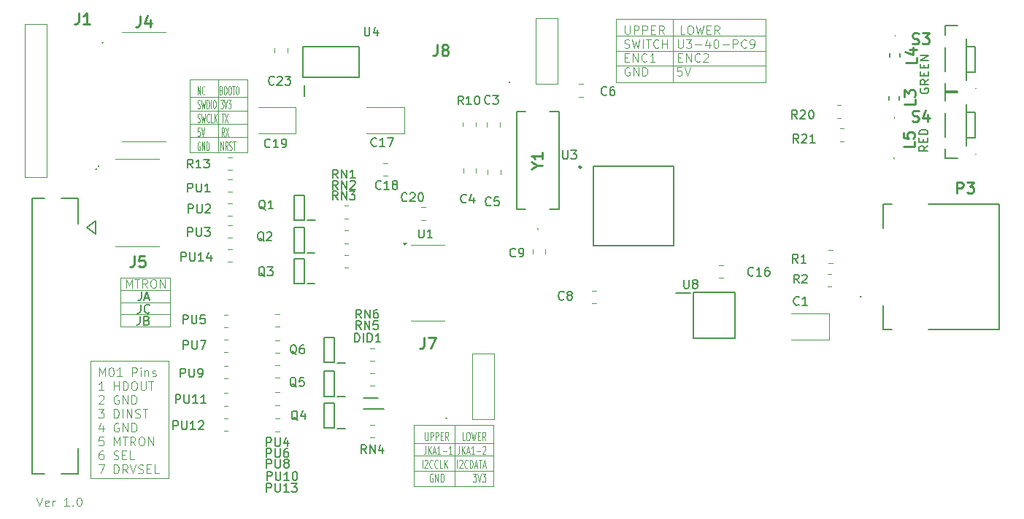
<source format=gbr>
%TF.GenerationSoftware,KiCad,Pcbnew,9.0.5*%
%TF.CreationDate,2025-10-23T11:37:32+01:00*%
%TF.ProjectId,Gotek,476f7465-6b2e-46b6-9963-61645f706362,rev?*%
%TF.SameCoordinates,Original*%
%TF.FileFunction,Legend,Top*%
%TF.FilePolarity,Positive*%
%FSLAX46Y46*%
G04 Gerber Fmt 4.6, Leading zero omitted, Abs format (unit mm)*
G04 Created by KiCad (PCBNEW 9.0.5) date 2025-10-23 11:37:32*
%MOMM*%
%LPD*%
G01*
G04 APERTURE LIST*
%ADD10C,0.100000*%
%ADD11C,0.150000*%
%ADD12C,0.254000*%
%ADD13C,0.120000*%
%ADD14C,0.200000*%
%ADD15C,0.152400*%
%ADD16C,0.250000*%
G04 APERTURE END LIST*
D10*
X164261800Y-60020200D02*
X181660800Y-60020200D01*
X114808000Y-65354200D02*
X121488200Y-65354200D01*
X106832400Y-90601800D02*
X112572800Y-90601800D01*
X112572800Y-91998800D02*
X112572800Y-86360000D01*
X170891200Y-56261000D02*
X170891200Y-63627000D01*
X164287200Y-58267600D02*
X181635400Y-58267600D01*
X164287200Y-61671200D02*
X181635400Y-61671200D01*
X140868400Y-108762800D02*
X150088600Y-108762800D01*
X121488200Y-65354200D02*
X114808000Y-65354200D01*
X145542000Y-103433784D02*
X145542000Y-110566200D01*
X114808000Y-68503800D02*
X121513600Y-68503800D01*
X121513600Y-70002400D02*
X114833400Y-70002400D01*
X112572800Y-86360000D02*
X106807000Y-86360000D01*
X140893800Y-105537000D02*
X150088600Y-105537000D01*
X106807000Y-89179400D02*
X112572800Y-89179400D01*
X106807000Y-86360000D02*
X106807000Y-91998800D01*
X140893800Y-107020408D02*
X150073408Y-107020408D01*
X114833400Y-66979800D02*
X121488200Y-66979800D01*
X106807000Y-91998800D02*
X112572800Y-91998800D01*
X118160800Y-63296800D02*
X118160800Y-71778327D01*
X121513600Y-68503800D02*
X121513600Y-70002400D01*
X121488200Y-65354200D02*
X114833400Y-65354200D01*
X106807000Y-87807800D02*
X112572800Y-87807800D01*
X150088600Y-105537000D02*
X150088600Y-106400600D01*
D11*
X199602838Y-64366611D02*
X199555219Y-64461849D01*
X199555219Y-64461849D02*
X199555219Y-64604706D01*
X199555219Y-64604706D02*
X199602838Y-64747563D01*
X199602838Y-64747563D02*
X199698076Y-64842801D01*
X199698076Y-64842801D02*
X199793314Y-64890420D01*
X199793314Y-64890420D02*
X199983790Y-64938039D01*
X199983790Y-64938039D02*
X200126647Y-64938039D01*
X200126647Y-64938039D02*
X200317123Y-64890420D01*
X200317123Y-64890420D02*
X200412361Y-64842801D01*
X200412361Y-64842801D02*
X200507600Y-64747563D01*
X200507600Y-64747563D02*
X200555219Y-64604706D01*
X200555219Y-64604706D02*
X200555219Y-64509468D01*
X200555219Y-64509468D02*
X200507600Y-64366611D01*
X200507600Y-64366611D02*
X200459980Y-64318992D01*
X200459980Y-64318992D02*
X200126647Y-64318992D01*
X200126647Y-64318992D02*
X200126647Y-64509468D01*
X200555219Y-63318992D02*
X200079028Y-63652325D01*
X200555219Y-63890420D02*
X199555219Y-63890420D01*
X199555219Y-63890420D02*
X199555219Y-63509468D01*
X199555219Y-63509468D02*
X199602838Y-63414230D01*
X199602838Y-63414230D02*
X199650457Y-63366611D01*
X199650457Y-63366611D02*
X199745695Y-63318992D01*
X199745695Y-63318992D02*
X199888552Y-63318992D01*
X199888552Y-63318992D02*
X199983790Y-63366611D01*
X199983790Y-63366611D02*
X200031409Y-63414230D01*
X200031409Y-63414230D02*
X200079028Y-63509468D01*
X200079028Y-63509468D02*
X200079028Y-63890420D01*
X200031409Y-62890420D02*
X200031409Y-62557087D01*
X200555219Y-62414230D02*
X200555219Y-62890420D01*
X200555219Y-62890420D02*
X199555219Y-62890420D01*
X199555219Y-62890420D02*
X199555219Y-62414230D01*
X200031409Y-61985658D02*
X200031409Y-61652325D01*
X200555219Y-61509468D02*
X200555219Y-61985658D01*
X200555219Y-61985658D02*
X199555219Y-61985658D01*
X199555219Y-61985658D02*
X199555219Y-61509468D01*
X200555219Y-61080896D02*
X199555219Y-61080896D01*
X199555219Y-61080896D02*
X200555219Y-60509468D01*
X200555219Y-60509468D02*
X199555219Y-60509468D01*
D10*
X97087427Y-111877019D02*
X97420760Y-112877019D01*
X97420760Y-112877019D02*
X97754093Y-111877019D01*
X98468379Y-112829400D02*
X98373141Y-112877019D01*
X98373141Y-112877019D02*
X98182665Y-112877019D01*
X98182665Y-112877019D02*
X98087427Y-112829400D01*
X98087427Y-112829400D02*
X98039808Y-112734161D01*
X98039808Y-112734161D02*
X98039808Y-112353209D01*
X98039808Y-112353209D02*
X98087427Y-112257971D01*
X98087427Y-112257971D02*
X98182665Y-112210352D01*
X98182665Y-112210352D02*
X98373141Y-112210352D01*
X98373141Y-112210352D02*
X98468379Y-112257971D01*
X98468379Y-112257971D02*
X98515998Y-112353209D01*
X98515998Y-112353209D02*
X98515998Y-112448447D01*
X98515998Y-112448447D02*
X98039808Y-112543685D01*
X98944570Y-112877019D02*
X98944570Y-112210352D01*
X98944570Y-112400828D02*
X98992189Y-112305590D01*
X98992189Y-112305590D02*
X99039808Y-112257971D01*
X99039808Y-112257971D02*
X99135046Y-112210352D01*
X99135046Y-112210352D02*
X99230284Y-112210352D01*
X100849332Y-112877019D02*
X100277904Y-112877019D01*
X100563618Y-112877019D02*
X100563618Y-111877019D01*
X100563618Y-111877019D02*
X100468380Y-112019876D01*
X100468380Y-112019876D02*
X100373142Y-112115114D01*
X100373142Y-112115114D02*
X100277904Y-112162733D01*
X101277904Y-112781780D02*
X101325523Y-112829400D01*
X101325523Y-112829400D02*
X101277904Y-112877019D01*
X101277904Y-112877019D02*
X101230285Y-112829400D01*
X101230285Y-112829400D02*
X101277904Y-112781780D01*
X101277904Y-112781780D02*
X101277904Y-112877019D01*
X101944570Y-111877019D02*
X102039808Y-111877019D01*
X102039808Y-111877019D02*
X102135046Y-111924638D01*
X102135046Y-111924638D02*
X102182665Y-111972257D01*
X102182665Y-111972257D02*
X102230284Y-112067495D01*
X102230284Y-112067495D02*
X102277903Y-112257971D01*
X102277903Y-112257971D02*
X102277903Y-112496066D01*
X102277903Y-112496066D02*
X102230284Y-112686542D01*
X102230284Y-112686542D02*
X102182665Y-112781780D01*
X102182665Y-112781780D02*
X102135046Y-112829400D01*
X102135046Y-112829400D02*
X102039808Y-112877019D01*
X102039808Y-112877019D02*
X101944570Y-112877019D01*
X101944570Y-112877019D02*
X101849332Y-112829400D01*
X101849332Y-112829400D02*
X101801713Y-112781780D01*
X101801713Y-112781780D02*
X101754094Y-112686542D01*
X101754094Y-112686542D02*
X101706475Y-112496066D01*
X101706475Y-112496066D02*
X101706475Y-112257971D01*
X101706475Y-112257971D02*
X101754094Y-112067495D01*
X101754094Y-112067495D02*
X101801713Y-111972257D01*
X101801713Y-111972257D02*
X101849332Y-111924638D01*
X101849332Y-111924638D02*
X101944570Y-111877019D01*
D11*
X109207493Y-87973019D02*
X109207493Y-88687304D01*
X109207493Y-88687304D02*
X109159874Y-88830161D01*
X109159874Y-88830161D02*
X109064636Y-88925400D01*
X109064636Y-88925400D02*
X108921779Y-88973019D01*
X108921779Y-88973019D02*
X108826541Y-88973019D01*
X109636065Y-88687304D02*
X110112255Y-88687304D01*
X109540827Y-88973019D02*
X109874160Y-87973019D01*
X109874160Y-87973019D02*
X110207493Y-88973019D01*
D10*
X107441084Y-87527819D02*
X107441084Y-86527819D01*
X107441084Y-86527819D02*
X107774417Y-87242104D01*
X107774417Y-87242104D02*
X108107750Y-86527819D01*
X108107750Y-86527819D02*
X108107750Y-87527819D01*
X108441084Y-86527819D02*
X109012512Y-86527819D01*
X108726798Y-87527819D02*
X108726798Y-86527819D01*
X109917274Y-87527819D02*
X109583941Y-87051628D01*
X109345846Y-87527819D02*
X109345846Y-86527819D01*
X109345846Y-86527819D02*
X109726798Y-86527819D01*
X109726798Y-86527819D02*
X109822036Y-86575438D01*
X109822036Y-86575438D02*
X109869655Y-86623057D01*
X109869655Y-86623057D02*
X109917274Y-86718295D01*
X109917274Y-86718295D02*
X109917274Y-86861152D01*
X109917274Y-86861152D02*
X109869655Y-86956390D01*
X109869655Y-86956390D02*
X109822036Y-87004009D01*
X109822036Y-87004009D02*
X109726798Y-87051628D01*
X109726798Y-87051628D02*
X109345846Y-87051628D01*
X110536322Y-86527819D02*
X110726798Y-86527819D01*
X110726798Y-86527819D02*
X110822036Y-86575438D01*
X110822036Y-86575438D02*
X110917274Y-86670676D01*
X110917274Y-86670676D02*
X110964893Y-86861152D01*
X110964893Y-86861152D02*
X110964893Y-87194485D01*
X110964893Y-87194485D02*
X110917274Y-87384961D01*
X110917274Y-87384961D02*
X110822036Y-87480200D01*
X110822036Y-87480200D02*
X110726798Y-87527819D01*
X110726798Y-87527819D02*
X110536322Y-87527819D01*
X110536322Y-87527819D02*
X110441084Y-87480200D01*
X110441084Y-87480200D02*
X110345846Y-87384961D01*
X110345846Y-87384961D02*
X110298227Y-87194485D01*
X110298227Y-87194485D02*
X110298227Y-86861152D01*
X110298227Y-86861152D02*
X110345846Y-86670676D01*
X110345846Y-86670676D02*
X110441084Y-86575438D01*
X110441084Y-86575438D02*
X110536322Y-86527819D01*
X111393465Y-87527819D02*
X111393465Y-86527819D01*
X111393465Y-86527819D02*
X111964893Y-87527819D01*
X111964893Y-87527819D02*
X111964893Y-86527819D01*
D11*
X200453619Y-71024592D02*
X199977428Y-71357925D01*
X200453619Y-71596020D02*
X199453619Y-71596020D01*
X199453619Y-71596020D02*
X199453619Y-71215068D01*
X199453619Y-71215068D02*
X199501238Y-71119830D01*
X199501238Y-71119830D02*
X199548857Y-71072211D01*
X199548857Y-71072211D02*
X199644095Y-71024592D01*
X199644095Y-71024592D02*
X199786952Y-71024592D01*
X199786952Y-71024592D02*
X199882190Y-71072211D01*
X199882190Y-71072211D02*
X199929809Y-71119830D01*
X199929809Y-71119830D02*
X199977428Y-71215068D01*
X199977428Y-71215068D02*
X199977428Y-71596020D01*
X199929809Y-70596020D02*
X199929809Y-70262687D01*
X200453619Y-70119830D02*
X200453619Y-70596020D01*
X200453619Y-70596020D02*
X199453619Y-70596020D01*
X199453619Y-70596020D02*
X199453619Y-70119830D01*
X200453619Y-69691258D02*
X199453619Y-69691258D01*
X199453619Y-69691258D02*
X199453619Y-69453163D01*
X199453619Y-69453163D02*
X199501238Y-69310306D01*
X199501238Y-69310306D02*
X199596476Y-69215068D01*
X199596476Y-69215068D02*
X199691714Y-69167449D01*
X199691714Y-69167449D02*
X199882190Y-69119830D01*
X199882190Y-69119830D02*
X200025047Y-69119830D01*
X200025047Y-69119830D02*
X200215523Y-69167449D01*
X200215523Y-69167449D02*
X200310761Y-69215068D01*
X200310761Y-69215068D02*
X200406000Y-69310306D01*
X200406000Y-69310306D02*
X200453619Y-69453163D01*
X200453619Y-69453163D02*
X200453619Y-69691258D01*
X109055093Y-90817819D02*
X109055093Y-91532104D01*
X109055093Y-91532104D02*
X109007474Y-91674961D01*
X109007474Y-91674961D02*
X108912236Y-91770200D01*
X108912236Y-91770200D02*
X108769379Y-91817819D01*
X108769379Y-91817819D02*
X108674141Y-91817819D01*
X109864617Y-91294009D02*
X110007474Y-91341628D01*
X110007474Y-91341628D02*
X110055093Y-91389247D01*
X110055093Y-91389247D02*
X110102712Y-91484485D01*
X110102712Y-91484485D02*
X110102712Y-91627342D01*
X110102712Y-91627342D02*
X110055093Y-91722580D01*
X110055093Y-91722580D02*
X110007474Y-91770200D01*
X110007474Y-91770200D02*
X109912236Y-91817819D01*
X109912236Y-91817819D02*
X109531284Y-91817819D01*
X109531284Y-91817819D02*
X109531284Y-90817819D01*
X109531284Y-90817819D02*
X109864617Y-90817819D01*
X109864617Y-90817819D02*
X109959855Y-90865438D01*
X109959855Y-90865438D02*
X110007474Y-90913057D01*
X110007474Y-90913057D02*
X110055093Y-91008295D01*
X110055093Y-91008295D02*
X110055093Y-91103533D01*
X110055093Y-91103533D02*
X110007474Y-91198771D01*
X110007474Y-91198771D02*
X109959855Y-91246390D01*
X109959855Y-91246390D02*
X109864617Y-91294009D01*
X109864617Y-91294009D02*
X109531284Y-91294009D01*
X109131293Y-89446219D02*
X109131293Y-90160504D01*
X109131293Y-90160504D02*
X109083674Y-90303361D01*
X109083674Y-90303361D02*
X108988436Y-90398600D01*
X108988436Y-90398600D02*
X108845579Y-90446219D01*
X108845579Y-90446219D02*
X108750341Y-90446219D01*
X110178912Y-90350980D02*
X110131293Y-90398600D01*
X110131293Y-90398600D02*
X109988436Y-90446219D01*
X109988436Y-90446219D02*
X109893198Y-90446219D01*
X109893198Y-90446219D02*
X109750341Y-90398600D01*
X109750341Y-90398600D02*
X109655103Y-90303361D01*
X109655103Y-90303361D02*
X109607484Y-90208123D01*
X109607484Y-90208123D02*
X109559865Y-90017647D01*
X109559865Y-90017647D02*
X109559865Y-89874790D01*
X109559865Y-89874790D02*
X109607484Y-89684314D01*
X109607484Y-89684314D02*
X109655103Y-89589076D01*
X109655103Y-89589076D02*
X109750341Y-89493838D01*
X109750341Y-89493838D02*
X109893198Y-89446219D01*
X109893198Y-89446219D02*
X109988436Y-89446219D01*
X109988436Y-89446219D02*
X110131293Y-89493838D01*
X110131293Y-89493838D02*
X110178912Y-89541457D01*
D10*
X104332055Y-97780790D02*
X104332055Y-96780790D01*
X104332055Y-96780790D02*
X104665388Y-97495075D01*
X104665388Y-97495075D02*
X104998721Y-96780790D01*
X104998721Y-96780790D02*
X104998721Y-97780790D01*
X105665388Y-96780790D02*
X105760626Y-96780790D01*
X105760626Y-96780790D02*
X105855864Y-96828409D01*
X105855864Y-96828409D02*
X105903483Y-96876028D01*
X105903483Y-96876028D02*
X105951102Y-96971266D01*
X105951102Y-96971266D02*
X105998721Y-97161742D01*
X105998721Y-97161742D02*
X105998721Y-97399837D01*
X105998721Y-97399837D02*
X105951102Y-97590313D01*
X105951102Y-97590313D02*
X105903483Y-97685551D01*
X105903483Y-97685551D02*
X105855864Y-97733171D01*
X105855864Y-97733171D02*
X105760626Y-97780790D01*
X105760626Y-97780790D02*
X105665388Y-97780790D01*
X105665388Y-97780790D02*
X105570150Y-97733171D01*
X105570150Y-97733171D02*
X105522531Y-97685551D01*
X105522531Y-97685551D02*
X105474912Y-97590313D01*
X105474912Y-97590313D02*
X105427293Y-97399837D01*
X105427293Y-97399837D02*
X105427293Y-97161742D01*
X105427293Y-97161742D02*
X105474912Y-96971266D01*
X105474912Y-96971266D02*
X105522531Y-96876028D01*
X105522531Y-96876028D02*
X105570150Y-96828409D01*
X105570150Y-96828409D02*
X105665388Y-96780790D01*
X106951102Y-97780790D02*
X106379674Y-97780790D01*
X106665388Y-97780790D02*
X106665388Y-96780790D01*
X106665388Y-96780790D02*
X106570150Y-96923647D01*
X106570150Y-96923647D02*
X106474912Y-97018885D01*
X106474912Y-97018885D02*
X106379674Y-97066504D01*
X108141579Y-97780790D02*
X108141579Y-96780790D01*
X108141579Y-96780790D02*
X108522531Y-96780790D01*
X108522531Y-96780790D02*
X108617769Y-96828409D01*
X108617769Y-96828409D02*
X108665388Y-96876028D01*
X108665388Y-96876028D02*
X108713007Y-96971266D01*
X108713007Y-96971266D02*
X108713007Y-97114123D01*
X108713007Y-97114123D02*
X108665388Y-97209361D01*
X108665388Y-97209361D02*
X108617769Y-97256980D01*
X108617769Y-97256980D02*
X108522531Y-97304599D01*
X108522531Y-97304599D02*
X108141579Y-97304599D01*
X109141579Y-97780790D02*
X109141579Y-97114123D01*
X109141579Y-96780790D02*
X109093960Y-96828409D01*
X109093960Y-96828409D02*
X109141579Y-96876028D01*
X109141579Y-96876028D02*
X109189198Y-96828409D01*
X109189198Y-96828409D02*
X109141579Y-96780790D01*
X109141579Y-96780790D02*
X109141579Y-96876028D01*
X109617769Y-97114123D02*
X109617769Y-97780790D01*
X109617769Y-97209361D02*
X109665388Y-97161742D01*
X109665388Y-97161742D02*
X109760626Y-97114123D01*
X109760626Y-97114123D02*
X109903483Y-97114123D01*
X109903483Y-97114123D02*
X109998721Y-97161742D01*
X109998721Y-97161742D02*
X110046340Y-97256980D01*
X110046340Y-97256980D02*
X110046340Y-97780790D01*
X110474912Y-97733171D02*
X110570150Y-97780790D01*
X110570150Y-97780790D02*
X110760626Y-97780790D01*
X110760626Y-97780790D02*
X110855864Y-97733171D01*
X110855864Y-97733171D02*
X110903483Y-97637932D01*
X110903483Y-97637932D02*
X110903483Y-97590313D01*
X110903483Y-97590313D02*
X110855864Y-97495075D01*
X110855864Y-97495075D02*
X110760626Y-97447456D01*
X110760626Y-97447456D02*
X110617769Y-97447456D01*
X110617769Y-97447456D02*
X110522531Y-97399837D01*
X110522531Y-97399837D02*
X110474912Y-97304599D01*
X110474912Y-97304599D02*
X110474912Y-97256980D01*
X110474912Y-97256980D02*
X110522531Y-97161742D01*
X110522531Y-97161742D02*
X110617769Y-97114123D01*
X110617769Y-97114123D02*
X110760626Y-97114123D01*
X110760626Y-97114123D02*
X110855864Y-97161742D01*
X104855864Y-99390734D02*
X104284436Y-99390734D01*
X104570150Y-99390734D02*
X104570150Y-98390734D01*
X104570150Y-98390734D02*
X104474912Y-98533591D01*
X104474912Y-98533591D02*
X104379674Y-98628829D01*
X104379674Y-98628829D02*
X104284436Y-98676448D01*
X106046341Y-99390734D02*
X106046341Y-98390734D01*
X106046341Y-98866924D02*
X106617769Y-98866924D01*
X106617769Y-99390734D02*
X106617769Y-98390734D01*
X107093960Y-99390734D02*
X107093960Y-98390734D01*
X107093960Y-98390734D02*
X107332055Y-98390734D01*
X107332055Y-98390734D02*
X107474912Y-98438353D01*
X107474912Y-98438353D02*
X107570150Y-98533591D01*
X107570150Y-98533591D02*
X107617769Y-98628829D01*
X107617769Y-98628829D02*
X107665388Y-98819305D01*
X107665388Y-98819305D02*
X107665388Y-98962162D01*
X107665388Y-98962162D02*
X107617769Y-99152638D01*
X107617769Y-99152638D02*
X107570150Y-99247876D01*
X107570150Y-99247876D02*
X107474912Y-99343115D01*
X107474912Y-99343115D02*
X107332055Y-99390734D01*
X107332055Y-99390734D02*
X107093960Y-99390734D01*
X108284436Y-98390734D02*
X108474912Y-98390734D01*
X108474912Y-98390734D02*
X108570150Y-98438353D01*
X108570150Y-98438353D02*
X108665388Y-98533591D01*
X108665388Y-98533591D02*
X108713007Y-98724067D01*
X108713007Y-98724067D02*
X108713007Y-99057400D01*
X108713007Y-99057400D02*
X108665388Y-99247876D01*
X108665388Y-99247876D02*
X108570150Y-99343115D01*
X108570150Y-99343115D02*
X108474912Y-99390734D01*
X108474912Y-99390734D02*
X108284436Y-99390734D01*
X108284436Y-99390734D02*
X108189198Y-99343115D01*
X108189198Y-99343115D02*
X108093960Y-99247876D01*
X108093960Y-99247876D02*
X108046341Y-99057400D01*
X108046341Y-99057400D02*
X108046341Y-98724067D01*
X108046341Y-98724067D02*
X108093960Y-98533591D01*
X108093960Y-98533591D02*
X108189198Y-98438353D01*
X108189198Y-98438353D02*
X108284436Y-98390734D01*
X109141579Y-98390734D02*
X109141579Y-99200257D01*
X109141579Y-99200257D02*
X109189198Y-99295495D01*
X109189198Y-99295495D02*
X109236817Y-99343115D01*
X109236817Y-99343115D02*
X109332055Y-99390734D01*
X109332055Y-99390734D02*
X109522531Y-99390734D01*
X109522531Y-99390734D02*
X109617769Y-99343115D01*
X109617769Y-99343115D02*
X109665388Y-99295495D01*
X109665388Y-99295495D02*
X109713007Y-99200257D01*
X109713007Y-99200257D02*
X109713007Y-98390734D01*
X110046341Y-98390734D02*
X110617769Y-98390734D01*
X110332055Y-99390734D02*
X110332055Y-98390734D01*
X104284436Y-100095916D02*
X104332055Y-100048297D01*
X104332055Y-100048297D02*
X104427293Y-100000678D01*
X104427293Y-100000678D02*
X104665388Y-100000678D01*
X104665388Y-100000678D02*
X104760626Y-100048297D01*
X104760626Y-100048297D02*
X104808245Y-100095916D01*
X104808245Y-100095916D02*
X104855864Y-100191154D01*
X104855864Y-100191154D02*
X104855864Y-100286392D01*
X104855864Y-100286392D02*
X104808245Y-100429249D01*
X104808245Y-100429249D02*
X104236817Y-101000678D01*
X104236817Y-101000678D02*
X104855864Y-101000678D01*
X106570150Y-100048297D02*
X106474912Y-100000678D01*
X106474912Y-100000678D02*
X106332055Y-100000678D01*
X106332055Y-100000678D02*
X106189198Y-100048297D01*
X106189198Y-100048297D02*
X106093960Y-100143535D01*
X106093960Y-100143535D02*
X106046341Y-100238773D01*
X106046341Y-100238773D02*
X105998722Y-100429249D01*
X105998722Y-100429249D02*
X105998722Y-100572106D01*
X105998722Y-100572106D02*
X106046341Y-100762582D01*
X106046341Y-100762582D02*
X106093960Y-100857820D01*
X106093960Y-100857820D02*
X106189198Y-100953059D01*
X106189198Y-100953059D02*
X106332055Y-101000678D01*
X106332055Y-101000678D02*
X106427293Y-101000678D01*
X106427293Y-101000678D02*
X106570150Y-100953059D01*
X106570150Y-100953059D02*
X106617769Y-100905439D01*
X106617769Y-100905439D02*
X106617769Y-100572106D01*
X106617769Y-100572106D02*
X106427293Y-100572106D01*
X107046341Y-101000678D02*
X107046341Y-100000678D01*
X107046341Y-100000678D02*
X107617769Y-101000678D01*
X107617769Y-101000678D02*
X107617769Y-100000678D01*
X108093960Y-101000678D02*
X108093960Y-100000678D01*
X108093960Y-100000678D02*
X108332055Y-100000678D01*
X108332055Y-100000678D02*
X108474912Y-100048297D01*
X108474912Y-100048297D02*
X108570150Y-100143535D01*
X108570150Y-100143535D02*
X108617769Y-100238773D01*
X108617769Y-100238773D02*
X108665388Y-100429249D01*
X108665388Y-100429249D02*
X108665388Y-100572106D01*
X108665388Y-100572106D02*
X108617769Y-100762582D01*
X108617769Y-100762582D02*
X108570150Y-100857820D01*
X108570150Y-100857820D02*
X108474912Y-100953059D01*
X108474912Y-100953059D02*
X108332055Y-101000678D01*
X108332055Y-101000678D02*
X108093960Y-101000678D01*
X104236817Y-101610622D02*
X104855864Y-101610622D01*
X104855864Y-101610622D02*
X104522531Y-101991574D01*
X104522531Y-101991574D02*
X104665388Y-101991574D01*
X104665388Y-101991574D02*
X104760626Y-102039193D01*
X104760626Y-102039193D02*
X104808245Y-102086812D01*
X104808245Y-102086812D02*
X104855864Y-102182050D01*
X104855864Y-102182050D02*
X104855864Y-102420145D01*
X104855864Y-102420145D02*
X104808245Y-102515383D01*
X104808245Y-102515383D02*
X104760626Y-102563003D01*
X104760626Y-102563003D02*
X104665388Y-102610622D01*
X104665388Y-102610622D02*
X104379674Y-102610622D01*
X104379674Y-102610622D02*
X104284436Y-102563003D01*
X104284436Y-102563003D02*
X104236817Y-102515383D01*
X106046341Y-102610622D02*
X106046341Y-101610622D01*
X106046341Y-101610622D02*
X106284436Y-101610622D01*
X106284436Y-101610622D02*
X106427293Y-101658241D01*
X106427293Y-101658241D02*
X106522531Y-101753479D01*
X106522531Y-101753479D02*
X106570150Y-101848717D01*
X106570150Y-101848717D02*
X106617769Y-102039193D01*
X106617769Y-102039193D02*
X106617769Y-102182050D01*
X106617769Y-102182050D02*
X106570150Y-102372526D01*
X106570150Y-102372526D02*
X106522531Y-102467764D01*
X106522531Y-102467764D02*
X106427293Y-102563003D01*
X106427293Y-102563003D02*
X106284436Y-102610622D01*
X106284436Y-102610622D02*
X106046341Y-102610622D01*
X107046341Y-102610622D02*
X107046341Y-101610622D01*
X107522531Y-102610622D02*
X107522531Y-101610622D01*
X107522531Y-101610622D02*
X108093959Y-102610622D01*
X108093959Y-102610622D02*
X108093959Y-101610622D01*
X108522531Y-102563003D02*
X108665388Y-102610622D01*
X108665388Y-102610622D02*
X108903483Y-102610622D01*
X108903483Y-102610622D02*
X108998721Y-102563003D01*
X108998721Y-102563003D02*
X109046340Y-102515383D01*
X109046340Y-102515383D02*
X109093959Y-102420145D01*
X109093959Y-102420145D02*
X109093959Y-102324907D01*
X109093959Y-102324907D02*
X109046340Y-102229669D01*
X109046340Y-102229669D02*
X108998721Y-102182050D01*
X108998721Y-102182050D02*
X108903483Y-102134431D01*
X108903483Y-102134431D02*
X108713007Y-102086812D01*
X108713007Y-102086812D02*
X108617769Y-102039193D01*
X108617769Y-102039193D02*
X108570150Y-101991574D01*
X108570150Y-101991574D02*
X108522531Y-101896336D01*
X108522531Y-101896336D02*
X108522531Y-101801098D01*
X108522531Y-101801098D02*
X108570150Y-101705860D01*
X108570150Y-101705860D02*
X108617769Y-101658241D01*
X108617769Y-101658241D02*
X108713007Y-101610622D01*
X108713007Y-101610622D02*
X108951102Y-101610622D01*
X108951102Y-101610622D02*
X109093959Y-101658241D01*
X109379674Y-101610622D02*
X109951102Y-101610622D01*
X109665388Y-102610622D02*
X109665388Y-101610622D01*
X104760626Y-103553899D02*
X104760626Y-104220566D01*
X104522531Y-103172947D02*
X104284436Y-103887232D01*
X104284436Y-103887232D02*
X104903483Y-103887232D01*
X106570150Y-103268185D02*
X106474912Y-103220566D01*
X106474912Y-103220566D02*
X106332055Y-103220566D01*
X106332055Y-103220566D02*
X106189198Y-103268185D01*
X106189198Y-103268185D02*
X106093960Y-103363423D01*
X106093960Y-103363423D02*
X106046341Y-103458661D01*
X106046341Y-103458661D02*
X105998722Y-103649137D01*
X105998722Y-103649137D02*
X105998722Y-103791994D01*
X105998722Y-103791994D02*
X106046341Y-103982470D01*
X106046341Y-103982470D02*
X106093960Y-104077708D01*
X106093960Y-104077708D02*
X106189198Y-104172947D01*
X106189198Y-104172947D02*
X106332055Y-104220566D01*
X106332055Y-104220566D02*
X106427293Y-104220566D01*
X106427293Y-104220566D02*
X106570150Y-104172947D01*
X106570150Y-104172947D02*
X106617769Y-104125327D01*
X106617769Y-104125327D02*
X106617769Y-103791994D01*
X106617769Y-103791994D02*
X106427293Y-103791994D01*
X107046341Y-104220566D02*
X107046341Y-103220566D01*
X107046341Y-103220566D02*
X107617769Y-104220566D01*
X107617769Y-104220566D02*
X107617769Y-103220566D01*
X108093960Y-104220566D02*
X108093960Y-103220566D01*
X108093960Y-103220566D02*
X108332055Y-103220566D01*
X108332055Y-103220566D02*
X108474912Y-103268185D01*
X108474912Y-103268185D02*
X108570150Y-103363423D01*
X108570150Y-103363423D02*
X108617769Y-103458661D01*
X108617769Y-103458661D02*
X108665388Y-103649137D01*
X108665388Y-103649137D02*
X108665388Y-103791994D01*
X108665388Y-103791994D02*
X108617769Y-103982470D01*
X108617769Y-103982470D02*
X108570150Y-104077708D01*
X108570150Y-104077708D02*
X108474912Y-104172947D01*
X108474912Y-104172947D02*
X108332055Y-104220566D01*
X108332055Y-104220566D02*
X108093960Y-104220566D01*
X104808245Y-104830510D02*
X104332055Y-104830510D01*
X104332055Y-104830510D02*
X104284436Y-105306700D01*
X104284436Y-105306700D02*
X104332055Y-105259081D01*
X104332055Y-105259081D02*
X104427293Y-105211462D01*
X104427293Y-105211462D02*
X104665388Y-105211462D01*
X104665388Y-105211462D02*
X104760626Y-105259081D01*
X104760626Y-105259081D02*
X104808245Y-105306700D01*
X104808245Y-105306700D02*
X104855864Y-105401938D01*
X104855864Y-105401938D02*
X104855864Y-105640033D01*
X104855864Y-105640033D02*
X104808245Y-105735271D01*
X104808245Y-105735271D02*
X104760626Y-105782891D01*
X104760626Y-105782891D02*
X104665388Y-105830510D01*
X104665388Y-105830510D02*
X104427293Y-105830510D01*
X104427293Y-105830510D02*
X104332055Y-105782891D01*
X104332055Y-105782891D02*
X104284436Y-105735271D01*
X106046341Y-105830510D02*
X106046341Y-104830510D01*
X106046341Y-104830510D02*
X106379674Y-105544795D01*
X106379674Y-105544795D02*
X106713007Y-104830510D01*
X106713007Y-104830510D02*
X106713007Y-105830510D01*
X107046341Y-104830510D02*
X107617769Y-104830510D01*
X107332055Y-105830510D02*
X107332055Y-104830510D01*
X108522531Y-105830510D02*
X108189198Y-105354319D01*
X107951103Y-105830510D02*
X107951103Y-104830510D01*
X107951103Y-104830510D02*
X108332055Y-104830510D01*
X108332055Y-104830510D02*
X108427293Y-104878129D01*
X108427293Y-104878129D02*
X108474912Y-104925748D01*
X108474912Y-104925748D02*
X108522531Y-105020986D01*
X108522531Y-105020986D02*
X108522531Y-105163843D01*
X108522531Y-105163843D02*
X108474912Y-105259081D01*
X108474912Y-105259081D02*
X108427293Y-105306700D01*
X108427293Y-105306700D02*
X108332055Y-105354319D01*
X108332055Y-105354319D02*
X107951103Y-105354319D01*
X109141579Y-104830510D02*
X109332055Y-104830510D01*
X109332055Y-104830510D02*
X109427293Y-104878129D01*
X109427293Y-104878129D02*
X109522531Y-104973367D01*
X109522531Y-104973367D02*
X109570150Y-105163843D01*
X109570150Y-105163843D02*
X109570150Y-105497176D01*
X109570150Y-105497176D02*
X109522531Y-105687652D01*
X109522531Y-105687652D02*
X109427293Y-105782891D01*
X109427293Y-105782891D02*
X109332055Y-105830510D01*
X109332055Y-105830510D02*
X109141579Y-105830510D01*
X109141579Y-105830510D02*
X109046341Y-105782891D01*
X109046341Y-105782891D02*
X108951103Y-105687652D01*
X108951103Y-105687652D02*
X108903484Y-105497176D01*
X108903484Y-105497176D02*
X108903484Y-105163843D01*
X108903484Y-105163843D02*
X108951103Y-104973367D01*
X108951103Y-104973367D02*
X109046341Y-104878129D01*
X109046341Y-104878129D02*
X109141579Y-104830510D01*
X109998722Y-105830510D02*
X109998722Y-104830510D01*
X109998722Y-104830510D02*
X110570150Y-105830510D01*
X110570150Y-105830510D02*
X110570150Y-104830510D01*
X104760626Y-106440454D02*
X104570150Y-106440454D01*
X104570150Y-106440454D02*
X104474912Y-106488073D01*
X104474912Y-106488073D02*
X104427293Y-106535692D01*
X104427293Y-106535692D02*
X104332055Y-106678549D01*
X104332055Y-106678549D02*
X104284436Y-106869025D01*
X104284436Y-106869025D02*
X104284436Y-107249977D01*
X104284436Y-107249977D02*
X104332055Y-107345215D01*
X104332055Y-107345215D02*
X104379674Y-107392835D01*
X104379674Y-107392835D02*
X104474912Y-107440454D01*
X104474912Y-107440454D02*
X104665388Y-107440454D01*
X104665388Y-107440454D02*
X104760626Y-107392835D01*
X104760626Y-107392835D02*
X104808245Y-107345215D01*
X104808245Y-107345215D02*
X104855864Y-107249977D01*
X104855864Y-107249977D02*
X104855864Y-107011882D01*
X104855864Y-107011882D02*
X104808245Y-106916644D01*
X104808245Y-106916644D02*
X104760626Y-106869025D01*
X104760626Y-106869025D02*
X104665388Y-106821406D01*
X104665388Y-106821406D02*
X104474912Y-106821406D01*
X104474912Y-106821406D02*
X104379674Y-106869025D01*
X104379674Y-106869025D02*
X104332055Y-106916644D01*
X104332055Y-106916644D02*
X104284436Y-107011882D01*
X105998722Y-107392835D02*
X106141579Y-107440454D01*
X106141579Y-107440454D02*
X106379674Y-107440454D01*
X106379674Y-107440454D02*
X106474912Y-107392835D01*
X106474912Y-107392835D02*
X106522531Y-107345215D01*
X106522531Y-107345215D02*
X106570150Y-107249977D01*
X106570150Y-107249977D02*
X106570150Y-107154739D01*
X106570150Y-107154739D02*
X106522531Y-107059501D01*
X106522531Y-107059501D02*
X106474912Y-107011882D01*
X106474912Y-107011882D02*
X106379674Y-106964263D01*
X106379674Y-106964263D02*
X106189198Y-106916644D01*
X106189198Y-106916644D02*
X106093960Y-106869025D01*
X106093960Y-106869025D02*
X106046341Y-106821406D01*
X106046341Y-106821406D02*
X105998722Y-106726168D01*
X105998722Y-106726168D02*
X105998722Y-106630930D01*
X105998722Y-106630930D02*
X106046341Y-106535692D01*
X106046341Y-106535692D02*
X106093960Y-106488073D01*
X106093960Y-106488073D02*
X106189198Y-106440454D01*
X106189198Y-106440454D02*
X106427293Y-106440454D01*
X106427293Y-106440454D02*
X106570150Y-106488073D01*
X106998722Y-106916644D02*
X107332055Y-106916644D01*
X107474912Y-107440454D02*
X106998722Y-107440454D01*
X106998722Y-107440454D02*
X106998722Y-106440454D01*
X106998722Y-106440454D02*
X107474912Y-106440454D01*
X108379674Y-107440454D02*
X107903484Y-107440454D01*
X107903484Y-107440454D02*
X107903484Y-106440454D01*
X104236817Y-108050398D02*
X104903483Y-108050398D01*
X104903483Y-108050398D02*
X104474912Y-109050398D01*
X106046341Y-109050398D02*
X106046341Y-108050398D01*
X106046341Y-108050398D02*
X106284436Y-108050398D01*
X106284436Y-108050398D02*
X106427293Y-108098017D01*
X106427293Y-108098017D02*
X106522531Y-108193255D01*
X106522531Y-108193255D02*
X106570150Y-108288493D01*
X106570150Y-108288493D02*
X106617769Y-108478969D01*
X106617769Y-108478969D02*
X106617769Y-108621826D01*
X106617769Y-108621826D02*
X106570150Y-108812302D01*
X106570150Y-108812302D02*
X106522531Y-108907540D01*
X106522531Y-108907540D02*
X106427293Y-109002779D01*
X106427293Y-109002779D02*
X106284436Y-109050398D01*
X106284436Y-109050398D02*
X106046341Y-109050398D01*
X107617769Y-109050398D02*
X107284436Y-108574207D01*
X107046341Y-109050398D02*
X107046341Y-108050398D01*
X107046341Y-108050398D02*
X107427293Y-108050398D01*
X107427293Y-108050398D02*
X107522531Y-108098017D01*
X107522531Y-108098017D02*
X107570150Y-108145636D01*
X107570150Y-108145636D02*
X107617769Y-108240874D01*
X107617769Y-108240874D02*
X107617769Y-108383731D01*
X107617769Y-108383731D02*
X107570150Y-108478969D01*
X107570150Y-108478969D02*
X107522531Y-108526588D01*
X107522531Y-108526588D02*
X107427293Y-108574207D01*
X107427293Y-108574207D02*
X107046341Y-108574207D01*
X107903484Y-108050398D02*
X108236817Y-109050398D01*
X108236817Y-109050398D02*
X108570150Y-108050398D01*
X108855865Y-109002779D02*
X108998722Y-109050398D01*
X108998722Y-109050398D02*
X109236817Y-109050398D01*
X109236817Y-109050398D02*
X109332055Y-109002779D01*
X109332055Y-109002779D02*
X109379674Y-108955159D01*
X109379674Y-108955159D02*
X109427293Y-108859921D01*
X109427293Y-108859921D02*
X109427293Y-108764683D01*
X109427293Y-108764683D02*
X109379674Y-108669445D01*
X109379674Y-108669445D02*
X109332055Y-108621826D01*
X109332055Y-108621826D02*
X109236817Y-108574207D01*
X109236817Y-108574207D02*
X109046341Y-108526588D01*
X109046341Y-108526588D02*
X108951103Y-108478969D01*
X108951103Y-108478969D02*
X108903484Y-108431350D01*
X108903484Y-108431350D02*
X108855865Y-108336112D01*
X108855865Y-108336112D02*
X108855865Y-108240874D01*
X108855865Y-108240874D02*
X108903484Y-108145636D01*
X108903484Y-108145636D02*
X108951103Y-108098017D01*
X108951103Y-108098017D02*
X109046341Y-108050398D01*
X109046341Y-108050398D02*
X109284436Y-108050398D01*
X109284436Y-108050398D02*
X109427293Y-108098017D01*
X109855865Y-108526588D02*
X110189198Y-108526588D01*
X110332055Y-109050398D02*
X109855865Y-109050398D01*
X109855865Y-109050398D02*
X109855865Y-108050398D01*
X109855865Y-108050398D02*
X110332055Y-108050398D01*
X111236817Y-109050398D02*
X110760627Y-109050398D01*
X110760627Y-109050398D02*
X110760627Y-108050398D01*
X103278171Y-95988371D02*
X112420400Y-95988371D01*
X112420400Y-109599229D01*
X103278171Y-109599229D01*
X103278171Y-95988371D01*
X142114763Y-104246619D02*
X142114763Y-105056142D01*
X142114763Y-105056142D02*
X142143334Y-105151380D01*
X142143334Y-105151380D02*
X142171906Y-105199000D01*
X142171906Y-105199000D02*
X142229048Y-105246619D01*
X142229048Y-105246619D02*
X142343334Y-105246619D01*
X142343334Y-105246619D02*
X142400477Y-105199000D01*
X142400477Y-105199000D02*
X142429048Y-105151380D01*
X142429048Y-105151380D02*
X142457620Y-105056142D01*
X142457620Y-105056142D02*
X142457620Y-104246619D01*
X142743334Y-105246619D02*
X142743334Y-104246619D01*
X142743334Y-104246619D02*
X142971905Y-104246619D01*
X142971905Y-104246619D02*
X143029048Y-104294238D01*
X143029048Y-104294238D02*
X143057619Y-104341857D01*
X143057619Y-104341857D02*
X143086191Y-104437095D01*
X143086191Y-104437095D02*
X143086191Y-104579952D01*
X143086191Y-104579952D02*
X143057619Y-104675190D01*
X143057619Y-104675190D02*
X143029048Y-104722809D01*
X143029048Y-104722809D02*
X142971905Y-104770428D01*
X142971905Y-104770428D02*
X142743334Y-104770428D01*
X143343334Y-105246619D02*
X143343334Y-104246619D01*
X143343334Y-104246619D02*
X143571905Y-104246619D01*
X143571905Y-104246619D02*
X143629048Y-104294238D01*
X143629048Y-104294238D02*
X143657619Y-104341857D01*
X143657619Y-104341857D02*
X143686191Y-104437095D01*
X143686191Y-104437095D02*
X143686191Y-104579952D01*
X143686191Y-104579952D02*
X143657619Y-104675190D01*
X143657619Y-104675190D02*
X143629048Y-104722809D01*
X143629048Y-104722809D02*
X143571905Y-104770428D01*
X143571905Y-104770428D02*
X143343334Y-104770428D01*
X143943334Y-104722809D02*
X144143334Y-104722809D01*
X144229048Y-105246619D02*
X143943334Y-105246619D01*
X143943334Y-105246619D02*
X143943334Y-104246619D01*
X143943334Y-104246619D02*
X144229048Y-104246619D01*
X144829048Y-105246619D02*
X144629048Y-104770428D01*
X144486191Y-105246619D02*
X144486191Y-104246619D01*
X144486191Y-104246619D02*
X144714762Y-104246619D01*
X144714762Y-104246619D02*
X144771905Y-104294238D01*
X144771905Y-104294238D02*
X144800476Y-104341857D01*
X144800476Y-104341857D02*
X144829048Y-104437095D01*
X144829048Y-104437095D02*
X144829048Y-104579952D01*
X144829048Y-104579952D02*
X144800476Y-104675190D01*
X144800476Y-104675190D02*
X144771905Y-104722809D01*
X144771905Y-104722809D02*
X144714762Y-104770428D01*
X144714762Y-104770428D02*
X144486191Y-104770428D01*
X146743334Y-105246619D02*
X146457620Y-105246619D01*
X146457620Y-105246619D02*
X146457620Y-104246619D01*
X147057619Y-104246619D02*
X147171905Y-104246619D01*
X147171905Y-104246619D02*
X147229048Y-104294238D01*
X147229048Y-104294238D02*
X147286191Y-104389476D01*
X147286191Y-104389476D02*
X147314762Y-104579952D01*
X147314762Y-104579952D02*
X147314762Y-104913285D01*
X147314762Y-104913285D02*
X147286191Y-105103761D01*
X147286191Y-105103761D02*
X147229048Y-105199000D01*
X147229048Y-105199000D02*
X147171905Y-105246619D01*
X147171905Y-105246619D02*
X147057619Y-105246619D01*
X147057619Y-105246619D02*
X147000477Y-105199000D01*
X147000477Y-105199000D02*
X146943334Y-105103761D01*
X146943334Y-105103761D02*
X146914762Y-104913285D01*
X146914762Y-104913285D02*
X146914762Y-104579952D01*
X146914762Y-104579952D02*
X146943334Y-104389476D01*
X146943334Y-104389476D02*
X147000477Y-104294238D01*
X147000477Y-104294238D02*
X147057619Y-104246619D01*
X147514762Y-104246619D02*
X147657619Y-105246619D01*
X147657619Y-105246619D02*
X147771905Y-104532333D01*
X147771905Y-104532333D02*
X147886190Y-105246619D01*
X147886190Y-105246619D02*
X148029048Y-104246619D01*
X148257619Y-104722809D02*
X148457619Y-104722809D01*
X148543333Y-105246619D02*
X148257619Y-105246619D01*
X148257619Y-105246619D02*
X148257619Y-104246619D01*
X148257619Y-104246619D02*
X148543333Y-104246619D01*
X149143333Y-105246619D02*
X148943333Y-104770428D01*
X148800476Y-105246619D02*
X148800476Y-104246619D01*
X148800476Y-104246619D02*
X149029047Y-104246619D01*
X149029047Y-104246619D02*
X149086190Y-104294238D01*
X149086190Y-104294238D02*
X149114761Y-104341857D01*
X149114761Y-104341857D02*
X149143333Y-104437095D01*
X149143333Y-104437095D02*
X149143333Y-104579952D01*
X149143333Y-104579952D02*
X149114761Y-104675190D01*
X149114761Y-104675190D02*
X149086190Y-104722809D01*
X149086190Y-104722809D02*
X149029047Y-104770428D01*
X149029047Y-104770428D02*
X148800476Y-104770428D01*
X142200473Y-105856563D02*
X142200473Y-106570848D01*
X142200473Y-106570848D02*
X142171902Y-106713705D01*
X142171902Y-106713705D02*
X142114759Y-106808944D01*
X142114759Y-106808944D02*
X142029045Y-106856563D01*
X142029045Y-106856563D02*
X141971902Y-106856563D01*
X142486188Y-106856563D02*
X142486188Y-105856563D01*
X142829045Y-106856563D02*
X142571902Y-106285134D01*
X142829045Y-105856563D02*
X142486188Y-106427991D01*
X143057616Y-106570848D02*
X143343331Y-106570848D01*
X143000473Y-106856563D02*
X143200473Y-105856563D01*
X143200473Y-105856563D02*
X143400473Y-106856563D01*
X143914759Y-106856563D02*
X143571902Y-106856563D01*
X143743331Y-106856563D02*
X143743331Y-105856563D01*
X143743331Y-105856563D02*
X143686188Y-105999420D01*
X143686188Y-105999420D02*
X143629045Y-106094658D01*
X143629045Y-106094658D02*
X143571902Y-106142277D01*
X144171903Y-106475610D02*
X144629046Y-106475610D01*
X145229045Y-106856563D02*
X144886188Y-106856563D01*
X145057617Y-106856563D02*
X145057617Y-105856563D01*
X145057617Y-105856563D02*
X145000474Y-105999420D01*
X145000474Y-105999420D02*
X144943331Y-106094658D01*
X144943331Y-106094658D02*
X144886188Y-106142277D01*
X146114760Y-105856563D02*
X146114760Y-106570848D01*
X146114760Y-106570848D02*
X146086189Y-106713705D01*
X146086189Y-106713705D02*
X146029046Y-106808944D01*
X146029046Y-106808944D02*
X145943332Y-106856563D01*
X145943332Y-106856563D02*
X145886189Y-106856563D01*
X146400475Y-106856563D02*
X146400475Y-105856563D01*
X146743332Y-106856563D02*
X146486189Y-106285134D01*
X146743332Y-105856563D02*
X146400475Y-106427991D01*
X146971903Y-106570848D02*
X147257618Y-106570848D01*
X146914760Y-106856563D02*
X147114760Y-105856563D01*
X147114760Y-105856563D02*
X147314760Y-106856563D01*
X147829046Y-106856563D02*
X147486189Y-106856563D01*
X147657618Y-106856563D02*
X147657618Y-105856563D01*
X147657618Y-105856563D02*
X147600475Y-105999420D01*
X147600475Y-105999420D02*
X147543332Y-106094658D01*
X147543332Y-106094658D02*
X147486189Y-106142277D01*
X148086190Y-106475610D02*
X148543333Y-106475610D01*
X148800475Y-105951801D02*
X148829047Y-105904182D01*
X148829047Y-105904182D02*
X148886190Y-105856563D01*
X148886190Y-105856563D02*
X149029047Y-105856563D01*
X149029047Y-105856563D02*
X149086190Y-105904182D01*
X149086190Y-105904182D02*
X149114761Y-105951801D01*
X149114761Y-105951801D02*
X149143332Y-106047039D01*
X149143332Y-106047039D02*
X149143332Y-106142277D01*
X149143332Y-106142277D02*
X149114761Y-106285134D01*
X149114761Y-106285134D02*
X148771904Y-106856563D01*
X148771904Y-106856563D02*
X149143332Y-106856563D01*
X141800475Y-108466507D02*
X141800475Y-107466507D01*
X142057617Y-107561745D02*
X142086189Y-107514126D01*
X142086189Y-107514126D02*
X142143332Y-107466507D01*
X142143332Y-107466507D02*
X142286189Y-107466507D01*
X142286189Y-107466507D02*
X142343332Y-107514126D01*
X142343332Y-107514126D02*
X142371903Y-107561745D01*
X142371903Y-107561745D02*
X142400474Y-107656983D01*
X142400474Y-107656983D02*
X142400474Y-107752221D01*
X142400474Y-107752221D02*
X142371903Y-107895078D01*
X142371903Y-107895078D02*
X142029046Y-108466507D01*
X142029046Y-108466507D02*
X142400474Y-108466507D01*
X143000475Y-108371268D02*
X142971903Y-108418888D01*
X142971903Y-108418888D02*
X142886189Y-108466507D01*
X142886189Y-108466507D02*
X142829046Y-108466507D01*
X142829046Y-108466507D02*
X142743332Y-108418888D01*
X142743332Y-108418888D02*
X142686189Y-108323649D01*
X142686189Y-108323649D02*
X142657618Y-108228411D01*
X142657618Y-108228411D02*
X142629046Y-108037935D01*
X142629046Y-108037935D02*
X142629046Y-107895078D01*
X142629046Y-107895078D02*
X142657618Y-107704602D01*
X142657618Y-107704602D02*
X142686189Y-107609364D01*
X142686189Y-107609364D02*
X142743332Y-107514126D01*
X142743332Y-107514126D02*
X142829046Y-107466507D01*
X142829046Y-107466507D02*
X142886189Y-107466507D01*
X142886189Y-107466507D02*
X142971903Y-107514126D01*
X142971903Y-107514126D02*
X143000475Y-107561745D01*
X143600475Y-108371268D02*
X143571903Y-108418888D01*
X143571903Y-108418888D02*
X143486189Y-108466507D01*
X143486189Y-108466507D02*
X143429046Y-108466507D01*
X143429046Y-108466507D02*
X143343332Y-108418888D01*
X143343332Y-108418888D02*
X143286189Y-108323649D01*
X143286189Y-108323649D02*
X143257618Y-108228411D01*
X143257618Y-108228411D02*
X143229046Y-108037935D01*
X143229046Y-108037935D02*
X143229046Y-107895078D01*
X143229046Y-107895078D02*
X143257618Y-107704602D01*
X143257618Y-107704602D02*
X143286189Y-107609364D01*
X143286189Y-107609364D02*
X143343332Y-107514126D01*
X143343332Y-107514126D02*
X143429046Y-107466507D01*
X143429046Y-107466507D02*
X143486189Y-107466507D01*
X143486189Y-107466507D02*
X143571903Y-107514126D01*
X143571903Y-107514126D02*
X143600475Y-107561745D01*
X144143332Y-108466507D02*
X143857618Y-108466507D01*
X143857618Y-108466507D02*
X143857618Y-107466507D01*
X144343332Y-108466507D02*
X144343332Y-107466507D01*
X144686189Y-108466507D02*
X144429046Y-107895078D01*
X144686189Y-107466507D02*
X144343332Y-108037935D01*
X145857618Y-108466507D02*
X145857618Y-107466507D01*
X146114760Y-107561745D02*
X146143332Y-107514126D01*
X146143332Y-107514126D02*
X146200475Y-107466507D01*
X146200475Y-107466507D02*
X146343332Y-107466507D01*
X146343332Y-107466507D02*
X146400475Y-107514126D01*
X146400475Y-107514126D02*
X146429046Y-107561745D01*
X146429046Y-107561745D02*
X146457617Y-107656983D01*
X146457617Y-107656983D02*
X146457617Y-107752221D01*
X146457617Y-107752221D02*
X146429046Y-107895078D01*
X146429046Y-107895078D02*
X146086189Y-108466507D01*
X146086189Y-108466507D02*
X146457617Y-108466507D01*
X147057618Y-108371268D02*
X147029046Y-108418888D01*
X147029046Y-108418888D02*
X146943332Y-108466507D01*
X146943332Y-108466507D02*
X146886189Y-108466507D01*
X146886189Y-108466507D02*
X146800475Y-108418888D01*
X146800475Y-108418888D02*
X146743332Y-108323649D01*
X146743332Y-108323649D02*
X146714761Y-108228411D01*
X146714761Y-108228411D02*
X146686189Y-108037935D01*
X146686189Y-108037935D02*
X146686189Y-107895078D01*
X146686189Y-107895078D02*
X146714761Y-107704602D01*
X146714761Y-107704602D02*
X146743332Y-107609364D01*
X146743332Y-107609364D02*
X146800475Y-107514126D01*
X146800475Y-107514126D02*
X146886189Y-107466507D01*
X146886189Y-107466507D02*
X146943332Y-107466507D01*
X146943332Y-107466507D02*
X147029046Y-107514126D01*
X147029046Y-107514126D02*
X147057618Y-107561745D01*
X147314761Y-108466507D02*
X147314761Y-107466507D01*
X147314761Y-107466507D02*
X147457618Y-107466507D01*
X147457618Y-107466507D02*
X147543332Y-107514126D01*
X147543332Y-107514126D02*
X147600475Y-107609364D01*
X147600475Y-107609364D02*
X147629046Y-107704602D01*
X147629046Y-107704602D02*
X147657618Y-107895078D01*
X147657618Y-107895078D02*
X147657618Y-108037935D01*
X147657618Y-108037935D02*
X147629046Y-108228411D01*
X147629046Y-108228411D02*
X147600475Y-108323649D01*
X147600475Y-108323649D02*
X147543332Y-108418888D01*
X147543332Y-108418888D02*
X147457618Y-108466507D01*
X147457618Y-108466507D02*
X147314761Y-108466507D01*
X147886189Y-108180792D02*
X148171904Y-108180792D01*
X147829046Y-108466507D02*
X148029046Y-107466507D01*
X148029046Y-107466507D02*
X148229046Y-108466507D01*
X148343332Y-107466507D02*
X148686190Y-107466507D01*
X148514761Y-108466507D02*
X148514761Y-107466507D01*
X148857618Y-108180792D02*
X149143333Y-108180792D01*
X148800475Y-108466507D02*
X149000475Y-107466507D01*
X149000475Y-107466507D02*
X149200475Y-108466507D01*
X143029045Y-109124070D02*
X142971903Y-109076451D01*
X142971903Y-109076451D02*
X142886188Y-109076451D01*
X142886188Y-109076451D02*
X142800474Y-109124070D01*
X142800474Y-109124070D02*
X142743331Y-109219308D01*
X142743331Y-109219308D02*
X142714760Y-109314546D01*
X142714760Y-109314546D02*
X142686188Y-109505022D01*
X142686188Y-109505022D02*
X142686188Y-109647879D01*
X142686188Y-109647879D02*
X142714760Y-109838355D01*
X142714760Y-109838355D02*
X142743331Y-109933593D01*
X142743331Y-109933593D02*
X142800474Y-110028832D01*
X142800474Y-110028832D02*
X142886188Y-110076451D01*
X142886188Y-110076451D02*
X142943331Y-110076451D01*
X142943331Y-110076451D02*
X143029045Y-110028832D01*
X143029045Y-110028832D02*
X143057617Y-109981212D01*
X143057617Y-109981212D02*
X143057617Y-109647879D01*
X143057617Y-109647879D02*
X142943331Y-109647879D01*
X143314760Y-110076451D02*
X143314760Y-109076451D01*
X143314760Y-109076451D02*
X143657617Y-110076451D01*
X143657617Y-110076451D02*
X143657617Y-109076451D01*
X143943331Y-110076451D02*
X143943331Y-109076451D01*
X143943331Y-109076451D02*
X144086188Y-109076451D01*
X144086188Y-109076451D02*
X144171902Y-109124070D01*
X144171902Y-109124070D02*
X144229045Y-109219308D01*
X144229045Y-109219308D02*
X144257616Y-109314546D01*
X144257616Y-109314546D02*
X144286188Y-109505022D01*
X144286188Y-109505022D02*
X144286188Y-109647879D01*
X144286188Y-109647879D02*
X144257616Y-109838355D01*
X144257616Y-109838355D02*
X144229045Y-109933593D01*
X144229045Y-109933593D02*
X144171902Y-110028832D01*
X144171902Y-110028832D02*
X144086188Y-110076451D01*
X144086188Y-110076451D02*
X143943331Y-110076451D01*
X147686189Y-109076451D02*
X148057617Y-109076451D01*
X148057617Y-109076451D02*
X147857617Y-109457403D01*
X147857617Y-109457403D02*
X147943332Y-109457403D01*
X147943332Y-109457403D02*
X148000475Y-109505022D01*
X148000475Y-109505022D02*
X148029046Y-109552641D01*
X148029046Y-109552641D02*
X148057617Y-109647879D01*
X148057617Y-109647879D02*
X148057617Y-109885974D01*
X148057617Y-109885974D02*
X148029046Y-109981212D01*
X148029046Y-109981212D02*
X148000475Y-110028832D01*
X148000475Y-110028832D02*
X147943332Y-110076451D01*
X147943332Y-110076451D02*
X147771903Y-110076451D01*
X147771903Y-110076451D02*
X147714760Y-110028832D01*
X147714760Y-110028832D02*
X147686189Y-109981212D01*
X148229046Y-109076451D02*
X148429046Y-110076451D01*
X148429046Y-110076451D02*
X148629046Y-109076451D01*
X148771904Y-109076451D02*
X149143332Y-109076451D01*
X149143332Y-109076451D02*
X148943332Y-109457403D01*
X148943332Y-109457403D02*
X149029047Y-109457403D01*
X149029047Y-109457403D02*
X149086190Y-109505022D01*
X149086190Y-109505022D02*
X149114761Y-109552641D01*
X149114761Y-109552641D02*
X149143332Y-109647879D01*
X149143332Y-109647879D02*
X149143332Y-109885974D01*
X149143332Y-109885974D02*
X149114761Y-109981212D01*
X149114761Y-109981212D02*
X149086190Y-110028832D01*
X149086190Y-110028832D02*
X149029047Y-110076451D01*
X149029047Y-110076451D02*
X148857618Y-110076451D01*
X148857618Y-110076451D02*
X148800475Y-110028832D01*
X148800475Y-110028832D02*
X148771904Y-109981212D01*
X140858192Y-103454200D02*
X150073408Y-103454200D01*
X150073408Y-110586616D01*
X140858192Y-110586616D01*
X140858192Y-103454200D01*
X165315684Y-57053419D02*
X165315684Y-57862942D01*
X165315684Y-57862942D02*
X165363303Y-57958180D01*
X165363303Y-57958180D02*
X165410922Y-58005800D01*
X165410922Y-58005800D02*
X165506160Y-58053419D01*
X165506160Y-58053419D02*
X165696636Y-58053419D01*
X165696636Y-58053419D02*
X165791874Y-58005800D01*
X165791874Y-58005800D02*
X165839493Y-57958180D01*
X165839493Y-57958180D02*
X165887112Y-57862942D01*
X165887112Y-57862942D02*
X165887112Y-57053419D01*
X166363303Y-58053419D02*
X166363303Y-57053419D01*
X166363303Y-57053419D02*
X166744255Y-57053419D01*
X166744255Y-57053419D02*
X166839493Y-57101038D01*
X166839493Y-57101038D02*
X166887112Y-57148657D01*
X166887112Y-57148657D02*
X166934731Y-57243895D01*
X166934731Y-57243895D02*
X166934731Y-57386752D01*
X166934731Y-57386752D02*
X166887112Y-57481990D01*
X166887112Y-57481990D02*
X166839493Y-57529609D01*
X166839493Y-57529609D02*
X166744255Y-57577228D01*
X166744255Y-57577228D02*
X166363303Y-57577228D01*
X167363303Y-58053419D02*
X167363303Y-57053419D01*
X167363303Y-57053419D02*
X167744255Y-57053419D01*
X167744255Y-57053419D02*
X167839493Y-57101038D01*
X167839493Y-57101038D02*
X167887112Y-57148657D01*
X167887112Y-57148657D02*
X167934731Y-57243895D01*
X167934731Y-57243895D02*
X167934731Y-57386752D01*
X167934731Y-57386752D02*
X167887112Y-57481990D01*
X167887112Y-57481990D02*
X167839493Y-57529609D01*
X167839493Y-57529609D02*
X167744255Y-57577228D01*
X167744255Y-57577228D02*
X167363303Y-57577228D01*
X168363303Y-57529609D02*
X168696636Y-57529609D01*
X168839493Y-58053419D02*
X168363303Y-58053419D01*
X168363303Y-58053419D02*
X168363303Y-57053419D01*
X168363303Y-57053419D02*
X168839493Y-57053419D01*
X169839493Y-58053419D02*
X169506160Y-57577228D01*
X169268065Y-58053419D02*
X169268065Y-57053419D01*
X169268065Y-57053419D02*
X169649017Y-57053419D01*
X169649017Y-57053419D02*
X169744255Y-57101038D01*
X169744255Y-57101038D02*
X169791874Y-57148657D01*
X169791874Y-57148657D02*
X169839493Y-57243895D01*
X169839493Y-57243895D02*
X169839493Y-57386752D01*
X169839493Y-57386752D02*
X169791874Y-57481990D01*
X169791874Y-57481990D02*
X169744255Y-57529609D01*
X169744255Y-57529609D02*
X169649017Y-57577228D01*
X169649017Y-57577228D02*
X169268065Y-57577228D01*
X172268065Y-58053419D02*
X171791875Y-58053419D01*
X171791875Y-58053419D02*
X171791875Y-57053419D01*
X172791875Y-57053419D02*
X172982351Y-57053419D01*
X172982351Y-57053419D02*
X173077589Y-57101038D01*
X173077589Y-57101038D02*
X173172827Y-57196276D01*
X173172827Y-57196276D02*
X173220446Y-57386752D01*
X173220446Y-57386752D02*
X173220446Y-57720085D01*
X173220446Y-57720085D02*
X173172827Y-57910561D01*
X173172827Y-57910561D02*
X173077589Y-58005800D01*
X173077589Y-58005800D02*
X172982351Y-58053419D01*
X172982351Y-58053419D02*
X172791875Y-58053419D01*
X172791875Y-58053419D02*
X172696637Y-58005800D01*
X172696637Y-58005800D02*
X172601399Y-57910561D01*
X172601399Y-57910561D02*
X172553780Y-57720085D01*
X172553780Y-57720085D02*
X172553780Y-57386752D01*
X172553780Y-57386752D02*
X172601399Y-57196276D01*
X172601399Y-57196276D02*
X172696637Y-57101038D01*
X172696637Y-57101038D02*
X172791875Y-57053419D01*
X173553780Y-57053419D02*
X173791875Y-58053419D01*
X173791875Y-58053419D02*
X173982351Y-57339133D01*
X173982351Y-57339133D02*
X174172827Y-58053419D01*
X174172827Y-58053419D02*
X174410923Y-57053419D01*
X174791875Y-57529609D02*
X175125208Y-57529609D01*
X175268065Y-58053419D02*
X174791875Y-58053419D01*
X174791875Y-58053419D02*
X174791875Y-57053419D01*
X174791875Y-57053419D02*
X175268065Y-57053419D01*
X176268065Y-58053419D02*
X175934732Y-57577228D01*
X175696637Y-58053419D02*
X175696637Y-57053419D01*
X175696637Y-57053419D02*
X176077589Y-57053419D01*
X176077589Y-57053419D02*
X176172827Y-57101038D01*
X176172827Y-57101038D02*
X176220446Y-57148657D01*
X176220446Y-57148657D02*
X176268065Y-57243895D01*
X176268065Y-57243895D02*
X176268065Y-57386752D01*
X176268065Y-57386752D02*
X176220446Y-57481990D01*
X176220446Y-57481990D02*
X176172827Y-57529609D01*
X176172827Y-57529609D02*
X176077589Y-57577228D01*
X176077589Y-57577228D02*
X175696637Y-57577228D01*
X165268065Y-59615744D02*
X165410922Y-59663363D01*
X165410922Y-59663363D02*
X165649017Y-59663363D01*
X165649017Y-59663363D02*
X165744255Y-59615744D01*
X165744255Y-59615744D02*
X165791874Y-59568124D01*
X165791874Y-59568124D02*
X165839493Y-59472886D01*
X165839493Y-59472886D02*
X165839493Y-59377648D01*
X165839493Y-59377648D02*
X165791874Y-59282410D01*
X165791874Y-59282410D02*
X165744255Y-59234791D01*
X165744255Y-59234791D02*
X165649017Y-59187172D01*
X165649017Y-59187172D02*
X165458541Y-59139553D01*
X165458541Y-59139553D02*
X165363303Y-59091934D01*
X165363303Y-59091934D02*
X165315684Y-59044315D01*
X165315684Y-59044315D02*
X165268065Y-58949077D01*
X165268065Y-58949077D02*
X165268065Y-58853839D01*
X165268065Y-58853839D02*
X165315684Y-58758601D01*
X165315684Y-58758601D02*
X165363303Y-58710982D01*
X165363303Y-58710982D02*
X165458541Y-58663363D01*
X165458541Y-58663363D02*
X165696636Y-58663363D01*
X165696636Y-58663363D02*
X165839493Y-58710982D01*
X166172827Y-58663363D02*
X166410922Y-59663363D01*
X166410922Y-59663363D02*
X166601398Y-58949077D01*
X166601398Y-58949077D02*
X166791874Y-59663363D01*
X166791874Y-59663363D02*
X167029970Y-58663363D01*
X167410922Y-59663363D02*
X167410922Y-58663363D01*
X167744255Y-58663363D02*
X168315683Y-58663363D01*
X168029969Y-59663363D02*
X168029969Y-58663363D01*
X169220445Y-59568124D02*
X169172826Y-59615744D01*
X169172826Y-59615744D02*
X169029969Y-59663363D01*
X169029969Y-59663363D02*
X168934731Y-59663363D01*
X168934731Y-59663363D02*
X168791874Y-59615744D01*
X168791874Y-59615744D02*
X168696636Y-59520505D01*
X168696636Y-59520505D02*
X168649017Y-59425267D01*
X168649017Y-59425267D02*
X168601398Y-59234791D01*
X168601398Y-59234791D02*
X168601398Y-59091934D01*
X168601398Y-59091934D02*
X168649017Y-58901458D01*
X168649017Y-58901458D02*
X168696636Y-58806220D01*
X168696636Y-58806220D02*
X168791874Y-58710982D01*
X168791874Y-58710982D02*
X168934731Y-58663363D01*
X168934731Y-58663363D02*
X169029969Y-58663363D01*
X169029969Y-58663363D02*
X169172826Y-58710982D01*
X169172826Y-58710982D02*
X169220445Y-58758601D01*
X169649017Y-59663363D02*
X169649017Y-58663363D01*
X169649017Y-59139553D02*
X170220445Y-59139553D01*
X170220445Y-59663363D02*
X170220445Y-58663363D01*
X171458541Y-58663363D02*
X171458541Y-59472886D01*
X171458541Y-59472886D02*
X171506160Y-59568124D01*
X171506160Y-59568124D02*
X171553779Y-59615744D01*
X171553779Y-59615744D02*
X171649017Y-59663363D01*
X171649017Y-59663363D02*
X171839493Y-59663363D01*
X171839493Y-59663363D02*
X171934731Y-59615744D01*
X171934731Y-59615744D02*
X171982350Y-59568124D01*
X171982350Y-59568124D02*
X172029969Y-59472886D01*
X172029969Y-59472886D02*
X172029969Y-58663363D01*
X172410922Y-58663363D02*
X173029969Y-58663363D01*
X173029969Y-58663363D02*
X172696636Y-59044315D01*
X172696636Y-59044315D02*
X172839493Y-59044315D01*
X172839493Y-59044315D02*
X172934731Y-59091934D01*
X172934731Y-59091934D02*
X172982350Y-59139553D01*
X172982350Y-59139553D02*
X173029969Y-59234791D01*
X173029969Y-59234791D02*
X173029969Y-59472886D01*
X173029969Y-59472886D02*
X172982350Y-59568124D01*
X172982350Y-59568124D02*
X172934731Y-59615744D01*
X172934731Y-59615744D02*
X172839493Y-59663363D01*
X172839493Y-59663363D02*
X172553779Y-59663363D01*
X172553779Y-59663363D02*
X172458541Y-59615744D01*
X172458541Y-59615744D02*
X172410922Y-59568124D01*
X173458541Y-59282410D02*
X174220446Y-59282410D01*
X175125207Y-58996696D02*
X175125207Y-59663363D01*
X174887112Y-58615744D02*
X174649017Y-59330029D01*
X174649017Y-59330029D02*
X175268064Y-59330029D01*
X175839493Y-58663363D02*
X175934731Y-58663363D01*
X175934731Y-58663363D02*
X176029969Y-58710982D01*
X176029969Y-58710982D02*
X176077588Y-58758601D01*
X176077588Y-58758601D02*
X176125207Y-58853839D01*
X176125207Y-58853839D02*
X176172826Y-59044315D01*
X176172826Y-59044315D02*
X176172826Y-59282410D01*
X176172826Y-59282410D02*
X176125207Y-59472886D01*
X176125207Y-59472886D02*
X176077588Y-59568124D01*
X176077588Y-59568124D02*
X176029969Y-59615744D01*
X176029969Y-59615744D02*
X175934731Y-59663363D01*
X175934731Y-59663363D02*
X175839493Y-59663363D01*
X175839493Y-59663363D02*
X175744255Y-59615744D01*
X175744255Y-59615744D02*
X175696636Y-59568124D01*
X175696636Y-59568124D02*
X175649017Y-59472886D01*
X175649017Y-59472886D02*
X175601398Y-59282410D01*
X175601398Y-59282410D02*
X175601398Y-59044315D01*
X175601398Y-59044315D02*
X175649017Y-58853839D01*
X175649017Y-58853839D02*
X175696636Y-58758601D01*
X175696636Y-58758601D02*
X175744255Y-58710982D01*
X175744255Y-58710982D02*
X175839493Y-58663363D01*
X176601398Y-59282410D02*
X177363303Y-59282410D01*
X177839493Y-59663363D02*
X177839493Y-58663363D01*
X177839493Y-58663363D02*
X178220445Y-58663363D01*
X178220445Y-58663363D02*
X178315683Y-58710982D01*
X178315683Y-58710982D02*
X178363302Y-58758601D01*
X178363302Y-58758601D02*
X178410921Y-58853839D01*
X178410921Y-58853839D02*
X178410921Y-58996696D01*
X178410921Y-58996696D02*
X178363302Y-59091934D01*
X178363302Y-59091934D02*
X178315683Y-59139553D01*
X178315683Y-59139553D02*
X178220445Y-59187172D01*
X178220445Y-59187172D02*
X177839493Y-59187172D01*
X179410921Y-59568124D02*
X179363302Y-59615744D01*
X179363302Y-59615744D02*
X179220445Y-59663363D01*
X179220445Y-59663363D02*
X179125207Y-59663363D01*
X179125207Y-59663363D02*
X178982350Y-59615744D01*
X178982350Y-59615744D02*
X178887112Y-59520505D01*
X178887112Y-59520505D02*
X178839493Y-59425267D01*
X178839493Y-59425267D02*
X178791874Y-59234791D01*
X178791874Y-59234791D02*
X178791874Y-59091934D01*
X178791874Y-59091934D02*
X178839493Y-58901458D01*
X178839493Y-58901458D02*
X178887112Y-58806220D01*
X178887112Y-58806220D02*
X178982350Y-58710982D01*
X178982350Y-58710982D02*
X179125207Y-58663363D01*
X179125207Y-58663363D02*
X179220445Y-58663363D01*
X179220445Y-58663363D02*
X179363302Y-58710982D01*
X179363302Y-58710982D02*
X179410921Y-58758601D01*
X179887112Y-59663363D02*
X180077588Y-59663363D01*
X180077588Y-59663363D02*
X180172826Y-59615744D01*
X180172826Y-59615744D02*
X180220445Y-59568124D01*
X180220445Y-59568124D02*
X180315683Y-59425267D01*
X180315683Y-59425267D02*
X180363302Y-59234791D01*
X180363302Y-59234791D02*
X180363302Y-58853839D01*
X180363302Y-58853839D02*
X180315683Y-58758601D01*
X180315683Y-58758601D02*
X180268064Y-58710982D01*
X180268064Y-58710982D02*
X180172826Y-58663363D01*
X180172826Y-58663363D02*
X179982350Y-58663363D01*
X179982350Y-58663363D02*
X179887112Y-58710982D01*
X179887112Y-58710982D02*
X179839493Y-58758601D01*
X179839493Y-58758601D02*
X179791874Y-58853839D01*
X179791874Y-58853839D02*
X179791874Y-59091934D01*
X179791874Y-59091934D02*
X179839493Y-59187172D01*
X179839493Y-59187172D02*
X179887112Y-59234791D01*
X179887112Y-59234791D02*
X179982350Y-59282410D01*
X179982350Y-59282410D02*
X180172826Y-59282410D01*
X180172826Y-59282410D02*
X180268064Y-59234791D01*
X180268064Y-59234791D02*
X180315683Y-59187172D01*
X180315683Y-59187172D02*
X180363302Y-59091934D01*
X165315684Y-60749497D02*
X165649017Y-60749497D01*
X165791874Y-61273307D02*
X165315684Y-61273307D01*
X165315684Y-61273307D02*
X165315684Y-60273307D01*
X165315684Y-60273307D02*
X165791874Y-60273307D01*
X166220446Y-61273307D02*
X166220446Y-60273307D01*
X166220446Y-60273307D02*
X166791874Y-61273307D01*
X166791874Y-61273307D02*
X166791874Y-60273307D01*
X167839493Y-61178068D02*
X167791874Y-61225688D01*
X167791874Y-61225688D02*
X167649017Y-61273307D01*
X167649017Y-61273307D02*
X167553779Y-61273307D01*
X167553779Y-61273307D02*
X167410922Y-61225688D01*
X167410922Y-61225688D02*
X167315684Y-61130449D01*
X167315684Y-61130449D02*
X167268065Y-61035211D01*
X167268065Y-61035211D02*
X167220446Y-60844735D01*
X167220446Y-60844735D02*
X167220446Y-60701878D01*
X167220446Y-60701878D02*
X167268065Y-60511402D01*
X167268065Y-60511402D02*
X167315684Y-60416164D01*
X167315684Y-60416164D02*
X167410922Y-60320926D01*
X167410922Y-60320926D02*
X167553779Y-60273307D01*
X167553779Y-60273307D02*
X167649017Y-60273307D01*
X167649017Y-60273307D02*
X167791874Y-60320926D01*
X167791874Y-60320926D02*
X167839493Y-60368545D01*
X168791874Y-61273307D02*
X168220446Y-61273307D01*
X168506160Y-61273307D02*
X168506160Y-60273307D01*
X168506160Y-60273307D02*
X168410922Y-60416164D01*
X168410922Y-60416164D02*
X168315684Y-60511402D01*
X168315684Y-60511402D02*
X168220446Y-60559021D01*
X171506161Y-60749497D02*
X171839494Y-60749497D01*
X171982351Y-61273307D02*
X171506161Y-61273307D01*
X171506161Y-61273307D02*
X171506161Y-60273307D01*
X171506161Y-60273307D02*
X171982351Y-60273307D01*
X172410923Y-61273307D02*
X172410923Y-60273307D01*
X172410923Y-60273307D02*
X172982351Y-61273307D01*
X172982351Y-61273307D02*
X172982351Y-60273307D01*
X174029970Y-61178068D02*
X173982351Y-61225688D01*
X173982351Y-61225688D02*
X173839494Y-61273307D01*
X173839494Y-61273307D02*
X173744256Y-61273307D01*
X173744256Y-61273307D02*
X173601399Y-61225688D01*
X173601399Y-61225688D02*
X173506161Y-61130449D01*
X173506161Y-61130449D02*
X173458542Y-61035211D01*
X173458542Y-61035211D02*
X173410923Y-60844735D01*
X173410923Y-60844735D02*
X173410923Y-60701878D01*
X173410923Y-60701878D02*
X173458542Y-60511402D01*
X173458542Y-60511402D02*
X173506161Y-60416164D01*
X173506161Y-60416164D02*
X173601399Y-60320926D01*
X173601399Y-60320926D02*
X173744256Y-60273307D01*
X173744256Y-60273307D02*
X173839494Y-60273307D01*
X173839494Y-60273307D02*
X173982351Y-60320926D01*
X173982351Y-60320926D02*
X174029970Y-60368545D01*
X174410923Y-60368545D02*
X174458542Y-60320926D01*
X174458542Y-60320926D02*
X174553780Y-60273307D01*
X174553780Y-60273307D02*
X174791875Y-60273307D01*
X174791875Y-60273307D02*
X174887113Y-60320926D01*
X174887113Y-60320926D02*
X174934732Y-60368545D01*
X174934732Y-60368545D02*
X174982351Y-60463783D01*
X174982351Y-60463783D02*
X174982351Y-60559021D01*
X174982351Y-60559021D02*
X174934732Y-60701878D01*
X174934732Y-60701878D02*
X174363304Y-61273307D01*
X174363304Y-61273307D02*
X174982351Y-61273307D01*
X165839493Y-61930870D02*
X165744255Y-61883251D01*
X165744255Y-61883251D02*
X165601398Y-61883251D01*
X165601398Y-61883251D02*
X165458541Y-61930870D01*
X165458541Y-61930870D02*
X165363303Y-62026108D01*
X165363303Y-62026108D02*
X165315684Y-62121346D01*
X165315684Y-62121346D02*
X165268065Y-62311822D01*
X165268065Y-62311822D02*
X165268065Y-62454679D01*
X165268065Y-62454679D02*
X165315684Y-62645155D01*
X165315684Y-62645155D02*
X165363303Y-62740393D01*
X165363303Y-62740393D02*
X165458541Y-62835632D01*
X165458541Y-62835632D02*
X165601398Y-62883251D01*
X165601398Y-62883251D02*
X165696636Y-62883251D01*
X165696636Y-62883251D02*
X165839493Y-62835632D01*
X165839493Y-62835632D02*
X165887112Y-62788012D01*
X165887112Y-62788012D02*
X165887112Y-62454679D01*
X165887112Y-62454679D02*
X165696636Y-62454679D01*
X166315684Y-62883251D02*
X166315684Y-61883251D01*
X166315684Y-61883251D02*
X166887112Y-62883251D01*
X166887112Y-62883251D02*
X166887112Y-61883251D01*
X167363303Y-62883251D02*
X167363303Y-61883251D01*
X167363303Y-61883251D02*
X167601398Y-61883251D01*
X167601398Y-61883251D02*
X167744255Y-61930870D01*
X167744255Y-61930870D02*
X167839493Y-62026108D01*
X167839493Y-62026108D02*
X167887112Y-62121346D01*
X167887112Y-62121346D02*
X167934731Y-62311822D01*
X167934731Y-62311822D02*
X167934731Y-62454679D01*
X167934731Y-62454679D02*
X167887112Y-62645155D01*
X167887112Y-62645155D02*
X167839493Y-62740393D01*
X167839493Y-62740393D02*
X167744255Y-62835632D01*
X167744255Y-62835632D02*
X167601398Y-62883251D01*
X167601398Y-62883251D02*
X167363303Y-62883251D01*
X171887113Y-61883251D02*
X171410923Y-61883251D01*
X171410923Y-61883251D02*
X171363304Y-62359441D01*
X171363304Y-62359441D02*
X171410923Y-62311822D01*
X171410923Y-62311822D02*
X171506161Y-62264203D01*
X171506161Y-62264203D02*
X171744256Y-62264203D01*
X171744256Y-62264203D02*
X171839494Y-62311822D01*
X171839494Y-62311822D02*
X171887113Y-62359441D01*
X171887113Y-62359441D02*
X171934732Y-62454679D01*
X171934732Y-62454679D02*
X171934732Y-62692774D01*
X171934732Y-62692774D02*
X171887113Y-62788012D01*
X171887113Y-62788012D02*
X171839494Y-62835632D01*
X171839494Y-62835632D02*
X171744256Y-62883251D01*
X171744256Y-62883251D02*
X171506161Y-62883251D01*
X171506161Y-62883251D02*
X171410923Y-62835632D01*
X171410923Y-62835632D02*
X171363304Y-62788012D01*
X172220447Y-61883251D02*
X172553780Y-62883251D01*
X172553780Y-62883251D02*
X172887113Y-61883251D01*
X164261800Y-56261000D02*
X181635400Y-56261000D01*
X181635400Y-63627000D01*
X164261800Y-63627000D01*
X164261800Y-56261000D01*
X115756572Y-65089219D02*
X115756572Y-64089219D01*
X115756572Y-64089219D02*
X116042286Y-65089219D01*
X116042286Y-65089219D02*
X116042286Y-64089219D01*
X116566096Y-64993980D02*
X116542287Y-65041600D01*
X116542287Y-65041600D02*
X116470858Y-65089219D01*
X116470858Y-65089219D02*
X116423239Y-65089219D01*
X116423239Y-65089219D02*
X116351811Y-65041600D01*
X116351811Y-65041600D02*
X116304192Y-64946361D01*
X116304192Y-64946361D02*
X116280382Y-64851123D01*
X116280382Y-64851123D02*
X116256573Y-64660647D01*
X116256573Y-64660647D02*
X116256573Y-64517790D01*
X116256573Y-64517790D02*
X116280382Y-64327314D01*
X116280382Y-64327314D02*
X116304192Y-64232076D01*
X116304192Y-64232076D02*
X116351811Y-64136838D01*
X116351811Y-64136838D02*
X116423239Y-64089219D01*
X116423239Y-64089219D02*
X116470858Y-64089219D01*
X116470858Y-64089219D02*
X116542287Y-64136838D01*
X116542287Y-64136838D02*
X116566096Y-64184457D01*
X118470857Y-64565409D02*
X118542285Y-64613028D01*
X118542285Y-64613028D02*
X118566095Y-64660647D01*
X118566095Y-64660647D02*
X118589904Y-64755885D01*
X118589904Y-64755885D02*
X118589904Y-64898742D01*
X118589904Y-64898742D02*
X118566095Y-64993980D01*
X118566095Y-64993980D02*
X118542285Y-65041600D01*
X118542285Y-65041600D02*
X118494666Y-65089219D01*
X118494666Y-65089219D02*
X118304190Y-65089219D01*
X118304190Y-65089219D02*
X118304190Y-64089219D01*
X118304190Y-64089219D02*
X118470857Y-64089219D01*
X118470857Y-64089219D02*
X118518476Y-64136838D01*
X118518476Y-64136838D02*
X118542285Y-64184457D01*
X118542285Y-64184457D02*
X118566095Y-64279695D01*
X118566095Y-64279695D02*
X118566095Y-64374933D01*
X118566095Y-64374933D02*
X118542285Y-64470171D01*
X118542285Y-64470171D02*
X118518476Y-64517790D01*
X118518476Y-64517790D02*
X118470857Y-64565409D01*
X118470857Y-64565409D02*
X118304190Y-64565409D01*
X118899428Y-64089219D02*
X118994666Y-64089219D01*
X118994666Y-64089219D02*
X119042285Y-64136838D01*
X119042285Y-64136838D02*
X119089904Y-64232076D01*
X119089904Y-64232076D02*
X119113714Y-64422552D01*
X119113714Y-64422552D02*
X119113714Y-64755885D01*
X119113714Y-64755885D02*
X119089904Y-64946361D01*
X119089904Y-64946361D02*
X119042285Y-65041600D01*
X119042285Y-65041600D02*
X118994666Y-65089219D01*
X118994666Y-65089219D02*
X118899428Y-65089219D01*
X118899428Y-65089219D02*
X118851809Y-65041600D01*
X118851809Y-65041600D02*
X118804190Y-64946361D01*
X118804190Y-64946361D02*
X118780381Y-64755885D01*
X118780381Y-64755885D02*
X118780381Y-64422552D01*
X118780381Y-64422552D02*
X118804190Y-64232076D01*
X118804190Y-64232076D02*
X118851809Y-64136838D01*
X118851809Y-64136838D02*
X118899428Y-64089219D01*
X119423238Y-64089219D02*
X119518476Y-64089219D01*
X119518476Y-64089219D02*
X119566095Y-64136838D01*
X119566095Y-64136838D02*
X119613714Y-64232076D01*
X119613714Y-64232076D02*
X119637524Y-64422552D01*
X119637524Y-64422552D02*
X119637524Y-64755885D01*
X119637524Y-64755885D02*
X119613714Y-64946361D01*
X119613714Y-64946361D02*
X119566095Y-65041600D01*
X119566095Y-65041600D02*
X119518476Y-65089219D01*
X119518476Y-65089219D02*
X119423238Y-65089219D01*
X119423238Y-65089219D02*
X119375619Y-65041600D01*
X119375619Y-65041600D02*
X119328000Y-64946361D01*
X119328000Y-64946361D02*
X119304191Y-64755885D01*
X119304191Y-64755885D02*
X119304191Y-64422552D01*
X119304191Y-64422552D02*
X119328000Y-64232076D01*
X119328000Y-64232076D02*
X119375619Y-64136838D01*
X119375619Y-64136838D02*
X119423238Y-64089219D01*
X119780382Y-64089219D02*
X120066096Y-64089219D01*
X119923239Y-65089219D02*
X119923239Y-64089219D01*
X120328000Y-64089219D02*
X120375619Y-64089219D01*
X120375619Y-64089219D02*
X120423238Y-64136838D01*
X120423238Y-64136838D02*
X120447048Y-64184457D01*
X120447048Y-64184457D02*
X120470857Y-64279695D01*
X120470857Y-64279695D02*
X120494667Y-64470171D01*
X120494667Y-64470171D02*
X120494667Y-64708266D01*
X120494667Y-64708266D02*
X120470857Y-64898742D01*
X120470857Y-64898742D02*
X120447048Y-64993980D01*
X120447048Y-64993980D02*
X120423238Y-65041600D01*
X120423238Y-65041600D02*
X120375619Y-65089219D01*
X120375619Y-65089219D02*
X120328000Y-65089219D01*
X120328000Y-65089219D02*
X120280381Y-65041600D01*
X120280381Y-65041600D02*
X120256572Y-64993980D01*
X120256572Y-64993980D02*
X120232762Y-64898742D01*
X120232762Y-64898742D02*
X120208953Y-64708266D01*
X120208953Y-64708266D02*
X120208953Y-64470171D01*
X120208953Y-64470171D02*
X120232762Y-64279695D01*
X120232762Y-64279695D02*
X120256572Y-64184457D01*
X120256572Y-64184457D02*
X120280381Y-64136838D01*
X120280381Y-64136838D02*
X120328000Y-64089219D01*
X115732763Y-66651544D02*
X115804191Y-66699163D01*
X115804191Y-66699163D02*
X115923239Y-66699163D01*
X115923239Y-66699163D02*
X115970858Y-66651544D01*
X115970858Y-66651544D02*
X115994667Y-66603924D01*
X115994667Y-66603924D02*
X116018477Y-66508686D01*
X116018477Y-66508686D02*
X116018477Y-66413448D01*
X116018477Y-66413448D02*
X115994667Y-66318210D01*
X115994667Y-66318210D02*
X115970858Y-66270591D01*
X115970858Y-66270591D02*
X115923239Y-66222972D01*
X115923239Y-66222972D02*
X115828001Y-66175353D01*
X115828001Y-66175353D02*
X115780382Y-66127734D01*
X115780382Y-66127734D02*
X115756572Y-66080115D01*
X115756572Y-66080115D02*
X115732763Y-65984877D01*
X115732763Y-65984877D02*
X115732763Y-65889639D01*
X115732763Y-65889639D02*
X115756572Y-65794401D01*
X115756572Y-65794401D02*
X115780382Y-65746782D01*
X115780382Y-65746782D02*
X115828001Y-65699163D01*
X115828001Y-65699163D02*
X115947048Y-65699163D01*
X115947048Y-65699163D02*
X116018477Y-65746782D01*
X116185143Y-65699163D02*
X116304191Y-66699163D01*
X116304191Y-66699163D02*
X116399429Y-65984877D01*
X116399429Y-65984877D02*
X116494667Y-66699163D01*
X116494667Y-66699163D02*
X116613715Y-65699163D01*
X116804191Y-66699163D02*
X116804191Y-65699163D01*
X116804191Y-65699163D02*
X116923239Y-65699163D01*
X116923239Y-65699163D02*
X116994667Y-65746782D01*
X116994667Y-65746782D02*
X117042286Y-65842020D01*
X117042286Y-65842020D02*
X117066096Y-65937258D01*
X117066096Y-65937258D02*
X117089905Y-66127734D01*
X117089905Y-66127734D02*
X117089905Y-66270591D01*
X117089905Y-66270591D02*
X117066096Y-66461067D01*
X117066096Y-66461067D02*
X117042286Y-66556305D01*
X117042286Y-66556305D02*
X116994667Y-66651544D01*
X116994667Y-66651544D02*
X116923239Y-66699163D01*
X116923239Y-66699163D02*
X116804191Y-66699163D01*
X117304191Y-66699163D02*
X117304191Y-65699163D01*
X117637524Y-65699163D02*
X117732762Y-65699163D01*
X117732762Y-65699163D02*
X117780381Y-65746782D01*
X117780381Y-65746782D02*
X117828000Y-65842020D01*
X117828000Y-65842020D02*
X117851810Y-66032496D01*
X117851810Y-66032496D02*
X117851810Y-66365829D01*
X117851810Y-66365829D02*
X117828000Y-66556305D01*
X117828000Y-66556305D02*
X117780381Y-66651544D01*
X117780381Y-66651544D02*
X117732762Y-66699163D01*
X117732762Y-66699163D02*
X117637524Y-66699163D01*
X117637524Y-66699163D02*
X117589905Y-66651544D01*
X117589905Y-66651544D02*
X117542286Y-66556305D01*
X117542286Y-66556305D02*
X117518477Y-66365829D01*
X117518477Y-66365829D02*
X117518477Y-66032496D01*
X117518477Y-66032496D02*
X117542286Y-65842020D01*
X117542286Y-65842020D02*
X117589905Y-65746782D01*
X117589905Y-65746782D02*
X117637524Y-65699163D01*
X118399429Y-65699163D02*
X118708953Y-65699163D01*
X118708953Y-65699163D02*
X118542286Y-66080115D01*
X118542286Y-66080115D02*
X118613715Y-66080115D01*
X118613715Y-66080115D02*
X118661334Y-66127734D01*
X118661334Y-66127734D02*
X118685143Y-66175353D01*
X118685143Y-66175353D02*
X118708953Y-66270591D01*
X118708953Y-66270591D02*
X118708953Y-66508686D01*
X118708953Y-66508686D02*
X118685143Y-66603924D01*
X118685143Y-66603924D02*
X118661334Y-66651544D01*
X118661334Y-66651544D02*
X118613715Y-66699163D01*
X118613715Y-66699163D02*
X118470858Y-66699163D01*
X118470858Y-66699163D02*
X118423239Y-66651544D01*
X118423239Y-66651544D02*
X118399429Y-66603924D01*
X118851810Y-65699163D02*
X119018476Y-66699163D01*
X119018476Y-66699163D02*
X119185143Y-65699163D01*
X119304190Y-65699163D02*
X119613714Y-65699163D01*
X119613714Y-65699163D02*
X119447047Y-66080115D01*
X119447047Y-66080115D02*
X119518476Y-66080115D01*
X119518476Y-66080115D02*
X119566095Y-66127734D01*
X119566095Y-66127734D02*
X119589904Y-66175353D01*
X119589904Y-66175353D02*
X119613714Y-66270591D01*
X119613714Y-66270591D02*
X119613714Y-66508686D01*
X119613714Y-66508686D02*
X119589904Y-66603924D01*
X119589904Y-66603924D02*
X119566095Y-66651544D01*
X119566095Y-66651544D02*
X119518476Y-66699163D01*
X119518476Y-66699163D02*
X119375619Y-66699163D01*
X119375619Y-66699163D02*
X119328000Y-66651544D01*
X119328000Y-66651544D02*
X119304190Y-66603924D01*
X115732763Y-68261488D02*
X115804191Y-68309107D01*
X115804191Y-68309107D02*
X115923239Y-68309107D01*
X115923239Y-68309107D02*
X115970858Y-68261488D01*
X115970858Y-68261488D02*
X115994667Y-68213868D01*
X115994667Y-68213868D02*
X116018477Y-68118630D01*
X116018477Y-68118630D02*
X116018477Y-68023392D01*
X116018477Y-68023392D02*
X115994667Y-67928154D01*
X115994667Y-67928154D02*
X115970858Y-67880535D01*
X115970858Y-67880535D02*
X115923239Y-67832916D01*
X115923239Y-67832916D02*
X115828001Y-67785297D01*
X115828001Y-67785297D02*
X115780382Y-67737678D01*
X115780382Y-67737678D02*
X115756572Y-67690059D01*
X115756572Y-67690059D02*
X115732763Y-67594821D01*
X115732763Y-67594821D02*
X115732763Y-67499583D01*
X115732763Y-67499583D02*
X115756572Y-67404345D01*
X115756572Y-67404345D02*
X115780382Y-67356726D01*
X115780382Y-67356726D02*
X115828001Y-67309107D01*
X115828001Y-67309107D02*
X115947048Y-67309107D01*
X115947048Y-67309107D02*
X116018477Y-67356726D01*
X116185143Y-67309107D02*
X116304191Y-68309107D01*
X116304191Y-68309107D02*
X116399429Y-67594821D01*
X116399429Y-67594821D02*
X116494667Y-68309107D01*
X116494667Y-68309107D02*
X116613715Y-67309107D01*
X117089905Y-68213868D02*
X117066096Y-68261488D01*
X117066096Y-68261488D02*
X116994667Y-68309107D01*
X116994667Y-68309107D02*
X116947048Y-68309107D01*
X116947048Y-68309107D02*
X116875620Y-68261488D01*
X116875620Y-68261488D02*
X116828001Y-68166249D01*
X116828001Y-68166249D02*
X116804191Y-68071011D01*
X116804191Y-68071011D02*
X116780382Y-67880535D01*
X116780382Y-67880535D02*
X116780382Y-67737678D01*
X116780382Y-67737678D02*
X116804191Y-67547202D01*
X116804191Y-67547202D02*
X116828001Y-67451964D01*
X116828001Y-67451964D02*
X116875620Y-67356726D01*
X116875620Y-67356726D02*
X116947048Y-67309107D01*
X116947048Y-67309107D02*
X116994667Y-67309107D01*
X116994667Y-67309107D02*
X117066096Y-67356726D01*
X117066096Y-67356726D02*
X117089905Y-67404345D01*
X117542286Y-68309107D02*
X117304191Y-68309107D01*
X117304191Y-68309107D02*
X117304191Y-67309107D01*
X117708953Y-68309107D02*
X117708953Y-67309107D01*
X117994667Y-68309107D02*
X117780382Y-67737678D01*
X117994667Y-67309107D02*
X117708953Y-67880535D01*
X118518477Y-67309107D02*
X118804191Y-67309107D01*
X118661334Y-68309107D02*
X118661334Y-67309107D01*
X118923238Y-67309107D02*
X119256571Y-68309107D01*
X119256571Y-67309107D02*
X118923238Y-68309107D01*
X115994667Y-68919051D02*
X115756572Y-68919051D01*
X115756572Y-68919051D02*
X115732763Y-69395241D01*
X115732763Y-69395241D02*
X115756572Y-69347622D01*
X115756572Y-69347622D02*
X115804191Y-69300003D01*
X115804191Y-69300003D02*
X115923239Y-69300003D01*
X115923239Y-69300003D02*
X115970858Y-69347622D01*
X115970858Y-69347622D02*
X115994667Y-69395241D01*
X115994667Y-69395241D02*
X116018477Y-69490479D01*
X116018477Y-69490479D02*
X116018477Y-69728574D01*
X116018477Y-69728574D02*
X115994667Y-69823812D01*
X115994667Y-69823812D02*
X115970858Y-69871432D01*
X115970858Y-69871432D02*
X115923239Y-69919051D01*
X115923239Y-69919051D02*
X115804191Y-69919051D01*
X115804191Y-69919051D02*
X115756572Y-69871432D01*
X115756572Y-69871432D02*
X115732763Y-69823812D01*
X116161334Y-68919051D02*
X116328000Y-69919051D01*
X116328000Y-69919051D02*
X116494667Y-68919051D01*
X118851807Y-69919051D02*
X118685141Y-69442860D01*
X118566093Y-69919051D02*
X118566093Y-68919051D01*
X118566093Y-68919051D02*
X118756569Y-68919051D01*
X118756569Y-68919051D02*
X118804188Y-68966670D01*
X118804188Y-68966670D02*
X118827998Y-69014289D01*
X118827998Y-69014289D02*
X118851807Y-69109527D01*
X118851807Y-69109527D02*
X118851807Y-69252384D01*
X118851807Y-69252384D02*
X118827998Y-69347622D01*
X118827998Y-69347622D02*
X118804188Y-69395241D01*
X118804188Y-69395241D02*
X118756569Y-69442860D01*
X118756569Y-69442860D02*
X118566093Y-69442860D01*
X119018474Y-68919051D02*
X119351807Y-69919051D01*
X119351807Y-68919051D02*
X119018474Y-69919051D01*
X116018477Y-70576614D02*
X115970858Y-70528995D01*
X115970858Y-70528995D02*
X115899429Y-70528995D01*
X115899429Y-70528995D02*
X115828001Y-70576614D01*
X115828001Y-70576614D02*
X115780382Y-70671852D01*
X115780382Y-70671852D02*
X115756572Y-70767090D01*
X115756572Y-70767090D02*
X115732763Y-70957566D01*
X115732763Y-70957566D02*
X115732763Y-71100423D01*
X115732763Y-71100423D02*
X115756572Y-71290899D01*
X115756572Y-71290899D02*
X115780382Y-71386137D01*
X115780382Y-71386137D02*
X115828001Y-71481376D01*
X115828001Y-71481376D02*
X115899429Y-71528995D01*
X115899429Y-71528995D02*
X115947048Y-71528995D01*
X115947048Y-71528995D02*
X116018477Y-71481376D01*
X116018477Y-71481376D02*
X116042286Y-71433756D01*
X116042286Y-71433756D02*
X116042286Y-71100423D01*
X116042286Y-71100423D02*
X115947048Y-71100423D01*
X116256572Y-71528995D02*
X116256572Y-70528995D01*
X116256572Y-70528995D02*
X116542286Y-71528995D01*
X116542286Y-71528995D02*
X116542286Y-70528995D01*
X116780382Y-71528995D02*
X116780382Y-70528995D01*
X116780382Y-70528995D02*
X116899430Y-70528995D01*
X116899430Y-70528995D02*
X116970858Y-70576614D01*
X116970858Y-70576614D02*
X117018477Y-70671852D01*
X117018477Y-70671852D02*
X117042287Y-70767090D01*
X117042287Y-70767090D02*
X117066096Y-70957566D01*
X117066096Y-70957566D02*
X117066096Y-71100423D01*
X117066096Y-71100423D02*
X117042287Y-71290899D01*
X117042287Y-71290899D02*
X117018477Y-71386137D01*
X117018477Y-71386137D02*
X116970858Y-71481376D01*
X116970858Y-71481376D02*
X116899430Y-71528995D01*
X116899430Y-71528995D02*
X116780382Y-71528995D01*
X118423238Y-71528995D02*
X118423238Y-70528995D01*
X118423238Y-70528995D02*
X118708952Y-71528995D01*
X118708952Y-71528995D02*
X118708952Y-70528995D01*
X119232762Y-71528995D02*
X119066096Y-71052804D01*
X118947048Y-71528995D02*
X118947048Y-70528995D01*
X118947048Y-70528995D02*
X119137524Y-70528995D01*
X119137524Y-70528995D02*
X119185143Y-70576614D01*
X119185143Y-70576614D02*
X119208953Y-70624233D01*
X119208953Y-70624233D02*
X119232762Y-70719471D01*
X119232762Y-70719471D02*
X119232762Y-70862328D01*
X119232762Y-70862328D02*
X119208953Y-70957566D01*
X119208953Y-70957566D02*
X119185143Y-71005185D01*
X119185143Y-71005185D02*
X119137524Y-71052804D01*
X119137524Y-71052804D02*
X118947048Y-71052804D01*
X119423239Y-71481376D02*
X119494667Y-71528995D01*
X119494667Y-71528995D02*
X119613715Y-71528995D01*
X119613715Y-71528995D02*
X119661334Y-71481376D01*
X119661334Y-71481376D02*
X119685143Y-71433756D01*
X119685143Y-71433756D02*
X119708953Y-71338518D01*
X119708953Y-71338518D02*
X119708953Y-71243280D01*
X119708953Y-71243280D02*
X119685143Y-71148042D01*
X119685143Y-71148042D02*
X119661334Y-71100423D01*
X119661334Y-71100423D02*
X119613715Y-71052804D01*
X119613715Y-71052804D02*
X119518477Y-71005185D01*
X119518477Y-71005185D02*
X119470858Y-70957566D01*
X119470858Y-70957566D02*
X119447048Y-70909947D01*
X119447048Y-70909947D02*
X119423239Y-70814709D01*
X119423239Y-70814709D02*
X119423239Y-70719471D01*
X119423239Y-70719471D02*
X119447048Y-70624233D01*
X119447048Y-70624233D02*
X119470858Y-70576614D01*
X119470858Y-70576614D02*
X119518477Y-70528995D01*
X119518477Y-70528995D02*
X119637524Y-70528995D01*
X119637524Y-70528995D02*
X119708953Y-70576614D01*
X119851810Y-70528995D02*
X120137524Y-70528995D01*
X119994667Y-71528995D02*
X119994667Y-70528995D01*
X114821736Y-63296800D02*
X121499863Y-63296800D01*
X121499863Y-71778327D01*
X114821736Y-71778327D01*
X114821736Y-63296800D01*
D11*
X114055095Y-91675719D02*
X114055095Y-90675719D01*
X114055095Y-90675719D02*
X114436047Y-90675719D01*
X114436047Y-90675719D02*
X114531285Y-90723338D01*
X114531285Y-90723338D02*
X114578904Y-90770957D01*
X114578904Y-90770957D02*
X114626523Y-90866195D01*
X114626523Y-90866195D02*
X114626523Y-91009052D01*
X114626523Y-91009052D02*
X114578904Y-91104290D01*
X114578904Y-91104290D02*
X114531285Y-91151909D01*
X114531285Y-91151909D02*
X114436047Y-91199528D01*
X114436047Y-91199528D02*
X114055095Y-91199528D01*
X115055095Y-90675719D02*
X115055095Y-91485242D01*
X115055095Y-91485242D02*
X115102714Y-91580480D01*
X115102714Y-91580480D02*
X115150333Y-91628100D01*
X115150333Y-91628100D02*
X115245571Y-91675719D01*
X115245571Y-91675719D02*
X115436047Y-91675719D01*
X115436047Y-91675719D02*
X115531285Y-91628100D01*
X115531285Y-91628100D02*
X115578904Y-91580480D01*
X115578904Y-91580480D02*
X115626523Y-91485242D01*
X115626523Y-91485242D02*
X115626523Y-90675719D01*
X116578904Y-90675719D02*
X116102714Y-90675719D01*
X116102714Y-90675719D02*
X116055095Y-91151909D01*
X116055095Y-91151909D02*
X116102714Y-91104290D01*
X116102714Y-91104290D02*
X116197952Y-91056671D01*
X116197952Y-91056671D02*
X116436047Y-91056671D01*
X116436047Y-91056671D02*
X116531285Y-91104290D01*
X116531285Y-91104290D02*
X116578904Y-91151909D01*
X116578904Y-91151909D02*
X116626523Y-91247147D01*
X116626523Y-91247147D02*
X116626523Y-91485242D01*
X116626523Y-91485242D02*
X116578904Y-91580480D01*
X116578904Y-91580480D02*
X116531285Y-91628100D01*
X116531285Y-91628100D02*
X116436047Y-91675719D01*
X116436047Y-91675719D02*
X116197952Y-91675719D01*
X116197952Y-91675719D02*
X116102714Y-91628100D01*
X116102714Y-91628100D02*
X116055095Y-91580480D01*
X146899333Y-77563580D02*
X146851714Y-77611200D01*
X146851714Y-77611200D02*
X146708857Y-77658819D01*
X146708857Y-77658819D02*
X146613619Y-77658819D01*
X146613619Y-77658819D02*
X146470762Y-77611200D01*
X146470762Y-77611200D02*
X146375524Y-77515961D01*
X146375524Y-77515961D02*
X146327905Y-77420723D01*
X146327905Y-77420723D02*
X146280286Y-77230247D01*
X146280286Y-77230247D02*
X146280286Y-77087390D01*
X146280286Y-77087390D02*
X146327905Y-76896914D01*
X146327905Y-76896914D02*
X146375524Y-76801676D01*
X146375524Y-76801676D02*
X146470762Y-76706438D01*
X146470762Y-76706438D02*
X146613619Y-76658819D01*
X146613619Y-76658819D02*
X146708857Y-76658819D01*
X146708857Y-76658819D02*
X146851714Y-76706438D01*
X146851714Y-76706438D02*
X146899333Y-76754057D01*
X147756476Y-76992152D02*
X147756476Y-77658819D01*
X147518381Y-76611200D02*
X147280286Y-77325485D01*
X147280286Y-77325485D02*
X147899333Y-77325485D01*
X185294692Y-67869569D02*
X184961359Y-67393378D01*
X184723264Y-67869569D02*
X184723264Y-66869569D01*
X184723264Y-66869569D02*
X185104216Y-66869569D01*
X185104216Y-66869569D02*
X185199454Y-66917188D01*
X185199454Y-66917188D02*
X185247073Y-66964807D01*
X185247073Y-66964807D02*
X185294692Y-67060045D01*
X185294692Y-67060045D02*
X185294692Y-67202902D01*
X185294692Y-67202902D02*
X185247073Y-67298140D01*
X185247073Y-67298140D02*
X185199454Y-67345759D01*
X185199454Y-67345759D02*
X185104216Y-67393378D01*
X185104216Y-67393378D02*
X184723264Y-67393378D01*
X185675645Y-66964807D02*
X185723264Y-66917188D01*
X185723264Y-66917188D02*
X185818502Y-66869569D01*
X185818502Y-66869569D02*
X186056597Y-66869569D01*
X186056597Y-66869569D02*
X186151835Y-66917188D01*
X186151835Y-66917188D02*
X186199454Y-66964807D01*
X186199454Y-66964807D02*
X186247073Y-67060045D01*
X186247073Y-67060045D02*
X186247073Y-67155283D01*
X186247073Y-67155283D02*
X186199454Y-67298140D01*
X186199454Y-67298140D02*
X185628026Y-67869569D01*
X185628026Y-67869569D02*
X186247073Y-67869569D01*
X186866121Y-66869569D02*
X186961359Y-66869569D01*
X186961359Y-66869569D02*
X187056597Y-66917188D01*
X187056597Y-66917188D02*
X187104216Y-66964807D01*
X187104216Y-66964807D02*
X187151835Y-67060045D01*
X187151835Y-67060045D02*
X187199454Y-67250521D01*
X187199454Y-67250521D02*
X187199454Y-67488616D01*
X187199454Y-67488616D02*
X187151835Y-67679092D01*
X187151835Y-67679092D02*
X187104216Y-67774330D01*
X187104216Y-67774330D02*
X187056597Y-67821950D01*
X187056597Y-67821950D02*
X186961359Y-67869569D01*
X186961359Y-67869569D02*
X186866121Y-67869569D01*
X186866121Y-67869569D02*
X186770883Y-67821950D01*
X186770883Y-67821950D02*
X186723264Y-67774330D01*
X186723264Y-67774330D02*
X186675645Y-67679092D01*
X186675645Y-67679092D02*
X186628026Y-67488616D01*
X186628026Y-67488616D02*
X186628026Y-67250521D01*
X186628026Y-67250521D02*
X186675645Y-67060045D01*
X186675645Y-67060045D02*
X186723264Y-66964807D01*
X186723264Y-66964807D02*
X186770883Y-66917188D01*
X186770883Y-66917188D02*
X186866121Y-66869569D01*
D12*
X142012667Y-93306543D02*
X142012667Y-94213686D01*
X142012667Y-94213686D02*
X141952190Y-94395114D01*
X141952190Y-94395114D02*
X141831238Y-94516067D01*
X141831238Y-94516067D02*
X141649809Y-94576543D01*
X141649809Y-94576543D02*
X141528857Y-94576543D01*
X142496476Y-93306543D02*
X143343143Y-93306543D01*
X143343143Y-93306543D02*
X142798857Y-94576543D01*
D11*
X185507333Y-89437380D02*
X185459714Y-89485000D01*
X185459714Y-89485000D02*
X185316857Y-89532619D01*
X185316857Y-89532619D02*
X185221619Y-89532619D01*
X185221619Y-89532619D02*
X185078762Y-89485000D01*
X185078762Y-89485000D02*
X184983524Y-89389761D01*
X184983524Y-89389761D02*
X184935905Y-89294523D01*
X184935905Y-89294523D02*
X184888286Y-89104047D01*
X184888286Y-89104047D02*
X184888286Y-88961190D01*
X184888286Y-88961190D02*
X184935905Y-88770714D01*
X184935905Y-88770714D02*
X184983524Y-88675476D01*
X184983524Y-88675476D02*
X185078762Y-88580238D01*
X185078762Y-88580238D02*
X185221619Y-88532619D01*
X185221619Y-88532619D02*
X185316857Y-88532619D01*
X185316857Y-88532619D02*
X185459714Y-88580238D01*
X185459714Y-88580238D02*
X185507333Y-88627857D01*
X186459714Y-89532619D02*
X185888286Y-89532619D01*
X186174000Y-89532619D02*
X186174000Y-88532619D01*
X186174000Y-88532619D02*
X186078762Y-88675476D01*
X186078762Y-88675476D02*
X185983524Y-88770714D01*
X185983524Y-88770714D02*
X185888286Y-88818333D01*
D12*
X198650980Y-68128642D02*
X198832409Y-68189118D01*
X198832409Y-68189118D02*
X199134790Y-68189118D01*
X199134790Y-68189118D02*
X199255742Y-68128642D01*
X199255742Y-68128642D02*
X199316218Y-68068165D01*
X199316218Y-68068165D02*
X199376695Y-67947213D01*
X199376695Y-67947213D02*
X199376695Y-67826261D01*
X199376695Y-67826261D02*
X199316218Y-67705308D01*
X199316218Y-67705308D02*
X199255742Y-67644832D01*
X199255742Y-67644832D02*
X199134790Y-67584356D01*
X199134790Y-67584356D02*
X198892885Y-67523880D01*
X198892885Y-67523880D02*
X198771933Y-67463403D01*
X198771933Y-67463403D02*
X198711456Y-67402927D01*
X198711456Y-67402927D02*
X198650980Y-67281975D01*
X198650980Y-67281975D02*
X198650980Y-67161022D01*
X198650980Y-67161022D02*
X198711456Y-67040070D01*
X198711456Y-67040070D02*
X198771933Y-66979594D01*
X198771933Y-66979594D02*
X198892885Y-66919118D01*
X198892885Y-66919118D02*
X199195266Y-66919118D01*
X199195266Y-66919118D02*
X199376695Y-66979594D01*
X200465266Y-67342451D02*
X200465266Y-68189118D01*
X200162885Y-66858642D02*
X199860504Y-67765784D01*
X199860504Y-67765784D02*
X200646695Y-67765784D01*
D11*
X127199561Y-99025857D02*
X127104323Y-98978238D01*
X127104323Y-98978238D02*
X127009085Y-98883000D01*
X127009085Y-98883000D02*
X126866228Y-98740142D01*
X126866228Y-98740142D02*
X126770990Y-98692523D01*
X126770990Y-98692523D02*
X126675752Y-98692523D01*
X126723371Y-98930619D02*
X126628133Y-98883000D01*
X126628133Y-98883000D02*
X126532895Y-98787761D01*
X126532895Y-98787761D02*
X126485276Y-98597285D01*
X126485276Y-98597285D02*
X126485276Y-98263952D01*
X126485276Y-98263952D02*
X126532895Y-98073476D01*
X126532895Y-98073476D02*
X126628133Y-97978238D01*
X126628133Y-97978238D02*
X126723371Y-97930619D01*
X126723371Y-97930619D02*
X126913847Y-97930619D01*
X126913847Y-97930619D02*
X127009085Y-97978238D01*
X127009085Y-97978238D02*
X127104323Y-98073476D01*
X127104323Y-98073476D02*
X127151942Y-98263952D01*
X127151942Y-98263952D02*
X127151942Y-98597285D01*
X127151942Y-98597285D02*
X127104323Y-98787761D01*
X127104323Y-98787761D02*
X127009085Y-98883000D01*
X127009085Y-98883000D02*
X126913847Y-98930619D01*
X126913847Y-98930619D02*
X126723371Y-98930619D01*
X128056704Y-97930619D02*
X127580514Y-97930619D01*
X127580514Y-97930619D02*
X127532895Y-98406809D01*
X127532895Y-98406809D02*
X127580514Y-98359190D01*
X127580514Y-98359190D02*
X127675752Y-98311571D01*
X127675752Y-98311571D02*
X127913847Y-98311571D01*
X127913847Y-98311571D02*
X128009085Y-98359190D01*
X128009085Y-98359190D02*
X128056704Y-98406809D01*
X128056704Y-98406809D02*
X128104323Y-98502047D01*
X128104323Y-98502047D02*
X128104323Y-98740142D01*
X128104323Y-98740142D02*
X128056704Y-98835380D01*
X128056704Y-98835380D02*
X128009085Y-98883000D01*
X128009085Y-98883000D02*
X127913847Y-98930619D01*
X127913847Y-98930619D02*
X127675752Y-98930619D01*
X127675752Y-98930619D02*
X127580514Y-98883000D01*
X127580514Y-98883000D02*
X127532895Y-98835380D01*
X135299723Y-106753819D02*
X134966390Y-106277628D01*
X134728295Y-106753819D02*
X134728295Y-105753819D01*
X134728295Y-105753819D02*
X135109247Y-105753819D01*
X135109247Y-105753819D02*
X135204485Y-105801438D01*
X135204485Y-105801438D02*
X135252104Y-105849057D01*
X135252104Y-105849057D02*
X135299723Y-105944295D01*
X135299723Y-105944295D02*
X135299723Y-106087152D01*
X135299723Y-106087152D02*
X135252104Y-106182390D01*
X135252104Y-106182390D02*
X135204485Y-106230009D01*
X135204485Y-106230009D02*
X135109247Y-106277628D01*
X135109247Y-106277628D02*
X134728295Y-106277628D01*
X135728295Y-106753819D02*
X135728295Y-105753819D01*
X135728295Y-105753819D02*
X136299723Y-106753819D01*
X136299723Y-106753819D02*
X136299723Y-105753819D01*
X137204485Y-106087152D02*
X137204485Y-106753819D01*
X136966390Y-105706200D02*
X136728295Y-106420485D01*
X136728295Y-106420485D02*
X137347342Y-106420485D01*
X127228061Y-95241257D02*
X127132823Y-95193638D01*
X127132823Y-95193638D02*
X127037585Y-95098400D01*
X127037585Y-95098400D02*
X126894728Y-94955542D01*
X126894728Y-94955542D02*
X126799490Y-94907923D01*
X126799490Y-94907923D02*
X126704252Y-94907923D01*
X126751871Y-95146019D02*
X126656633Y-95098400D01*
X126656633Y-95098400D02*
X126561395Y-95003161D01*
X126561395Y-95003161D02*
X126513776Y-94812685D01*
X126513776Y-94812685D02*
X126513776Y-94479352D01*
X126513776Y-94479352D02*
X126561395Y-94288876D01*
X126561395Y-94288876D02*
X126656633Y-94193638D01*
X126656633Y-94193638D02*
X126751871Y-94146019D01*
X126751871Y-94146019D02*
X126942347Y-94146019D01*
X126942347Y-94146019D02*
X127037585Y-94193638D01*
X127037585Y-94193638D02*
X127132823Y-94288876D01*
X127132823Y-94288876D02*
X127180442Y-94479352D01*
X127180442Y-94479352D02*
X127180442Y-94812685D01*
X127180442Y-94812685D02*
X127132823Y-95003161D01*
X127132823Y-95003161D02*
X127037585Y-95098400D01*
X127037585Y-95098400D02*
X126942347Y-95146019D01*
X126942347Y-95146019D02*
X126751871Y-95146019D01*
X128037585Y-94146019D02*
X127847109Y-94146019D01*
X127847109Y-94146019D02*
X127751871Y-94193638D01*
X127751871Y-94193638D02*
X127704252Y-94241257D01*
X127704252Y-94241257D02*
X127609014Y-94384114D01*
X127609014Y-94384114D02*
X127561395Y-94574590D01*
X127561395Y-94574590D02*
X127561395Y-94955542D01*
X127561395Y-94955542D02*
X127609014Y-95050780D01*
X127609014Y-95050780D02*
X127656633Y-95098400D01*
X127656633Y-95098400D02*
X127751871Y-95146019D01*
X127751871Y-95146019D02*
X127942347Y-95146019D01*
X127942347Y-95146019D02*
X128037585Y-95098400D01*
X128037585Y-95098400D02*
X128085204Y-95050780D01*
X128085204Y-95050780D02*
X128132823Y-94955542D01*
X128132823Y-94955542D02*
X128132823Y-94717447D01*
X128132823Y-94717447D02*
X128085204Y-94622209D01*
X128085204Y-94622209D02*
X128037585Y-94574590D01*
X128037585Y-94574590D02*
X127942347Y-94526971D01*
X127942347Y-94526971D02*
X127751871Y-94526971D01*
X127751871Y-94526971D02*
X127656633Y-94574590D01*
X127656633Y-94574590D02*
X127609014Y-94622209D01*
X127609014Y-94622209D02*
X127561395Y-94717447D01*
D12*
X198872118Y-70493466D02*
X198872118Y-71098228D01*
X198872118Y-71098228D02*
X197602118Y-71098228D01*
X197602118Y-69465371D02*
X197602118Y-70070133D01*
X197602118Y-70070133D02*
X198206880Y-70130609D01*
X198206880Y-70130609D02*
X198146403Y-70070133D01*
X198146403Y-70070133D02*
X198085927Y-69949180D01*
X198085927Y-69949180D02*
X198085927Y-69646799D01*
X198085927Y-69646799D02*
X198146403Y-69525847D01*
X198146403Y-69525847D02*
X198206880Y-69465371D01*
X198206880Y-69465371D02*
X198327832Y-69404894D01*
X198327832Y-69404894D02*
X198630213Y-69404894D01*
X198630213Y-69404894D02*
X198751165Y-69465371D01*
X198751165Y-69465371D02*
X198811642Y-69525847D01*
X198811642Y-69525847D02*
X198872118Y-69646799D01*
X198872118Y-69646799D02*
X198872118Y-69949180D01*
X198872118Y-69949180D02*
X198811642Y-70070133D01*
X198811642Y-70070133D02*
X198751165Y-70130609D01*
D11*
X140015317Y-77375580D02*
X139967698Y-77423200D01*
X139967698Y-77423200D02*
X139824841Y-77470819D01*
X139824841Y-77470819D02*
X139729603Y-77470819D01*
X139729603Y-77470819D02*
X139586746Y-77423200D01*
X139586746Y-77423200D02*
X139491508Y-77327961D01*
X139491508Y-77327961D02*
X139443889Y-77232723D01*
X139443889Y-77232723D02*
X139396270Y-77042247D01*
X139396270Y-77042247D02*
X139396270Y-76899390D01*
X139396270Y-76899390D02*
X139443889Y-76708914D01*
X139443889Y-76708914D02*
X139491508Y-76613676D01*
X139491508Y-76613676D02*
X139586746Y-76518438D01*
X139586746Y-76518438D02*
X139729603Y-76470819D01*
X139729603Y-76470819D02*
X139824841Y-76470819D01*
X139824841Y-76470819D02*
X139967698Y-76518438D01*
X139967698Y-76518438D02*
X140015317Y-76566057D01*
X140396270Y-76566057D02*
X140443889Y-76518438D01*
X140443889Y-76518438D02*
X140539127Y-76470819D01*
X140539127Y-76470819D02*
X140777222Y-76470819D01*
X140777222Y-76470819D02*
X140872460Y-76518438D01*
X140872460Y-76518438D02*
X140920079Y-76566057D01*
X140920079Y-76566057D02*
X140967698Y-76661295D01*
X140967698Y-76661295D02*
X140967698Y-76756533D01*
X140967698Y-76756533D02*
X140920079Y-76899390D01*
X140920079Y-76899390D02*
X140348651Y-77470819D01*
X140348651Y-77470819D02*
X140967698Y-77470819D01*
X141586746Y-76470819D02*
X141681984Y-76470819D01*
X141681984Y-76470819D02*
X141777222Y-76518438D01*
X141777222Y-76518438D02*
X141824841Y-76566057D01*
X141824841Y-76566057D02*
X141872460Y-76661295D01*
X141872460Y-76661295D02*
X141920079Y-76851771D01*
X141920079Y-76851771D02*
X141920079Y-77089866D01*
X141920079Y-77089866D02*
X141872460Y-77280342D01*
X141872460Y-77280342D02*
X141824841Y-77375580D01*
X141824841Y-77375580D02*
X141777222Y-77423200D01*
X141777222Y-77423200D02*
X141681984Y-77470819D01*
X141681984Y-77470819D02*
X141586746Y-77470819D01*
X141586746Y-77470819D02*
X141491508Y-77423200D01*
X141491508Y-77423200D02*
X141443889Y-77375580D01*
X141443889Y-77375580D02*
X141396270Y-77280342D01*
X141396270Y-77280342D02*
X141348651Y-77089866D01*
X141348651Y-77089866D02*
X141348651Y-76851771D01*
X141348651Y-76851771D02*
X141396270Y-76661295D01*
X141396270Y-76661295D02*
X141443889Y-76566057D01*
X141443889Y-76566057D02*
X141491508Y-76518438D01*
X141491508Y-76518438D02*
X141586746Y-76470819D01*
X136491742Y-70996980D02*
X136444123Y-71044600D01*
X136444123Y-71044600D02*
X136301266Y-71092219D01*
X136301266Y-71092219D02*
X136206028Y-71092219D01*
X136206028Y-71092219D02*
X136063171Y-71044600D01*
X136063171Y-71044600D02*
X135967933Y-70949361D01*
X135967933Y-70949361D02*
X135920314Y-70854123D01*
X135920314Y-70854123D02*
X135872695Y-70663647D01*
X135872695Y-70663647D02*
X135872695Y-70520790D01*
X135872695Y-70520790D02*
X135920314Y-70330314D01*
X135920314Y-70330314D02*
X135967933Y-70235076D01*
X135967933Y-70235076D02*
X136063171Y-70139838D01*
X136063171Y-70139838D02*
X136206028Y-70092219D01*
X136206028Y-70092219D02*
X136301266Y-70092219D01*
X136301266Y-70092219D02*
X136444123Y-70139838D01*
X136444123Y-70139838D02*
X136491742Y-70187457D01*
X137444123Y-71092219D02*
X136872695Y-71092219D01*
X137158409Y-71092219D02*
X137158409Y-70092219D01*
X137158409Y-70092219D02*
X137063171Y-70235076D01*
X137063171Y-70235076D02*
X136967933Y-70330314D01*
X136967933Y-70330314D02*
X136872695Y-70377933D01*
X137777457Y-70092219D02*
X138444123Y-70092219D01*
X138444123Y-70092219D02*
X138015552Y-71092219D01*
X112918505Y-103975644D02*
X112918505Y-102975644D01*
X112918505Y-102975644D02*
X113299457Y-102975644D01*
X113299457Y-102975644D02*
X113394695Y-103023263D01*
X113394695Y-103023263D02*
X113442314Y-103070882D01*
X113442314Y-103070882D02*
X113489933Y-103166120D01*
X113489933Y-103166120D02*
X113489933Y-103308977D01*
X113489933Y-103308977D02*
X113442314Y-103404215D01*
X113442314Y-103404215D02*
X113394695Y-103451834D01*
X113394695Y-103451834D02*
X113299457Y-103499453D01*
X113299457Y-103499453D02*
X112918505Y-103499453D01*
X113918505Y-102975644D02*
X113918505Y-103785167D01*
X113918505Y-103785167D02*
X113966124Y-103880405D01*
X113966124Y-103880405D02*
X114013743Y-103928025D01*
X114013743Y-103928025D02*
X114108981Y-103975644D01*
X114108981Y-103975644D02*
X114299457Y-103975644D01*
X114299457Y-103975644D02*
X114394695Y-103928025D01*
X114394695Y-103928025D02*
X114442314Y-103880405D01*
X114442314Y-103880405D02*
X114489933Y-103785167D01*
X114489933Y-103785167D02*
X114489933Y-102975644D01*
X115489933Y-103975644D02*
X114918505Y-103975644D01*
X115204219Y-103975644D02*
X115204219Y-102975644D01*
X115204219Y-102975644D02*
X115108981Y-103118501D01*
X115108981Y-103118501D02*
X115013743Y-103213739D01*
X115013743Y-103213739D02*
X114918505Y-103261358D01*
X115870886Y-103070882D02*
X115918505Y-103023263D01*
X115918505Y-103023263D02*
X116013743Y-102975644D01*
X116013743Y-102975644D02*
X116251838Y-102975644D01*
X116251838Y-102975644D02*
X116347076Y-103023263D01*
X116347076Y-103023263D02*
X116394695Y-103070882D01*
X116394695Y-103070882D02*
X116442314Y-103166120D01*
X116442314Y-103166120D02*
X116442314Y-103261358D01*
X116442314Y-103261358D02*
X116394695Y-103404215D01*
X116394695Y-103404215D02*
X115823267Y-103975644D01*
X115823267Y-103975644D02*
X116442314Y-103975644D01*
X163180733Y-65053380D02*
X163133114Y-65101000D01*
X163133114Y-65101000D02*
X162990257Y-65148619D01*
X162990257Y-65148619D02*
X162895019Y-65148619D01*
X162895019Y-65148619D02*
X162752162Y-65101000D01*
X162752162Y-65101000D02*
X162656924Y-65005761D01*
X162656924Y-65005761D02*
X162609305Y-64910523D01*
X162609305Y-64910523D02*
X162561686Y-64720047D01*
X162561686Y-64720047D02*
X162561686Y-64577190D01*
X162561686Y-64577190D02*
X162609305Y-64386714D01*
X162609305Y-64386714D02*
X162656924Y-64291476D01*
X162656924Y-64291476D02*
X162752162Y-64196238D01*
X162752162Y-64196238D02*
X162895019Y-64148619D01*
X162895019Y-64148619D02*
X162990257Y-64148619D01*
X162990257Y-64148619D02*
X163133114Y-64196238D01*
X163133114Y-64196238D02*
X163180733Y-64243857D01*
X164037876Y-64148619D02*
X163847400Y-64148619D01*
X163847400Y-64148619D02*
X163752162Y-64196238D01*
X163752162Y-64196238D02*
X163704543Y-64243857D01*
X163704543Y-64243857D02*
X163609305Y-64386714D01*
X163609305Y-64386714D02*
X163561686Y-64577190D01*
X163561686Y-64577190D02*
X163561686Y-64958142D01*
X163561686Y-64958142D02*
X163609305Y-65053380D01*
X163609305Y-65053380D02*
X163656924Y-65101000D01*
X163656924Y-65101000D02*
X163752162Y-65148619D01*
X163752162Y-65148619D02*
X163942638Y-65148619D01*
X163942638Y-65148619D02*
X164037876Y-65101000D01*
X164037876Y-65101000D02*
X164085495Y-65053380D01*
X164085495Y-65053380D02*
X164133114Y-64958142D01*
X164133114Y-64958142D02*
X164133114Y-64720047D01*
X164133114Y-64720047D02*
X164085495Y-64624809D01*
X164085495Y-64624809D02*
X164037876Y-64577190D01*
X164037876Y-64577190D02*
X163942638Y-64529571D01*
X163942638Y-64529571D02*
X163752162Y-64529571D01*
X163752162Y-64529571D02*
X163656924Y-64577190D01*
X163656924Y-64577190D02*
X163609305Y-64624809D01*
X163609305Y-64624809D02*
X163561686Y-64720047D01*
D12*
X198650980Y-59137042D02*
X198832409Y-59197518D01*
X198832409Y-59197518D02*
X199134790Y-59197518D01*
X199134790Y-59197518D02*
X199255742Y-59137042D01*
X199255742Y-59137042D02*
X199316218Y-59076565D01*
X199316218Y-59076565D02*
X199376695Y-58955613D01*
X199376695Y-58955613D02*
X199376695Y-58834661D01*
X199376695Y-58834661D02*
X199316218Y-58713708D01*
X199316218Y-58713708D02*
X199255742Y-58653232D01*
X199255742Y-58653232D02*
X199134790Y-58592756D01*
X199134790Y-58592756D02*
X198892885Y-58532280D01*
X198892885Y-58532280D02*
X198771933Y-58471803D01*
X198771933Y-58471803D02*
X198711456Y-58411327D01*
X198711456Y-58411327D02*
X198650980Y-58290375D01*
X198650980Y-58290375D02*
X198650980Y-58169422D01*
X198650980Y-58169422D02*
X198711456Y-58048470D01*
X198711456Y-58048470D02*
X198771933Y-57987994D01*
X198771933Y-57987994D02*
X198892885Y-57927518D01*
X198892885Y-57927518D02*
X199195266Y-57927518D01*
X199195266Y-57927518D02*
X199376695Y-57987994D01*
X199800028Y-57927518D02*
X200586219Y-57927518D01*
X200586219Y-57927518D02*
X200162885Y-58411327D01*
X200162885Y-58411327D02*
X200344314Y-58411327D01*
X200344314Y-58411327D02*
X200465266Y-58471803D01*
X200465266Y-58471803D02*
X200525742Y-58532280D01*
X200525742Y-58532280D02*
X200586219Y-58653232D01*
X200586219Y-58653232D02*
X200586219Y-58955613D01*
X200586219Y-58955613D02*
X200525742Y-59076565D01*
X200525742Y-59076565D02*
X200465266Y-59137042D01*
X200465266Y-59137042D02*
X200344314Y-59197518D01*
X200344314Y-59197518D02*
X199981457Y-59197518D01*
X199981457Y-59197518D02*
X199860504Y-59137042D01*
X199860504Y-59137042D02*
X199800028Y-59076565D01*
D11*
X123737905Y-111224219D02*
X123737905Y-110224219D01*
X123737905Y-110224219D02*
X124118857Y-110224219D01*
X124118857Y-110224219D02*
X124214095Y-110271838D01*
X124214095Y-110271838D02*
X124261714Y-110319457D01*
X124261714Y-110319457D02*
X124309333Y-110414695D01*
X124309333Y-110414695D02*
X124309333Y-110557552D01*
X124309333Y-110557552D02*
X124261714Y-110652790D01*
X124261714Y-110652790D02*
X124214095Y-110700409D01*
X124214095Y-110700409D02*
X124118857Y-110748028D01*
X124118857Y-110748028D02*
X123737905Y-110748028D01*
X124737905Y-110224219D02*
X124737905Y-111033742D01*
X124737905Y-111033742D02*
X124785524Y-111128980D01*
X124785524Y-111128980D02*
X124833143Y-111176600D01*
X124833143Y-111176600D02*
X124928381Y-111224219D01*
X124928381Y-111224219D02*
X125118857Y-111224219D01*
X125118857Y-111224219D02*
X125214095Y-111176600D01*
X125214095Y-111176600D02*
X125261714Y-111128980D01*
X125261714Y-111128980D02*
X125309333Y-111033742D01*
X125309333Y-111033742D02*
X125309333Y-110224219D01*
X126309333Y-111224219D02*
X125737905Y-111224219D01*
X126023619Y-111224219D02*
X126023619Y-110224219D01*
X126023619Y-110224219D02*
X125928381Y-110367076D01*
X125928381Y-110367076D02*
X125833143Y-110462314D01*
X125833143Y-110462314D02*
X125737905Y-110509933D01*
X126642667Y-110224219D02*
X127261714Y-110224219D01*
X127261714Y-110224219D02*
X126928381Y-110605171D01*
X126928381Y-110605171D02*
X127071238Y-110605171D01*
X127071238Y-110605171D02*
X127166476Y-110652790D01*
X127166476Y-110652790D02*
X127214095Y-110700409D01*
X127214095Y-110700409D02*
X127261714Y-110795647D01*
X127261714Y-110795647D02*
X127261714Y-111033742D01*
X127261714Y-111033742D02*
X127214095Y-111128980D01*
X127214095Y-111128980D02*
X127166476Y-111176600D01*
X127166476Y-111176600D02*
X127071238Y-111224219D01*
X127071238Y-111224219D02*
X126785524Y-111224219D01*
X126785524Y-111224219D02*
X126690286Y-111176600D01*
X126690286Y-111176600D02*
X126642667Y-111128980D01*
X114663695Y-78813819D02*
X114663695Y-77813819D01*
X114663695Y-77813819D02*
X115044647Y-77813819D01*
X115044647Y-77813819D02*
X115139885Y-77861438D01*
X115139885Y-77861438D02*
X115187504Y-77909057D01*
X115187504Y-77909057D02*
X115235123Y-78004295D01*
X115235123Y-78004295D02*
X115235123Y-78147152D01*
X115235123Y-78147152D02*
X115187504Y-78242390D01*
X115187504Y-78242390D02*
X115139885Y-78290009D01*
X115139885Y-78290009D02*
X115044647Y-78337628D01*
X115044647Y-78337628D02*
X114663695Y-78337628D01*
X115663695Y-77813819D02*
X115663695Y-78623342D01*
X115663695Y-78623342D02*
X115711314Y-78718580D01*
X115711314Y-78718580D02*
X115758933Y-78766200D01*
X115758933Y-78766200D02*
X115854171Y-78813819D01*
X115854171Y-78813819D02*
X116044647Y-78813819D01*
X116044647Y-78813819D02*
X116139885Y-78766200D01*
X116139885Y-78766200D02*
X116187504Y-78718580D01*
X116187504Y-78718580D02*
X116235123Y-78623342D01*
X116235123Y-78623342D02*
X116235123Y-77813819D01*
X116663695Y-77909057D02*
X116711314Y-77861438D01*
X116711314Y-77861438D02*
X116806552Y-77813819D01*
X116806552Y-77813819D02*
X117044647Y-77813819D01*
X117044647Y-77813819D02*
X117139885Y-77861438D01*
X117139885Y-77861438D02*
X117187504Y-77909057D01*
X117187504Y-77909057D02*
X117235123Y-78004295D01*
X117235123Y-78004295D02*
X117235123Y-78099533D01*
X117235123Y-78099533D02*
X117187504Y-78242390D01*
X117187504Y-78242390D02*
X116616076Y-78813819D01*
X116616076Y-78813819D02*
X117235123Y-78813819D01*
X113191555Y-100921319D02*
X113191555Y-99921319D01*
X113191555Y-99921319D02*
X113572507Y-99921319D01*
X113572507Y-99921319D02*
X113667745Y-99968938D01*
X113667745Y-99968938D02*
X113715364Y-100016557D01*
X113715364Y-100016557D02*
X113762983Y-100111795D01*
X113762983Y-100111795D02*
X113762983Y-100254652D01*
X113762983Y-100254652D02*
X113715364Y-100349890D01*
X113715364Y-100349890D02*
X113667745Y-100397509D01*
X113667745Y-100397509D02*
X113572507Y-100445128D01*
X113572507Y-100445128D02*
X113191555Y-100445128D01*
X114191555Y-99921319D02*
X114191555Y-100730842D01*
X114191555Y-100730842D02*
X114239174Y-100826080D01*
X114239174Y-100826080D02*
X114286793Y-100873700D01*
X114286793Y-100873700D02*
X114382031Y-100921319D01*
X114382031Y-100921319D02*
X114572507Y-100921319D01*
X114572507Y-100921319D02*
X114667745Y-100873700D01*
X114667745Y-100873700D02*
X114715364Y-100826080D01*
X114715364Y-100826080D02*
X114762983Y-100730842D01*
X114762983Y-100730842D02*
X114762983Y-99921319D01*
X115762983Y-100921319D02*
X115191555Y-100921319D01*
X115477269Y-100921319D02*
X115477269Y-99921319D01*
X115477269Y-99921319D02*
X115382031Y-100064176D01*
X115382031Y-100064176D02*
X115286793Y-100159414D01*
X115286793Y-100159414D02*
X115191555Y-100207033D01*
X116715364Y-100921319D02*
X116143936Y-100921319D01*
X116429650Y-100921319D02*
X116429650Y-99921319D01*
X116429650Y-99921319D02*
X116334412Y-100064176D01*
X116334412Y-100064176D02*
X116239174Y-100159414D01*
X116239174Y-100159414D02*
X116143936Y-100207033D01*
X123551961Y-86198857D02*
X123456723Y-86151238D01*
X123456723Y-86151238D02*
X123361485Y-86056000D01*
X123361485Y-86056000D02*
X123218628Y-85913142D01*
X123218628Y-85913142D02*
X123123390Y-85865523D01*
X123123390Y-85865523D02*
X123028152Y-85865523D01*
X123075771Y-86103619D02*
X122980533Y-86056000D01*
X122980533Y-86056000D02*
X122885295Y-85960761D01*
X122885295Y-85960761D02*
X122837676Y-85770285D01*
X122837676Y-85770285D02*
X122837676Y-85436952D01*
X122837676Y-85436952D02*
X122885295Y-85246476D01*
X122885295Y-85246476D02*
X122980533Y-85151238D01*
X122980533Y-85151238D02*
X123075771Y-85103619D01*
X123075771Y-85103619D02*
X123266247Y-85103619D01*
X123266247Y-85103619D02*
X123361485Y-85151238D01*
X123361485Y-85151238D02*
X123456723Y-85246476D01*
X123456723Y-85246476D02*
X123504342Y-85436952D01*
X123504342Y-85436952D02*
X123504342Y-85770285D01*
X123504342Y-85770285D02*
X123456723Y-85960761D01*
X123456723Y-85960761D02*
X123361485Y-86056000D01*
X123361485Y-86056000D02*
X123266247Y-86103619D01*
X123266247Y-86103619D02*
X123075771Y-86103619D01*
X123837676Y-85103619D02*
X124456723Y-85103619D01*
X124456723Y-85103619D02*
X124123390Y-85484571D01*
X124123390Y-85484571D02*
X124266247Y-85484571D01*
X124266247Y-85484571D02*
X124361485Y-85532190D01*
X124361485Y-85532190D02*
X124409104Y-85579809D01*
X124409104Y-85579809D02*
X124456723Y-85675047D01*
X124456723Y-85675047D02*
X124456723Y-85913142D01*
X124456723Y-85913142D02*
X124409104Y-86008380D01*
X124409104Y-86008380D02*
X124361485Y-86056000D01*
X124361485Y-86056000D02*
X124266247Y-86103619D01*
X124266247Y-86103619D02*
X123980533Y-86103619D01*
X123980533Y-86103619D02*
X123885295Y-86056000D01*
X123885295Y-86056000D02*
X123837676Y-86008380D01*
D12*
X108383917Y-83800593D02*
X108383917Y-84707736D01*
X108383917Y-84707736D02*
X108323440Y-84889164D01*
X108323440Y-84889164D02*
X108202488Y-85010117D01*
X108202488Y-85010117D02*
X108021059Y-85070593D01*
X108021059Y-85070593D02*
X107900107Y-85070593D01*
X109593440Y-83800593D02*
X108988678Y-83800593D01*
X108988678Y-83800593D02*
X108928202Y-84405355D01*
X108928202Y-84405355D02*
X108988678Y-84344878D01*
X108988678Y-84344878D02*
X109109631Y-84284402D01*
X109109631Y-84284402D02*
X109412012Y-84284402D01*
X109412012Y-84284402D02*
X109532964Y-84344878D01*
X109532964Y-84344878D02*
X109593440Y-84405355D01*
X109593440Y-84405355D02*
X109653917Y-84526307D01*
X109653917Y-84526307D02*
X109653917Y-84828688D01*
X109653917Y-84828688D02*
X109593440Y-84949640D01*
X109593440Y-84949640D02*
X109532964Y-85010117D01*
X109532964Y-85010117D02*
X109412012Y-85070593D01*
X109412012Y-85070593D02*
X109109631Y-85070593D01*
X109109631Y-85070593D02*
X108988678Y-85010117D01*
X108988678Y-85010117D02*
X108928202Y-84949640D01*
D11*
X113772520Y-97889169D02*
X113772520Y-96889169D01*
X113772520Y-96889169D02*
X114153472Y-96889169D01*
X114153472Y-96889169D02*
X114248710Y-96936788D01*
X114248710Y-96936788D02*
X114296329Y-96984407D01*
X114296329Y-96984407D02*
X114343948Y-97079645D01*
X114343948Y-97079645D02*
X114343948Y-97222502D01*
X114343948Y-97222502D02*
X114296329Y-97317740D01*
X114296329Y-97317740D02*
X114248710Y-97365359D01*
X114248710Y-97365359D02*
X114153472Y-97412978D01*
X114153472Y-97412978D02*
X113772520Y-97412978D01*
X114772520Y-96889169D02*
X114772520Y-97698692D01*
X114772520Y-97698692D02*
X114820139Y-97793930D01*
X114820139Y-97793930D02*
X114867758Y-97841550D01*
X114867758Y-97841550D02*
X114962996Y-97889169D01*
X114962996Y-97889169D02*
X115153472Y-97889169D01*
X115153472Y-97889169D02*
X115248710Y-97841550D01*
X115248710Y-97841550D02*
X115296329Y-97793930D01*
X115296329Y-97793930D02*
X115343948Y-97698692D01*
X115343948Y-97698692D02*
X115343948Y-96889169D01*
X115867758Y-97889169D02*
X116058234Y-97889169D01*
X116058234Y-97889169D02*
X116153472Y-97841550D01*
X116153472Y-97841550D02*
X116201091Y-97793930D01*
X116201091Y-97793930D02*
X116296329Y-97651073D01*
X116296329Y-97651073D02*
X116343948Y-97460597D01*
X116343948Y-97460597D02*
X116343948Y-97079645D01*
X116343948Y-97079645D02*
X116296329Y-96984407D01*
X116296329Y-96984407D02*
X116248710Y-96936788D01*
X116248710Y-96936788D02*
X116153472Y-96889169D01*
X116153472Y-96889169D02*
X115962996Y-96889169D01*
X115962996Y-96889169D02*
X115867758Y-96936788D01*
X115867758Y-96936788D02*
X115820139Y-96984407D01*
X115820139Y-96984407D02*
X115772520Y-97079645D01*
X115772520Y-97079645D02*
X115772520Y-97317740D01*
X115772520Y-97317740D02*
X115820139Y-97412978D01*
X115820139Y-97412978D02*
X115867758Y-97460597D01*
X115867758Y-97460597D02*
X115962996Y-97508216D01*
X115962996Y-97508216D02*
X116153472Y-97508216D01*
X116153472Y-97508216D02*
X116248710Y-97460597D01*
X116248710Y-97460597D02*
X116296329Y-97412978D01*
X116296329Y-97412978D02*
X116343948Y-97317740D01*
X127364661Y-102886657D02*
X127269423Y-102839038D01*
X127269423Y-102839038D02*
X127174185Y-102743800D01*
X127174185Y-102743800D02*
X127031328Y-102600942D01*
X127031328Y-102600942D02*
X126936090Y-102553323D01*
X126936090Y-102553323D02*
X126840852Y-102553323D01*
X126888471Y-102791419D02*
X126793233Y-102743800D01*
X126793233Y-102743800D02*
X126697995Y-102648561D01*
X126697995Y-102648561D02*
X126650376Y-102458085D01*
X126650376Y-102458085D02*
X126650376Y-102124752D01*
X126650376Y-102124752D02*
X126697995Y-101934276D01*
X126697995Y-101934276D02*
X126793233Y-101839038D01*
X126793233Y-101839038D02*
X126888471Y-101791419D01*
X126888471Y-101791419D02*
X127078947Y-101791419D01*
X127078947Y-101791419D02*
X127174185Y-101839038D01*
X127174185Y-101839038D02*
X127269423Y-101934276D01*
X127269423Y-101934276D02*
X127317042Y-102124752D01*
X127317042Y-102124752D02*
X127317042Y-102458085D01*
X127317042Y-102458085D02*
X127269423Y-102648561D01*
X127269423Y-102648561D02*
X127174185Y-102743800D01*
X127174185Y-102743800D02*
X127078947Y-102791419D01*
X127078947Y-102791419D02*
X126888471Y-102791419D01*
X128174185Y-102124752D02*
X128174185Y-102791419D01*
X127936090Y-101743800D02*
X127697995Y-102458085D01*
X127697995Y-102458085D02*
X128317042Y-102458085D01*
X132024523Y-76064294D02*
X131691190Y-75588103D01*
X131453095Y-76064294D02*
X131453095Y-75064294D01*
X131453095Y-75064294D02*
X131834047Y-75064294D01*
X131834047Y-75064294D02*
X131929285Y-75111913D01*
X131929285Y-75111913D02*
X131976904Y-75159532D01*
X131976904Y-75159532D02*
X132024523Y-75254770D01*
X132024523Y-75254770D02*
X132024523Y-75397627D01*
X132024523Y-75397627D02*
X131976904Y-75492865D01*
X131976904Y-75492865D02*
X131929285Y-75540484D01*
X131929285Y-75540484D02*
X131834047Y-75588103D01*
X131834047Y-75588103D02*
X131453095Y-75588103D01*
X132453095Y-76064294D02*
X132453095Y-75064294D01*
X132453095Y-75064294D02*
X133024523Y-76064294D01*
X133024523Y-76064294D02*
X133024523Y-75064294D01*
X133453095Y-75159532D02*
X133500714Y-75111913D01*
X133500714Y-75111913D02*
X133595952Y-75064294D01*
X133595952Y-75064294D02*
X133834047Y-75064294D01*
X133834047Y-75064294D02*
X133929285Y-75111913D01*
X133929285Y-75111913D02*
X133976904Y-75159532D01*
X133976904Y-75159532D02*
X134024523Y-75254770D01*
X134024523Y-75254770D02*
X134024523Y-75350008D01*
X134024523Y-75350008D02*
X133976904Y-75492865D01*
X133976904Y-75492865D02*
X133405476Y-76064294D01*
X133405476Y-76064294D02*
X134024523Y-76064294D01*
X123756895Y-108430219D02*
X123756895Y-107430219D01*
X123756895Y-107430219D02*
X124137847Y-107430219D01*
X124137847Y-107430219D02*
X124233085Y-107477838D01*
X124233085Y-107477838D02*
X124280704Y-107525457D01*
X124280704Y-107525457D02*
X124328323Y-107620695D01*
X124328323Y-107620695D02*
X124328323Y-107763552D01*
X124328323Y-107763552D02*
X124280704Y-107858790D01*
X124280704Y-107858790D02*
X124233085Y-107906409D01*
X124233085Y-107906409D02*
X124137847Y-107954028D01*
X124137847Y-107954028D02*
X123756895Y-107954028D01*
X124756895Y-107430219D02*
X124756895Y-108239742D01*
X124756895Y-108239742D02*
X124804514Y-108334980D01*
X124804514Y-108334980D02*
X124852133Y-108382600D01*
X124852133Y-108382600D02*
X124947371Y-108430219D01*
X124947371Y-108430219D02*
X125137847Y-108430219D01*
X125137847Y-108430219D02*
X125233085Y-108382600D01*
X125233085Y-108382600D02*
X125280704Y-108334980D01*
X125280704Y-108334980D02*
X125328323Y-108239742D01*
X125328323Y-108239742D02*
X125328323Y-107430219D01*
X125947371Y-107858790D02*
X125852133Y-107811171D01*
X125852133Y-107811171D02*
X125804514Y-107763552D01*
X125804514Y-107763552D02*
X125756895Y-107668314D01*
X125756895Y-107668314D02*
X125756895Y-107620695D01*
X125756895Y-107620695D02*
X125804514Y-107525457D01*
X125804514Y-107525457D02*
X125852133Y-107477838D01*
X125852133Y-107477838D02*
X125947371Y-107430219D01*
X125947371Y-107430219D02*
X126137847Y-107430219D01*
X126137847Y-107430219D02*
X126233085Y-107477838D01*
X126233085Y-107477838D02*
X126280704Y-107525457D01*
X126280704Y-107525457D02*
X126328323Y-107620695D01*
X126328323Y-107620695D02*
X126328323Y-107668314D01*
X126328323Y-107668314D02*
X126280704Y-107763552D01*
X126280704Y-107763552D02*
X126233085Y-107811171D01*
X126233085Y-107811171D02*
X126137847Y-107858790D01*
X126137847Y-107858790D02*
X125947371Y-107858790D01*
X125947371Y-107858790D02*
X125852133Y-107906409D01*
X125852133Y-107906409D02*
X125804514Y-107954028D01*
X125804514Y-107954028D02*
X125756895Y-108049266D01*
X125756895Y-108049266D02*
X125756895Y-108239742D01*
X125756895Y-108239742D02*
X125804514Y-108334980D01*
X125804514Y-108334980D02*
X125852133Y-108382600D01*
X125852133Y-108382600D02*
X125947371Y-108430219D01*
X125947371Y-108430219D02*
X126137847Y-108430219D01*
X126137847Y-108430219D02*
X126233085Y-108382600D01*
X126233085Y-108382600D02*
X126280704Y-108334980D01*
X126280704Y-108334980D02*
X126328323Y-108239742D01*
X126328323Y-108239742D02*
X126328323Y-108049266D01*
X126328323Y-108049266D02*
X126280704Y-107954028D01*
X126280704Y-107954028D02*
X126233085Y-107906409D01*
X126233085Y-107906409D02*
X126137847Y-107858790D01*
X137012467Y-75969005D02*
X136964848Y-76016625D01*
X136964848Y-76016625D02*
X136821991Y-76064244D01*
X136821991Y-76064244D02*
X136726753Y-76064244D01*
X136726753Y-76064244D02*
X136583896Y-76016625D01*
X136583896Y-76016625D02*
X136488658Y-75921386D01*
X136488658Y-75921386D02*
X136441039Y-75826148D01*
X136441039Y-75826148D02*
X136393420Y-75635672D01*
X136393420Y-75635672D02*
X136393420Y-75492815D01*
X136393420Y-75492815D02*
X136441039Y-75302339D01*
X136441039Y-75302339D02*
X136488658Y-75207101D01*
X136488658Y-75207101D02*
X136583896Y-75111863D01*
X136583896Y-75111863D02*
X136726753Y-75064244D01*
X136726753Y-75064244D02*
X136821991Y-75064244D01*
X136821991Y-75064244D02*
X136964848Y-75111863D01*
X136964848Y-75111863D02*
X137012467Y-75159482D01*
X137964848Y-76064244D02*
X137393420Y-76064244D01*
X137679134Y-76064244D02*
X137679134Y-75064244D01*
X137679134Y-75064244D02*
X137583896Y-75207101D01*
X137583896Y-75207101D02*
X137488658Y-75302339D01*
X137488658Y-75302339D02*
X137393420Y-75349958D01*
X138536277Y-75492815D02*
X138441039Y-75445196D01*
X138441039Y-75445196D02*
X138393420Y-75397577D01*
X138393420Y-75397577D02*
X138345801Y-75302339D01*
X138345801Y-75302339D02*
X138345801Y-75254720D01*
X138345801Y-75254720D02*
X138393420Y-75159482D01*
X138393420Y-75159482D02*
X138441039Y-75111863D01*
X138441039Y-75111863D02*
X138536277Y-75064244D01*
X138536277Y-75064244D02*
X138726753Y-75064244D01*
X138726753Y-75064244D02*
X138821991Y-75111863D01*
X138821991Y-75111863D02*
X138869610Y-75159482D01*
X138869610Y-75159482D02*
X138917229Y-75254720D01*
X138917229Y-75254720D02*
X138917229Y-75302339D01*
X138917229Y-75302339D02*
X138869610Y-75397577D01*
X138869610Y-75397577D02*
X138821991Y-75445196D01*
X138821991Y-75445196D02*
X138726753Y-75492815D01*
X138726753Y-75492815D02*
X138536277Y-75492815D01*
X138536277Y-75492815D02*
X138441039Y-75540434D01*
X138441039Y-75540434D02*
X138393420Y-75588053D01*
X138393420Y-75588053D02*
X138345801Y-75683291D01*
X138345801Y-75683291D02*
X138345801Y-75873767D01*
X138345801Y-75873767D02*
X138393420Y-75969005D01*
X138393420Y-75969005D02*
X138441039Y-76016625D01*
X138441039Y-76016625D02*
X138536277Y-76064244D01*
X138536277Y-76064244D02*
X138726753Y-76064244D01*
X138726753Y-76064244D02*
X138821991Y-76016625D01*
X138821991Y-76016625D02*
X138869610Y-75969005D01*
X138869610Y-75969005D02*
X138917229Y-75873767D01*
X138917229Y-75873767D02*
X138917229Y-75683291D01*
X138917229Y-75683291D02*
X138869610Y-75588053D01*
X138869610Y-75588053D02*
X138821991Y-75540434D01*
X138821991Y-75540434D02*
X138726753Y-75492815D01*
X149763183Y-77883505D02*
X149715564Y-77931125D01*
X149715564Y-77931125D02*
X149572707Y-77978744D01*
X149572707Y-77978744D02*
X149477469Y-77978744D01*
X149477469Y-77978744D02*
X149334612Y-77931125D01*
X149334612Y-77931125D02*
X149239374Y-77835886D01*
X149239374Y-77835886D02*
X149191755Y-77740648D01*
X149191755Y-77740648D02*
X149144136Y-77550172D01*
X149144136Y-77550172D02*
X149144136Y-77407315D01*
X149144136Y-77407315D02*
X149191755Y-77216839D01*
X149191755Y-77216839D02*
X149239374Y-77121601D01*
X149239374Y-77121601D02*
X149334612Y-77026363D01*
X149334612Y-77026363D02*
X149477469Y-76978744D01*
X149477469Y-76978744D02*
X149572707Y-76978744D01*
X149572707Y-76978744D02*
X149715564Y-77026363D01*
X149715564Y-77026363D02*
X149763183Y-77073982D01*
X150667945Y-76978744D02*
X150191755Y-76978744D01*
X150191755Y-76978744D02*
X150144136Y-77454934D01*
X150144136Y-77454934D02*
X150191755Y-77407315D01*
X150191755Y-77407315D02*
X150286993Y-77359696D01*
X150286993Y-77359696D02*
X150525088Y-77359696D01*
X150525088Y-77359696D02*
X150620326Y-77407315D01*
X150620326Y-77407315D02*
X150667945Y-77454934D01*
X150667945Y-77454934D02*
X150715564Y-77550172D01*
X150715564Y-77550172D02*
X150715564Y-77788267D01*
X150715564Y-77788267D02*
X150667945Y-77883505D01*
X150667945Y-77883505D02*
X150620326Y-77931125D01*
X150620326Y-77931125D02*
X150525088Y-77978744D01*
X150525088Y-77978744D02*
X150286993Y-77978744D01*
X150286993Y-77978744D02*
X150191755Y-77931125D01*
X150191755Y-77931125D02*
X150144136Y-77883505D01*
X172151745Y-86583194D02*
X172151745Y-87392717D01*
X172151745Y-87392717D02*
X172199364Y-87487955D01*
X172199364Y-87487955D02*
X172246983Y-87535575D01*
X172246983Y-87535575D02*
X172342221Y-87583194D01*
X172342221Y-87583194D02*
X172532697Y-87583194D01*
X172532697Y-87583194D02*
X172627935Y-87535575D01*
X172627935Y-87535575D02*
X172675554Y-87487955D01*
X172675554Y-87487955D02*
X172723173Y-87392717D01*
X172723173Y-87392717D02*
X172723173Y-86583194D01*
X173342221Y-87011765D02*
X173246983Y-86964146D01*
X173246983Y-86964146D02*
X173199364Y-86916527D01*
X173199364Y-86916527D02*
X173151745Y-86821289D01*
X173151745Y-86821289D02*
X173151745Y-86773670D01*
X173151745Y-86773670D02*
X173199364Y-86678432D01*
X173199364Y-86678432D02*
X173246983Y-86630813D01*
X173246983Y-86630813D02*
X173342221Y-86583194D01*
X173342221Y-86583194D02*
X173532697Y-86583194D01*
X173532697Y-86583194D02*
X173627935Y-86630813D01*
X173627935Y-86630813D02*
X173675554Y-86678432D01*
X173675554Y-86678432D02*
X173723173Y-86773670D01*
X173723173Y-86773670D02*
X173723173Y-86821289D01*
X173723173Y-86821289D02*
X173675554Y-86916527D01*
X173675554Y-86916527D02*
X173627935Y-86964146D01*
X173627935Y-86964146D02*
X173532697Y-87011765D01*
X173532697Y-87011765D02*
X173342221Y-87011765D01*
X173342221Y-87011765D02*
X173246983Y-87059384D01*
X173246983Y-87059384D02*
X173199364Y-87107003D01*
X173199364Y-87107003D02*
X173151745Y-87202241D01*
X173151745Y-87202241D02*
X173151745Y-87392717D01*
X173151745Y-87392717D02*
X173199364Y-87487955D01*
X173199364Y-87487955D02*
X173246983Y-87535575D01*
X173246983Y-87535575D02*
X173342221Y-87583194D01*
X173342221Y-87583194D02*
X173532697Y-87583194D01*
X173532697Y-87583194D02*
X173627935Y-87535575D01*
X173627935Y-87535575D02*
X173675554Y-87487955D01*
X173675554Y-87487955D02*
X173723173Y-87392717D01*
X173723173Y-87392717D02*
X173723173Y-87202241D01*
X173723173Y-87202241D02*
X173675554Y-87107003D01*
X173675554Y-87107003D02*
X173627935Y-87059384D01*
X173627935Y-87059384D02*
X173532697Y-87011765D01*
D12*
X143553392Y-59276893D02*
X143553392Y-60184036D01*
X143553392Y-60184036D02*
X143492915Y-60365464D01*
X143492915Y-60365464D02*
X143371963Y-60486417D01*
X143371963Y-60486417D02*
X143190534Y-60546893D01*
X143190534Y-60546893D02*
X143069582Y-60546893D01*
X144339582Y-59821178D02*
X144218630Y-59760702D01*
X144218630Y-59760702D02*
X144158153Y-59700226D01*
X144158153Y-59700226D02*
X144097677Y-59579274D01*
X144097677Y-59579274D02*
X144097677Y-59518797D01*
X144097677Y-59518797D02*
X144158153Y-59397845D01*
X144158153Y-59397845D02*
X144218630Y-59337369D01*
X144218630Y-59337369D02*
X144339582Y-59276893D01*
X144339582Y-59276893D02*
X144581487Y-59276893D01*
X144581487Y-59276893D02*
X144702439Y-59337369D01*
X144702439Y-59337369D02*
X144762915Y-59397845D01*
X144762915Y-59397845D02*
X144823392Y-59518797D01*
X144823392Y-59518797D02*
X144823392Y-59579274D01*
X144823392Y-59579274D02*
X144762915Y-59700226D01*
X144762915Y-59700226D02*
X144702439Y-59760702D01*
X144702439Y-59760702D02*
X144581487Y-59821178D01*
X144581487Y-59821178D02*
X144339582Y-59821178D01*
X144339582Y-59821178D02*
X144218630Y-59881655D01*
X144218630Y-59881655D02*
X144158153Y-59942131D01*
X144158153Y-59942131D02*
X144097677Y-60063083D01*
X144097677Y-60063083D02*
X144097677Y-60304988D01*
X144097677Y-60304988D02*
X144158153Y-60425940D01*
X144158153Y-60425940D02*
X144218630Y-60486417D01*
X144218630Y-60486417D02*
X144339582Y-60546893D01*
X144339582Y-60546893D02*
X144581487Y-60546893D01*
X144581487Y-60546893D02*
X144702439Y-60486417D01*
X144702439Y-60486417D02*
X144762915Y-60425940D01*
X144762915Y-60425940D02*
X144823392Y-60304988D01*
X144823392Y-60304988D02*
X144823392Y-60063083D01*
X144823392Y-60063083D02*
X144762915Y-59942131D01*
X144762915Y-59942131D02*
X144702439Y-59881655D01*
X144702439Y-59881655D02*
X144581487Y-59821178D01*
D11*
X132024523Y-74775219D02*
X131691190Y-74299028D01*
X131453095Y-74775219D02*
X131453095Y-73775219D01*
X131453095Y-73775219D02*
X131834047Y-73775219D01*
X131834047Y-73775219D02*
X131929285Y-73822838D01*
X131929285Y-73822838D02*
X131976904Y-73870457D01*
X131976904Y-73870457D02*
X132024523Y-73965695D01*
X132024523Y-73965695D02*
X132024523Y-74108552D01*
X132024523Y-74108552D02*
X131976904Y-74203790D01*
X131976904Y-74203790D02*
X131929285Y-74251409D01*
X131929285Y-74251409D02*
X131834047Y-74299028D01*
X131834047Y-74299028D02*
X131453095Y-74299028D01*
X132453095Y-74775219D02*
X132453095Y-73775219D01*
X132453095Y-73775219D02*
X133024523Y-74775219D01*
X133024523Y-74775219D02*
X133024523Y-73775219D01*
X134024523Y-74775219D02*
X133453095Y-74775219D01*
X133738809Y-74775219D02*
X133738809Y-73775219D01*
X133738809Y-73775219D02*
X133643571Y-73918076D01*
X133643571Y-73918076D02*
X133548333Y-74013314D01*
X133548333Y-74013314D02*
X133453095Y-74060933D01*
D12*
X203837418Y-76520318D02*
X203837418Y-75250318D01*
X203837418Y-75250318D02*
X204321228Y-75250318D01*
X204321228Y-75250318D02*
X204442180Y-75310794D01*
X204442180Y-75310794D02*
X204502657Y-75371270D01*
X204502657Y-75371270D02*
X204563133Y-75492222D01*
X204563133Y-75492222D02*
X204563133Y-75673651D01*
X204563133Y-75673651D02*
X204502657Y-75794603D01*
X204502657Y-75794603D02*
X204442180Y-75855080D01*
X204442180Y-75855080D02*
X204321228Y-75915556D01*
X204321228Y-75915556D02*
X203837418Y-75915556D01*
X204986466Y-75250318D02*
X205772657Y-75250318D01*
X205772657Y-75250318D02*
X205349323Y-75734127D01*
X205349323Y-75734127D02*
X205530752Y-75734127D01*
X205530752Y-75734127D02*
X205651704Y-75794603D01*
X205651704Y-75794603D02*
X205712180Y-75855080D01*
X205712180Y-75855080D02*
X205772657Y-75976032D01*
X205772657Y-75976032D02*
X205772657Y-76278413D01*
X205772657Y-76278413D02*
X205712180Y-76399365D01*
X205712180Y-76399365D02*
X205651704Y-76459842D01*
X205651704Y-76459842D02*
X205530752Y-76520318D01*
X205530752Y-76520318D02*
X205167895Y-76520318D01*
X205167895Y-76520318D02*
X205046942Y-76459842D01*
X205046942Y-76459842D02*
X204986466Y-76399365D01*
D11*
X123450361Y-82109457D02*
X123355123Y-82061838D01*
X123355123Y-82061838D02*
X123259885Y-81966600D01*
X123259885Y-81966600D02*
X123117028Y-81823742D01*
X123117028Y-81823742D02*
X123021790Y-81776123D01*
X123021790Y-81776123D02*
X122926552Y-81776123D01*
X122974171Y-82014219D02*
X122878933Y-81966600D01*
X122878933Y-81966600D02*
X122783695Y-81871361D01*
X122783695Y-81871361D02*
X122736076Y-81680885D01*
X122736076Y-81680885D02*
X122736076Y-81347552D01*
X122736076Y-81347552D02*
X122783695Y-81157076D01*
X122783695Y-81157076D02*
X122878933Y-81061838D01*
X122878933Y-81061838D02*
X122974171Y-81014219D01*
X122974171Y-81014219D02*
X123164647Y-81014219D01*
X123164647Y-81014219D02*
X123259885Y-81061838D01*
X123259885Y-81061838D02*
X123355123Y-81157076D01*
X123355123Y-81157076D02*
X123402742Y-81347552D01*
X123402742Y-81347552D02*
X123402742Y-81680885D01*
X123402742Y-81680885D02*
X123355123Y-81871361D01*
X123355123Y-81871361D02*
X123259885Y-81966600D01*
X123259885Y-81966600D02*
X123164647Y-82014219D01*
X123164647Y-82014219D02*
X122974171Y-82014219D01*
X123783695Y-81109457D02*
X123831314Y-81061838D01*
X123831314Y-81061838D02*
X123926552Y-81014219D01*
X123926552Y-81014219D02*
X124164647Y-81014219D01*
X124164647Y-81014219D02*
X124259885Y-81061838D01*
X124259885Y-81061838D02*
X124307504Y-81109457D01*
X124307504Y-81109457D02*
X124355123Y-81204695D01*
X124355123Y-81204695D02*
X124355123Y-81299933D01*
X124355123Y-81299933D02*
X124307504Y-81442790D01*
X124307504Y-81442790D02*
X123736076Y-82014219D01*
X123736076Y-82014219D02*
X124355123Y-82014219D01*
X133958410Y-93799819D02*
X133958410Y-92799819D01*
X133958410Y-92799819D02*
X134196505Y-92799819D01*
X134196505Y-92799819D02*
X134339362Y-92847438D01*
X134339362Y-92847438D02*
X134434600Y-92942676D01*
X134434600Y-92942676D02*
X134482219Y-93037914D01*
X134482219Y-93037914D02*
X134529838Y-93228390D01*
X134529838Y-93228390D02*
X134529838Y-93371247D01*
X134529838Y-93371247D02*
X134482219Y-93561723D01*
X134482219Y-93561723D02*
X134434600Y-93656961D01*
X134434600Y-93656961D02*
X134339362Y-93752200D01*
X134339362Y-93752200D02*
X134196505Y-93799819D01*
X134196505Y-93799819D02*
X133958410Y-93799819D01*
X134958410Y-93799819D02*
X134958410Y-92799819D01*
X135434600Y-93799819D02*
X135434600Y-92799819D01*
X135434600Y-92799819D02*
X135672695Y-92799819D01*
X135672695Y-92799819D02*
X135815552Y-92847438D01*
X135815552Y-92847438D02*
X135910790Y-92942676D01*
X135910790Y-92942676D02*
X135958409Y-93037914D01*
X135958409Y-93037914D02*
X136006028Y-93228390D01*
X136006028Y-93228390D02*
X136006028Y-93371247D01*
X136006028Y-93371247D02*
X135958409Y-93561723D01*
X135958409Y-93561723D02*
X135910790Y-93656961D01*
X135910790Y-93656961D02*
X135815552Y-93752200D01*
X135815552Y-93752200D02*
X135672695Y-93799819D01*
X135672695Y-93799819D02*
X135434600Y-93799819D01*
X136958409Y-93799819D02*
X136386981Y-93799819D01*
X136672695Y-93799819D02*
X136672695Y-92799819D01*
X136672695Y-92799819D02*
X136577457Y-92942676D01*
X136577457Y-92942676D02*
X136482219Y-93037914D01*
X136482219Y-93037914D02*
X136386981Y-93085533D01*
X131999123Y-77289819D02*
X131665790Y-76813628D01*
X131427695Y-77289819D02*
X131427695Y-76289819D01*
X131427695Y-76289819D02*
X131808647Y-76289819D01*
X131808647Y-76289819D02*
X131903885Y-76337438D01*
X131903885Y-76337438D02*
X131951504Y-76385057D01*
X131951504Y-76385057D02*
X131999123Y-76480295D01*
X131999123Y-76480295D02*
X131999123Y-76623152D01*
X131999123Y-76623152D02*
X131951504Y-76718390D01*
X131951504Y-76718390D02*
X131903885Y-76766009D01*
X131903885Y-76766009D02*
X131808647Y-76813628D01*
X131808647Y-76813628D02*
X131427695Y-76813628D01*
X132427695Y-77289819D02*
X132427695Y-76289819D01*
X132427695Y-76289819D02*
X132999123Y-77289819D01*
X132999123Y-77289819D02*
X132999123Y-76289819D01*
X133380076Y-76289819D02*
X133999123Y-76289819D01*
X133999123Y-76289819D02*
X133665790Y-76670771D01*
X133665790Y-76670771D02*
X133808647Y-76670771D01*
X133808647Y-76670771D02*
X133903885Y-76718390D01*
X133903885Y-76718390D02*
X133951504Y-76766009D01*
X133951504Y-76766009D02*
X133999123Y-76861247D01*
X133999123Y-76861247D02*
X133999123Y-77099342D01*
X133999123Y-77099342D02*
X133951504Y-77194580D01*
X133951504Y-77194580D02*
X133903885Y-77242200D01*
X133903885Y-77242200D02*
X133808647Y-77289819D01*
X133808647Y-77289819D02*
X133522933Y-77289819D01*
X133522933Y-77289819D02*
X133427695Y-77242200D01*
X133427695Y-77242200D02*
X133380076Y-77194580D01*
X134690123Y-92352019D02*
X134356790Y-91875828D01*
X134118695Y-92352019D02*
X134118695Y-91352019D01*
X134118695Y-91352019D02*
X134499647Y-91352019D01*
X134499647Y-91352019D02*
X134594885Y-91399638D01*
X134594885Y-91399638D02*
X134642504Y-91447257D01*
X134642504Y-91447257D02*
X134690123Y-91542495D01*
X134690123Y-91542495D02*
X134690123Y-91685352D01*
X134690123Y-91685352D02*
X134642504Y-91780590D01*
X134642504Y-91780590D02*
X134594885Y-91828209D01*
X134594885Y-91828209D02*
X134499647Y-91875828D01*
X134499647Y-91875828D02*
X134118695Y-91875828D01*
X135118695Y-92352019D02*
X135118695Y-91352019D01*
X135118695Y-91352019D02*
X135690123Y-92352019D01*
X135690123Y-92352019D02*
X135690123Y-91352019D01*
X136642504Y-91352019D02*
X136166314Y-91352019D01*
X136166314Y-91352019D02*
X136118695Y-91828209D01*
X136118695Y-91828209D02*
X136166314Y-91780590D01*
X136166314Y-91780590D02*
X136261552Y-91732971D01*
X136261552Y-91732971D02*
X136499647Y-91732971D01*
X136499647Y-91732971D02*
X136594885Y-91780590D01*
X136594885Y-91780590D02*
X136642504Y-91828209D01*
X136642504Y-91828209D02*
X136690123Y-91923447D01*
X136690123Y-91923447D02*
X136690123Y-92161542D01*
X136690123Y-92161542D02*
X136642504Y-92256780D01*
X136642504Y-92256780D02*
X136594885Y-92304400D01*
X136594885Y-92304400D02*
X136499647Y-92352019D01*
X136499647Y-92352019D02*
X136261552Y-92352019D01*
X136261552Y-92352019D02*
X136166314Y-92304400D01*
X136166314Y-92304400D02*
X136118695Y-92256780D01*
D12*
X198999118Y-65616666D02*
X198999118Y-66221428D01*
X198999118Y-66221428D02*
X197729118Y-66221428D01*
X197729118Y-65314285D02*
X197729118Y-64528094D01*
X197729118Y-64528094D02*
X198212927Y-64951428D01*
X198212927Y-64951428D02*
X198212927Y-64769999D01*
X198212927Y-64769999D02*
X198273403Y-64649047D01*
X198273403Y-64649047D02*
X198333880Y-64588571D01*
X198333880Y-64588571D02*
X198454832Y-64528094D01*
X198454832Y-64528094D02*
X198757213Y-64528094D01*
X198757213Y-64528094D02*
X198878165Y-64588571D01*
X198878165Y-64588571D02*
X198938642Y-64649047D01*
X198938642Y-64649047D02*
X198999118Y-64769999D01*
X198999118Y-64769999D02*
X198999118Y-65132856D01*
X198999118Y-65132856D02*
X198938642Y-65253809D01*
X198938642Y-65253809D02*
X198878165Y-65314285D01*
D11*
X149667933Y-66069380D02*
X149620314Y-66117000D01*
X149620314Y-66117000D02*
X149477457Y-66164619D01*
X149477457Y-66164619D02*
X149382219Y-66164619D01*
X149382219Y-66164619D02*
X149239362Y-66117000D01*
X149239362Y-66117000D02*
X149144124Y-66021761D01*
X149144124Y-66021761D02*
X149096505Y-65926523D01*
X149096505Y-65926523D02*
X149048886Y-65736047D01*
X149048886Y-65736047D02*
X149048886Y-65593190D01*
X149048886Y-65593190D02*
X149096505Y-65402714D01*
X149096505Y-65402714D02*
X149144124Y-65307476D01*
X149144124Y-65307476D02*
X149239362Y-65212238D01*
X149239362Y-65212238D02*
X149382219Y-65164619D01*
X149382219Y-65164619D02*
X149477457Y-65164619D01*
X149477457Y-65164619D02*
X149620314Y-65212238D01*
X149620314Y-65212238D02*
X149667933Y-65259857D01*
X150001267Y-65164619D02*
X150620314Y-65164619D01*
X150620314Y-65164619D02*
X150286981Y-65545571D01*
X150286981Y-65545571D02*
X150429838Y-65545571D01*
X150429838Y-65545571D02*
X150525076Y-65593190D01*
X150525076Y-65593190D02*
X150572695Y-65640809D01*
X150572695Y-65640809D02*
X150620314Y-65736047D01*
X150620314Y-65736047D02*
X150620314Y-65974142D01*
X150620314Y-65974142D02*
X150572695Y-66069380D01*
X150572695Y-66069380D02*
X150525076Y-66117000D01*
X150525076Y-66117000D02*
X150429838Y-66164619D01*
X150429838Y-66164619D02*
X150144124Y-66164619D01*
X150144124Y-66164619D02*
X150048886Y-66117000D01*
X150048886Y-66117000D02*
X150001267Y-66069380D01*
X158099220Y-71559044D02*
X158099220Y-72368567D01*
X158099220Y-72368567D02*
X158146839Y-72463805D01*
X158146839Y-72463805D02*
X158194458Y-72511425D01*
X158194458Y-72511425D02*
X158289696Y-72559044D01*
X158289696Y-72559044D02*
X158480172Y-72559044D01*
X158480172Y-72559044D02*
X158575410Y-72511425D01*
X158575410Y-72511425D02*
X158623029Y-72463805D01*
X158623029Y-72463805D02*
X158670648Y-72368567D01*
X158670648Y-72368567D02*
X158670648Y-71559044D01*
X159051601Y-71559044D02*
X159670648Y-71559044D01*
X159670648Y-71559044D02*
X159337315Y-71939996D01*
X159337315Y-71939996D02*
X159480172Y-71939996D01*
X159480172Y-71939996D02*
X159575410Y-71987615D01*
X159575410Y-71987615D02*
X159623029Y-72035234D01*
X159623029Y-72035234D02*
X159670648Y-72130472D01*
X159670648Y-72130472D02*
X159670648Y-72368567D01*
X159670648Y-72368567D02*
X159623029Y-72463805D01*
X159623029Y-72463805D02*
X159575410Y-72511425D01*
X159575410Y-72511425D02*
X159480172Y-72559044D01*
X159480172Y-72559044D02*
X159194458Y-72559044D01*
X159194458Y-72559044D02*
X159099220Y-72511425D01*
X159099220Y-72511425D02*
X159051601Y-72463805D01*
X114612895Y-76375419D02*
X114612895Y-75375419D01*
X114612895Y-75375419D02*
X114993847Y-75375419D01*
X114993847Y-75375419D02*
X115089085Y-75423038D01*
X115089085Y-75423038D02*
X115136704Y-75470657D01*
X115136704Y-75470657D02*
X115184323Y-75565895D01*
X115184323Y-75565895D02*
X115184323Y-75708752D01*
X115184323Y-75708752D02*
X115136704Y-75803990D01*
X115136704Y-75803990D02*
X115089085Y-75851609D01*
X115089085Y-75851609D02*
X114993847Y-75899228D01*
X114993847Y-75899228D02*
X114612895Y-75899228D01*
X115612895Y-75375419D02*
X115612895Y-76184942D01*
X115612895Y-76184942D02*
X115660514Y-76280180D01*
X115660514Y-76280180D02*
X115708133Y-76327800D01*
X115708133Y-76327800D02*
X115803371Y-76375419D01*
X115803371Y-76375419D02*
X115993847Y-76375419D01*
X115993847Y-76375419D02*
X116089085Y-76327800D01*
X116089085Y-76327800D02*
X116136704Y-76280180D01*
X116136704Y-76280180D02*
X116184323Y-76184942D01*
X116184323Y-76184942D02*
X116184323Y-75375419D01*
X117184323Y-76375419D02*
X116612895Y-76375419D01*
X116898609Y-76375419D02*
X116898609Y-75375419D01*
X116898609Y-75375419D02*
X116803371Y-75518276D01*
X116803371Y-75518276D02*
X116708133Y-75613514D01*
X116708133Y-75613514D02*
X116612895Y-75661133D01*
X124614042Y-63852455D02*
X124566423Y-63900075D01*
X124566423Y-63900075D02*
X124423566Y-63947694D01*
X124423566Y-63947694D02*
X124328328Y-63947694D01*
X124328328Y-63947694D02*
X124185471Y-63900075D01*
X124185471Y-63900075D02*
X124090233Y-63804836D01*
X124090233Y-63804836D02*
X124042614Y-63709598D01*
X124042614Y-63709598D02*
X123994995Y-63519122D01*
X123994995Y-63519122D02*
X123994995Y-63376265D01*
X123994995Y-63376265D02*
X124042614Y-63185789D01*
X124042614Y-63185789D02*
X124090233Y-63090551D01*
X124090233Y-63090551D02*
X124185471Y-62995313D01*
X124185471Y-62995313D02*
X124328328Y-62947694D01*
X124328328Y-62947694D02*
X124423566Y-62947694D01*
X124423566Y-62947694D02*
X124566423Y-62995313D01*
X124566423Y-62995313D02*
X124614042Y-63042932D01*
X124994995Y-63042932D02*
X125042614Y-62995313D01*
X125042614Y-62995313D02*
X125137852Y-62947694D01*
X125137852Y-62947694D02*
X125375947Y-62947694D01*
X125375947Y-62947694D02*
X125471185Y-62995313D01*
X125471185Y-62995313D02*
X125518804Y-63042932D01*
X125518804Y-63042932D02*
X125566423Y-63138170D01*
X125566423Y-63138170D02*
X125566423Y-63233408D01*
X125566423Y-63233408D02*
X125518804Y-63376265D01*
X125518804Y-63376265D02*
X124947376Y-63947694D01*
X124947376Y-63947694D02*
X125566423Y-63947694D01*
X125899757Y-62947694D02*
X126518804Y-62947694D01*
X126518804Y-62947694D02*
X126185471Y-63328646D01*
X126185471Y-63328646D02*
X126328328Y-63328646D01*
X126328328Y-63328646D02*
X126423566Y-63376265D01*
X126423566Y-63376265D02*
X126471185Y-63423884D01*
X126471185Y-63423884D02*
X126518804Y-63519122D01*
X126518804Y-63519122D02*
X126518804Y-63757217D01*
X126518804Y-63757217D02*
X126471185Y-63852455D01*
X126471185Y-63852455D02*
X126423566Y-63900075D01*
X126423566Y-63900075D02*
X126328328Y-63947694D01*
X126328328Y-63947694D02*
X126042614Y-63947694D01*
X126042614Y-63947694D02*
X125947376Y-63900075D01*
X125947376Y-63900075D02*
X125899757Y-63852455D01*
X123731495Y-107185619D02*
X123731495Y-106185619D01*
X123731495Y-106185619D02*
X124112447Y-106185619D01*
X124112447Y-106185619D02*
X124207685Y-106233238D01*
X124207685Y-106233238D02*
X124255304Y-106280857D01*
X124255304Y-106280857D02*
X124302923Y-106376095D01*
X124302923Y-106376095D02*
X124302923Y-106518952D01*
X124302923Y-106518952D02*
X124255304Y-106614190D01*
X124255304Y-106614190D02*
X124207685Y-106661809D01*
X124207685Y-106661809D02*
X124112447Y-106709428D01*
X124112447Y-106709428D02*
X123731495Y-106709428D01*
X124731495Y-106185619D02*
X124731495Y-106995142D01*
X124731495Y-106995142D02*
X124779114Y-107090380D01*
X124779114Y-107090380D02*
X124826733Y-107138000D01*
X124826733Y-107138000D02*
X124921971Y-107185619D01*
X124921971Y-107185619D02*
X125112447Y-107185619D01*
X125112447Y-107185619D02*
X125207685Y-107138000D01*
X125207685Y-107138000D02*
X125255304Y-107090380D01*
X125255304Y-107090380D02*
X125302923Y-106995142D01*
X125302923Y-106995142D02*
X125302923Y-106185619D01*
X126207685Y-106185619D02*
X126017209Y-106185619D01*
X126017209Y-106185619D02*
X125921971Y-106233238D01*
X125921971Y-106233238D02*
X125874352Y-106280857D01*
X125874352Y-106280857D02*
X125779114Y-106423714D01*
X125779114Y-106423714D02*
X125731495Y-106614190D01*
X125731495Y-106614190D02*
X125731495Y-106995142D01*
X125731495Y-106995142D02*
X125779114Y-107090380D01*
X125779114Y-107090380D02*
X125826733Y-107138000D01*
X125826733Y-107138000D02*
X125921971Y-107185619D01*
X125921971Y-107185619D02*
X126112447Y-107185619D01*
X126112447Y-107185619D02*
X126207685Y-107138000D01*
X126207685Y-107138000D02*
X126255304Y-107090380D01*
X126255304Y-107090380D02*
X126302923Y-106995142D01*
X126302923Y-106995142D02*
X126302923Y-106757047D01*
X126302923Y-106757047D02*
X126255304Y-106661809D01*
X126255304Y-106661809D02*
X126207685Y-106614190D01*
X126207685Y-106614190D02*
X126112447Y-106566571D01*
X126112447Y-106566571D02*
X125921971Y-106566571D01*
X125921971Y-106566571D02*
X125826733Y-106614190D01*
X125826733Y-106614190D02*
X125779114Y-106661809D01*
X125779114Y-106661809D02*
X125731495Y-106757047D01*
X134715523Y-91031219D02*
X134382190Y-90555028D01*
X134144095Y-91031219D02*
X134144095Y-90031219D01*
X134144095Y-90031219D02*
X134525047Y-90031219D01*
X134525047Y-90031219D02*
X134620285Y-90078838D01*
X134620285Y-90078838D02*
X134667904Y-90126457D01*
X134667904Y-90126457D02*
X134715523Y-90221695D01*
X134715523Y-90221695D02*
X134715523Y-90364552D01*
X134715523Y-90364552D02*
X134667904Y-90459790D01*
X134667904Y-90459790D02*
X134620285Y-90507409D01*
X134620285Y-90507409D02*
X134525047Y-90555028D01*
X134525047Y-90555028D02*
X134144095Y-90555028D01*
X135144095Y-91031219D02*
X135144095Y-90031219D01*
X135144095Y-90031219D02*
X135715523Y-91031219D01*
X135715523Y-91031219D02*
X135715523Y-90031219D01*
X136620285Y-90031219D02*
X136429809Y-90031219D01*
X136429809Y-90031219D02*
X136334571Y-90078838D01*
X136334571Y-90078838D02*
X136286952Y-90126457D01*
X136286952Y-90126457D02*
X136191714Y-90269314D01*
X136191714Y-90269314D02*
X136144095Y-90459790D01*
X136144095Y-90459790D02*
X136144095Y-90840742D01*
X136144095Y-90840742D02*
X136191714Y-90935980D01*
X136191714Y-90935980D02*
X136239333Y-90983600D01*
X136239333Y-90983600D02*
X136334571Y-91031219D01*
X136334571Y-91031219D02*
X136525047Y-91031219D01*
X136525047Y-91031219D02*
X136620285Y-90983600D01*
X136620285Y-90983600D02*
X136667904Y-90935980D01*
X136667904Y-90935980D02*
X136715523Y-90840742D01*
X136715523Y-90840742D02*
X136715523Y-90602647D01*
X136715523Y-90602647D02*
X136667904Y-90507409D01*
X136667904Y-90507409D02*
X136620285Y-90459790D01*
X136620285Y-90459790D02*
X136525047Y-90412171D01*
X136525047Y-90412171D02*
X136334571Y-90412171D01*
X136334571Y-90412171D02*
X136239333Y-90459790D01*
X136239333Y-90459790D02*
X136191714Y-90507409D01*
X136191714Y-90507409D02*
X136144095Y-90602647D01*
X185491433Y-86960819D02*
X185158100Y-86484628D01*
X184920005Y-86960819D02*
X184920005Y-85960819D01*
X184920005Y-85960819D02*
X185300957Y-85960819D01*
X185300957Y-85960819D02*
X185396195Y-86008438D01*
X185396195Y-86008438D02*
X185443814Y-86056057D01*
X185443814Y-86056057D02*
X185491433Y-86151295D01*
X185491433Y-86151295D02*
X185491433Y-86294152D01*
X185491433Y-86294152D02*
X185443814Y-86389390D01*
X185443814Y-86389390D02*
X185396195Y-86437009D01*
X185396195Y-86437009D02*
X185300957Y-86484628D01*
X185300957Y-86484628D02*
X184920005Y-86484628D01*
X185872386Y-86056057D02*
X185920005Y-86008438D01*
X185920005Y-86008438D02*
X186015243Y-85960819D01*
X186015243Y-85960819D02*
X186253338Y-85960819D01*
X186253338Y-85960819D02*
X186348576Y-86008438D01*
X186348576Y-86008438D02*
X186396195Y-86056057D01*
X186396195Y-86056057D02*
X186443814Y-86151295D01*
X186443814Y-86151295D02*
X186443814Y-86246533D01*
X186443814Y-86246533D02*
X186396195Y-86389390D01*
X186396195Y-86389390D02*
X185824767Y-86960819D01*
X185824767Y-86960819D02*
X186443814Y-86960819D01*
X158227733Y-88827780D02*
X158180114Y-88875400D01*
X158180114Y-88875400D02*
X158037257Y-88923019D01*
X158037257Y-88923019D02*
X157942019Y-88923019D01*
X157942019Y-88923019D02*
X157799162Y-88875400D01*
X157799162Y-88875400D02*
X157703924Y-88780161D01*
X157703924Y-88780161D02*
X157656305Y-88684923D01*
X157656305Y-88684923D02*
X157608686Y-88494447D01*
X157608686Y-88494447D02*
X157608686Y-88351590D01*
X157608686Y-88351590D02*
X157656305Y-88161114D01*
X157656305Y-88161114D02*
X157703924Y-88065876D01*
X157703924Y-88065876D02*
X157799162Y-87970638D01*
X157799162Y-87970638D02*
X157942019Y-87923019D01*
X157942019Y-87923019D02*
X158037257Y-87923019D01*
X158037257Y-87923019D02*
X158180114Y-87970638D01*
X158180114Y-87970638D02*
X158227733Y-88018257D01*
X158799162Y-88351590D02*
X158703924Y-88303971D01*
X158703924Y-88303971D02*
X158656305Y-88256352D01*
X158656305Y-88256352D02*
X158608686Y-88161114D01*
X158608686Y-88161114D02*
X158608686Y-88113495D01*
X158608686Y-88113495D02*
X158656305Y-88018257D01*
X158656305Y-88018257D02*
X158703924Y-87970638D01*
X158703924Y-87970638D02*
X158799162Y-87923019D01*
X158799162Y-87923019D02*
X158989638Y-87923019D01*
X158989638Y-87923019D02*
X159084876Y-87970638D01*
X159084876Y-87970638D02*
X159132495Y-88018257D01*
X159132495Y-88018257D02*
X159180114Y-88113495D01*
X159180114Y-88113495D02*
X159180114Y-88161114D01*
X159180114Y-88161114D02*
X159132495Y-88256352D01*
X159132495Y-88256352D02*
X159084876Y-88303971D01*
X159084876Y-88303971D02*
X158989638Y-88351590D01*
X158989638Y-88351590D02*
X158799162Y-88351590D01*
X158799162Y-88351590D02*
X158703924Y-88399209D01*
X158703924Y-88399209D02*
X158656305Y-88446828D01*
X158656305Y-88446828D02*
X158608686Y-88542066D01*
X158608686Y-88542066D02*
X158608686Y-88732542D01*
X158608686Y-88732542D02*
X158656305Y-88827780D01*
X158656305Y-88827780D02*
X158703924Y-88875400D01*
X158703924Y-88875400D02*
X158799162Y-88923019D01*
X158799162Y-88923019D02*
X158989638Y-88923019D01*
X158989638Y-88923019D02*
X159084876Y-88875400D01*
X159084876Y-88875400D02*
X159132495Y-88827780D01*
X159132495Y-88827780D02*
X159180114Y-88732542D01*
X159180114Y-88732542D02*
X159180114Y-88542066D01*
X159180114Y-88542066D02*
X159132495Y-88446828D01*
X159132495Y-88446828D02*
X159084876Y-88399209D01*
X159084876Y-88399209D02*
X158989638Y-88351590D01*
X146550142Y-66215419D02*
X146216809Y-65739228D01*
X145978714Y-66215419D02*
X145978714Y-65215419D01*
X145978714Y-65215419D02*
X146359666Y-65215419D01*
X146359666Y-65215419D02*
X146454904Y-65263038D01*
X146454904Y-65263038D02*
X146502523Y-65310657D01*
X146502523Y-65310657D02*
X146550142Y-65405895D01*
X146550142Y-65405895D02*
X146550142Y-65548752D01*
X146550142Y-65548752D02*
X146502523Y-65643990D01*
X146502523Y-65643990D02*
X146454904Y-65691609D01*
X146454904Y-65691609D02*
X146359666Y-65739228D01*
X146359666Y-65739228D02*
X145978714Y-65739228D01*
X147502523Y-66215419D02*
X146931095Y-66215419D01*
X147216809Y-66215419D02*
X147216809Y-65215419D01*
X147216809Y-65215419D02*
X147121571Y-65358276D01*
X147121571Y-65358276D02*
X147026333Y-65453514D01*
X147026333Y-65453514D02*
X146931095Y-65501133D01*
X148121571Y-65215419D02*
X148216809Y-65215419D01*
X148216809Y-65215419D02*
X148312047Y-65263038D01*
X148312047Y-65263038D02*
X148359666Y-65310657D01*
X148359666Y-65310657D02*
X148407285Y-65405895D01*
X148407285Y-65405895D02*
X148454904Y-65596371D01*
X148454904Y-65596371D02*
X148454904Y-65834466D01*
X148454904Y-65834466D02*
X148407285Y-66024942D01*
X148407285Y-66024942D02*
X148359666Y-66120180D01*
X148359666Y-66120180D02*
X148312047Y-66167800D01*
X148312047Y-66167800D02*
X148216809Y-66215419D01*
X148216809Y-66215419D02*
X148121571Y-66215419D01*
X148121571Y-66215419D02*
X148026333Y-66167800D01*
X148026333Y-66167800D02*
X147978714Y-66120180D01*
X147978714Y-66120180D02*
X147931095Y-66024942D01*
X147931095Y-66024942D02*
X147883476Y-65834466D01*
X147883476Y-65834466D02*
X147883476Y-65596371D01*
X147883476Y-65596371D02*
X147931095Y-65405895D01*
X147931095Y-65405895D02*
X147978714Y-65310657D01*
X147978714Y-65310657D02*
X148026333Y-65263038D01*
X148026333Y-65263038D02*
X148121571Y-65215419D01*
D12*
X155163556Y-73324961D02*
X155768318Y-73324961D01*
X154498318Y-73748294D02*
X155163556Y-73324961D01*
X155163556Y-73324961D02*
X154498318Y-72901627D01*
X155768318Y-71813056D02*
X155768318Y-72538771D01*
X155768318Y-72175914D02*
X154498318Y-72175914D01*
X154498318Y-72175914D02*
X154679746Y-72296866D01*
X154679746Y-72296866D02*
X154800699Y-72417818D01*
X154800699Y-72417818D02*
X154861175Y-72538771D01*
X101947317Y-55593893D02*
X101947317Y-56501036D01*
X101947317Y-56501036D02*
X101886840Y-56682464D01*
X101886840Y-56682464D02*
X101765888Y-56803417D01*
X101765888Y-56803417D02*
X101584459Y-56863893D01*
X101584459Y-56863893D02*
X101463507Y-56863893D01*
X103217317Y-56863893D02*
X102491602Y-56863893D01*
X102854459Y-56863893D02*
X102854459Y-55593893D01*
X102854459Y-55593893D02*
X102733507Y-55775321D01*
X102733507Y-55775321D02*
X102612555Y-55896274D01*
X102612555Y-55896274D02*
X102491602Y-55956750D01*
X109076667Y-55908218D02*
X109076667Y-56815361D01*
X109076667Y-56815361D02*
X109016190Y-56996789D01*
X109016190Y-56996789D02*
X108895238Y-57117742D01*
X108895238Y-57117742D02*
X108713809Y-57178218D01*
X108713809Y-57178218D02*
X108592857Y-57178218D01*
X110225714Y-56331551D02*
X110225714Y-57178218D01*
X109923333Y-55847742D02*
X109620952Y-56754884D01*
X109620952Y-56754884D02*
X110407143Y-56754884D01*
D11*
X135128895Y-57242619D02*
X135128895Y-58052142D01*
X135128895Y-58052142D02*
X135176514Y-58147380D01*
X135176514Y-58147380D02*
X135224133Y-58195000D01*
X135224133Y-58195000D02*
X135319371Y-58242619D01*
X135319371Y-58242619D02*
X135509847Y-58242619D01*
X135509847Y-58242619D02*
X135605085Y-58195000D01*
X135605085Y-58195000D02*
X135652704Y-58147380D01*
X135652704Y-58147380D02*
X135700323Y-58052142D01*
X135700323Y-58052142D02*
X135700323Y-57242619D01*
X136605085Y-57575952D02*
X136605085Y-58242619D01*
X136366990Y-57195000D02*
X136128895Y-57909285D01*
X136128895Y-57909285D02*
X136747942Y-57909285D01*
X123788705Y-109878019D02*
X123788705Y-108878019D01*
X123788705Y-108878019D02*
X124169657Y-108878019D01*
X124169657Y-108878019D02*
X124264895Y-108925638D01*
X124264895Y-108925638D02*
X124312514Y-108973257D01*
X124312514Y-108973257D02*
X124360133Y-109068495D01*
X124360133Y-109068495D02*
X124360133Y-109211352D01*
X124360133Y-109211352D02*
X124312514Y-109306590D01*
X124312514Y-109306590D02*
X124264895Y-109354209D01*
X124264895Y-109354209D02*
X124169657Y-109401828D01*
X124169657Y-109401828D02*
X123788705Y-109401828D01*
X124788705Y-108878019D02*
X124788705Y-109687542D01*
X124788705Y-109687542D02*
X124836324Y-109782780D01*
X124836324Y-109782780D02*
X124883943Y-109830400D01*
X124883943Y-109830400D02*
X124979181Y-109878019D01*
X124979181Y-109878019D02*
X125169657Y-109878019D01*
X125169657Y-109878019D02*
X125264895Y-109830400D01*
X125264895Y-109830400D02*
X125312514Y-109782780D01*
X125312514Y-109782780D02*
X125360133Y-109687542D01*
X125360133Y-109687542D02*
X125360133Y-108878019D01*
X126360133Y-109878019D02*
X125788705Y-109878019D01*
X126074419Y-109878019D02*
X126074419Y-108878019D01*
X126074419Y-108878019D02*
X125979181Y-109020876D01*
X125979181Y-109020876D02*
X125883943Y-109116114D01*
X125883943Y-109116114D02*
X125788705Y-109163733D01*
X126979181Y-108878019D02*
X127074419Y-108878019D01*
X127074419Y-108878019D02*
X127169657Y-108925638D01*
X127169657Y-108925638D02*
X127217276Y-108973257D01*
X127217276Y-108973257D02*
X127264895Y-109068495D01*
X127264895Y-109068495D02*
X127312514Y-109258971D01*
X127312514Y-109258971D02*
X127312514Y-109497066D01*
X127312514Y-109497066D02*
X127264895Y-109687542D01*
X127264895Y-109687542D02*
X127217276Y-109782780D01*
X127217276Y-109782780D02*
X127169657Y-109830400D01*
X127169657Y-109830400D02*
X127074419Y-109878019D01*
X127074419Y-109878019D02*
X126979181Y-109878019D01*
X126979181Y-109878019D02*
X126883943Y-109830400D01*
X126883943Y-109830400D02*
X126836324Y-109782780D01*
X126836324Y-109782780D02*
X126788705Y-109687542D01*
X126788705Y-109687542D02*
X126741086Y-109497066D01*
X126741086Y-109497066D02*
X126741086Y-109258971D01*
X126741086Y-109258971D02*
X126788705Y-109068495D01*
X126788705Y-109068495D02*
X126836324Y-108973257D01*
X126836324Y-108973257D02*
X126883943Y-108925638D01*
X126883943Y-108925638D02*
X126979181Y-108878019D01*
X115181142Y-73581419D02*
X114847809Y-73105228D01*
X114609714Y-73581419D02*
X114609714Y-72581419D01*
X114609714Y-72581419D02*
X114990666Y-72581419D01*
X114990666Y-72581419D02*
X115085904Y-72629038D01*
X115085904Y-72629038D02*
X115133523Y-72676657D01*
X115133523Y-72676657D02*
X115181142Y-72771895D01*
X115181142Y-72771895D02*
X115181142Y-72914752D01*
X115181142Y-72914752D02*
X115133523Y-73009990D01*
X115133523Y-73009990D02*
X115085904Y-73057609D01*
X115085904Y-73057609D02*
X114990666Y-73105228D01*
X114990666Y-73105228D02*
X114609714Y-73105228D01*
X116133523Y-73581419D02*
X115562095Y-73581419D01*
X115847809Y-73581419D02*
X115847809Y-72581419D01*
X115847809Y-72581419D02*
X115752571Y-72724276D01*
X115752571Y-72724276D02*
X115657333Y-72819514D01*
X115657333Y-72819514D02*
X115562095Y-72867133D01*
X116466857Y-72581419D02*
X117085904Y-72581419D01*
X117085904Y-72581419D02*
X116752571Y-72962371D01*
X116752571Y-72962371D02*
X116895428Y-72962371D01*
X116895428Y-72962371D02*
X116990666Y-73009990D01*
X116990666Y-73009990D02*
X117038285Y-73057609D01*
X117038285Y-73057609D02*
X117085904Y-73152847D01*
X117085904Y-73152847D02*
X117085904Y-73390942D01*
X117085904Y-73390942D02*
X117038285Y-73486180D01*
X117038285Y-73486180D02*
X116990666Y-73533800D01*
X116990666Y-73533800D02*
X116895428Y-73581419D01*
X116895428Y-73581419D02*
X116609714Y-73581419D01*
X116609714Y-73581419D02*
X116514476Y-73533800D01*
X116514476Y-73533800D02*
X116466857Y-73486180D01*
X123602761Y-78426457D02*
X123507523Y-78378838D01*
X123507523Y-78378838D02*
X123412285Y-78283600D01*
X123412285Y-78283600D02*
X123269428Y-78140742D01*
X123269428Y-78140742D02*
X123174190Y-78093123D01*
X123174190Y-78093123D02*
X123078952Y-78093123D01*
X123126571Y-78331219D02*
X123031333Y-78283600D01*
X123031333Y-78283600D02*
X122936095Y-78188361D01*
X122936095Y-78188361D02*
X122888476Y-77997885D01*
X122888476Y-77997885D02*
X122888476Y-77664552D01*
X122888476Y-77664552D02*
X122936095Y-77474076D01*
X122936095Y-77474076D02*
X123031333Y-77378838D01*
X123031333Y-77378838D02*
X123126571Y-77331219D01*
X123126571Y-77331219D02*
X123317047Y-77331219D01*
X123317047Y-77331219D02*
X123412285Y-77378838D01*
X123412285Y-77378838D02*
X123507523Y-77474076D01*
X123507523Y-77474076D02*
X123555142Y-77664552D01*
X123555142Y-77664552D02*
X123555142Y-77997885D01*
X123555142Y-77997885D02*
X123507523Y-78188361D01*
X123507523Y-78188361D02*
X123412285Y-78283600D01*
X123412285Y-78283600D02*
X123317047Y-78331219D01*
X123317047Y-78331219D02*
X123126571Y-78331219D01*
X124507523Y-78331219D02*
X123936095Y-78331219D01*
X124221809Y-78331219D02*
X124221809Y-77331219D01*
X124221809Y-77331219D02*
X124126571Y-77474076D01*
X124126571Y-77474076D02*
X124031333Y-77569314D01*
X124031333Y-77569314D02*
X123936095Y-77616933D01*
D12*
X199151518Y-60765266D02*
X199151518Y-61370028D01*
X199151518Y-61370028D02*
X197881518Y-61370028D01*
X198304851Y-59797647D02*
X199151518Y-59797647D01*
X197821042Y-60100028D02*
X198728184Y-60402409D01*
X198728184Y-60402409D02*
X198728184Y-59616218D01*
D11*
X113857305Y-84401819D02*
X113857305Y-83401819D01*
X113857305Y-83401819D02*
X114238257Y-83401819D01*
X114238257Y-83401819D02*
X114333495Y-83449438D01*
X114333495Y-83449438D02*
X114381114Y-83497057D01*
X114381114Y-83497057D02*
X114428733Y-83592295D01*
X114428733Y-83592295D02*
X114428733Y-83735152D01*
X114428733Y-83735152D02*
X114381114Y-83830390D01*
X114381114Y-83830390D02*
X114333495Y-83878009D01*
X114333495Y-83878009D02*
X114238257Y-83925628D01*
X114238257Y-83925628D02*
X113857305Y-83925628D01*
X114857305Y-83401819D02*
X114857305Y-84211342D01*
X114857305Y-84211342D02*
X114904924Y-84306580D01*
X114904924Y-84306580D02*
X114952543Y-84354200D01*
X114952543Y-84354200D02*
X115047781Y-84401819D01*
X115047781Y-84401819D02*
X115238257Y-84401819D01*
X115238257Y-84401819D02*
X115333495Y-84354200D01*
X115333495Y-84354200D02*
X115381114Y-84306580D01*
X115381114Y-84306580D02*
X115428733Y-84211342D01*
X115428733Y-84211342D02*
X115428733Y-83401819D01*
X116428733Y-84401819D02*
X115857305Y-84401819D01*
X116143019Y-84401819D02*
X116143019Y-83401819D01*
X116143019Y-83401819D02*
X116047781Y-83544676D01*
X116047781Y-83544676D02*
X115952543Y-83639914D01*
X115952543Y-83639914D02*
X115857305Y-83687533D01*
X117285876Y-83735152D02*
X117285876Y-84401819D01*
X117047781Y-83354200D02*
X116809686Y-84068485D01*
X116809686Y-84068485D02*
X117428733Y-84068485D01*
X141408270Y-80715719D02*
X141408270Y-81525242D01*
X141408270Y-81525242D02*
X141455889Y-81620480D01*
X141455889Y-81620480D02*
X141503508Y-81668100D01*
X141503508Y-81668100D02*
X141598746Y-81715719D01*
X141598746Y-81715719D02*
X141789222Y-81715719D01*
X141789222Y-81715719D02*
X141884460Y-81668100D01*
X141884460Y-81668100D02*
X141932079Y-81620480D01*
X141932079Y-81620480D02*
X141979698Y-81525242D01*
X141979698Y-81525242D02*
X141979698Y-80715719D01*
X142979698Y-81715719D02*
X142408270Y-81715719D01*
X142693984Y-81715719D02*
X142693984Y-80715719D01*
X142693984Y-80715719D02*
X142598746Y-80858576D01*
X142598746Y-80858576D02*
X142503508Y-80953814D01*
X142503508Y-80953814D02*
X142408270Y-81001433D01*
X185380383Y-84617719D02*
X185047050Y-84141528D01*
X184808955Y-84617719D02*
X184808955Y-83617719D01*
X184808955Y-83617719D02*
X185189907Y-83617719D01*
X185189907Y-83617719D02*
X185285145Y-83665338D01*
X185285145Y-83665338D02*
X185332764Y-83712957D01*
X185332764Y-83712957D02*
X185380383Y-83808195D01*
X185380383Y-83808195D02*
X185380383Y-83951052D01*
X185380383Y-83951052D02*
X185332764Y-84046290D01*
X185332764Y-84046290D02*
X185285145Y-84093909D01*
X185285145Y-84093909D02*
X185189907Y-84141528D01*
X185189907Y-84141528D02*
X184808955Y-84141528D01*
X186332764Y-84617719D02*
X185761336Y-84617719D01*
X186047050Y-84617719D02*
X186047050Y-83617719D01*
X186047050Y-83617719D02*
X185951812Y-83760576D01*
X185951812Y-83760576D02*
X185856574Y-83855814D01*
X185856574Y-83855814D02*
X185761336Y-83903433D01*
X185459792Y-70660394D02*
X185126459Y-70184203D01*
X184888364Y-70660394D02*
X184888364Y-69660394D01*
X184888364Y-69660394D02*
X185269316Y-69660394D01*
X185269316Y-69660394D02*
X185364554Y-69708013D01*
X185364554Y-69708013D02*
X185412173Y-69755632D01*
X185412173Y-69755632D02*
X185459792Y-69850870D01*
X185459792Y-69850870D02*
X185459792Y-69993727D01*
X185459792Y-69993727D02*
X185412173Y-70088965D01*
X185412173Y-70088965D02*
X185364554Y-70136584D01*
X185364554Y-70136584D02*
X185269316Y-70184203D01*
X185269316Y-70184203D02*
X184888364Y-70184203D01*
X185840745Y-69755632D02*
X185888364Y-69708013D01*
X185888364Y-69708013D02*
X185983602Y-69660394D01*
X185983602Y-69660394D02*
X186221697Y-69660394D01*
X186221697Y-69660394D02*
X186316935Y-69708013D01*
X186316935Y-69708013D02*
X186364554Y-69755632D01*
X186364554Y-69755632D02*
X186412173Y-69850870D01*
X186412173Y-69850870D02*
X186412173Y-69946108D01*
X186412173Y-69946108D02*
X186364554Y-70088965D01*
X186364554Y-70088965D02*
X185793126Y-70660394D01*
X185793126Y-70660394D02*
X186412173Y-70660394D01*
X187364554Y-70660394D02*
X186793126Y-70660394D01*
X187078840Y-70660394D02*
X187078840Y-69660394D01*
X187078840Y-69660394D02*
X186983602Y-69803251D01*
X186983602Y-69803251D02*
X186888364Y-69898489D01*
X186888364Y-69898489D02*
X186793126Y-69946108D01*
X152614333Y-83823980D02*
X152566714Y-83871600D01*
X152566714Y-83871600D02*
X152423857Y-83919219D01*
X152423857Y-83919219D02*
X152328619Y-83919219D01*
X152328619Y-83919219D02*
X152185762Y-83871600D01*
X152185762Y-83871600D02*
X152090524Y-83776361D01*
X152090524Y-83776361D02*
X152042905Y-83681123D01*
X152042905Y-83681123D02*
X151995286Y-83490647D01*
X151995286Y-83490647D02*
X151995286Y-83347790D01*
X151995286Y-83347790D02*
X152042905Y-83157314D01*
X152042905Y-83157314D02*
X152090524Y-83062076D01*
X152090524Y-83062076D02*
X152185762Y-82966838D01*
X152185762Y-82966838D02*
X152328619Y-82919219D01*
X152328619Y-82919219D02*
X152423857Y-82919219D01*
X152423857Y-82919219D02*
X152566714Y-82966838D01*
X152566714Y-82966838D02*
X152614333Y-83014457D01*
X153090524Y-83919219D02*
X153281000Y-83919219D01*
X153281000Y-83919219D02*
X153376238Y-83871600D01*
X153376238Y-83871600D02*
X153423857Y-83823980D01*
X153423857Y-83823980D02*
X153519095Y-83681123D01*
X153519095Y-83681123D02*
X153566714Y-83490647D01*
X153566714Y-83490647D02*
X153566714Y-83109695D01*
X153566714Y-83109695D02*
X153519095Y-83014457D01*
X153519095Y-83014457D02*
X153471476Y-82966838D01*
X153471476Y-82966838D02*
X153376238Y-82919219D01*
X153376238Y-82919219D02*
X153185762Y-82919219D01*
X153185762Y-82919219D02*
X153090524Y-82966838D01*
X153090524Y-82966838D02*
X153042905Y-83014457D01*
X153042905Y-83014457D02*
X152995286Y-83109695D01*
X152995286Y-83109695D02*
X152995286Y-83347790D01*
X152995286Y-83347790D02*
X153042905Y-83443028D01*
X153042905Y-83443028D02*
X153090524Y-83490647D01*
X153090524Y-83490647D02*
X153185762Y-83538266D01*
X153185762Y-83538266D02*
X153376238Y-83538266D01*
X153376238Y-83538266D02*
X153471476Y-83490647D01*
X153471476Y-83490647D02*
X153519095Y-83443028D01*
X153519095Y-83443028D02*
X153566714Y-83347790D01*
X123731495Y-105915619D02*
X123731495Y-104915619D01*
X123731495Y-104915619D02*
X124112447Y-104915619D01*
X124112447Y-104915619D02*
X124207685Y-104963238D01*
X124207685Y-104963238D02*
X124255304Y-105010857D01*
X124255304Y-105010857D02*
X124302923Y-105106095D01*
X124302923Y-105106095D02*
X124302923Y-105248952D01*
X124302923Y-105248952D02*
X124255304Y-105344190D01*
X124255304Y-105344190D02*
X124207685Y-105391809D01*
X124207685Y-105391809D02*
X124112447Y-105439428D01*
X124112447Y-105439428D02*
X123731495Y-105439428D01*
X124731495Y-104915619D02*
X124731495Y-105725142D01*
X124731495Y-105725142D02*
X124779114Y-105820380D01*
X124779114Y-105820380D02*
X124826733Y-105868000D01*
X124826733Y-105868000D02*
X124921971Y-105915619D01*
X124921971Y-105915619D02*
X125112447Y-105915619D01*
X125112447Y-105915619D02*
X125207685Y-105868000D01*
X125207685Y-105868000D02*
X125255304Y-105820380D01*
X125255304Y-105820380D02*
X125302923Y-105725142D01*
X125302923Y-105725142D02*
X125302923Y-104915619D01*
X126207685Y-105248952D02*
X126207685Y-105915619D01*
X125969590Y-104868000D02*
X125731495Y-105582285D01*
X125731495Y-105582285D02*
X126350542Y-105582285D01*
X124147342Y-71123980D02*
X124099723Y-71171600D01*
X124099723Y-71171600D02*
X123956866Y-71219219D01*
X123956866Y-71219219D02*
X123861628Y-71219219D01*
X123861628Y-71219219D02*
X123718771Y-71171600D01*
X123718771Y-71171600D02*
X123623533Y-71076361D01*
X123623533Y-71076361D02*
X123575914Y-70981123D01*
X123575914Y-70981123D02*
X123528295Y-70790647D01*
X123528295Y-70790647D02*
X123528295Y-70647790D01*
X123528295Y-70647790D02*
X123575914Y-70457314D01*
X123575914Y-70457314D02*
X123623533Y-70362076D01*
X123623533Y-70362076D02*
X123718771Y-70266838D01*
X123718771Y-70266838D02*
X123861628Y-70219219D01*
X123861628Y-70219219D02*
X123956866Y-70219219D01*
X123956866Y-70219219D02*
X124099723Y-70266838D01*
X124099723Y-70266838D02*
X124147342Y-70314457D01*
X125099723Y-71219219D02*
X124528295Y-71219219D01*
X124814009Y-71219219D02*
X124814009Y-70219219D01*
X124814009Y-70219219D02*
X124718771Y-70362076D01*
X124718771Y-70362076D02*
X124623533Y-70457314D01*
X124623533Y-70457314D02*
X124528295Y-70504933D01*
X125575914Y-71219219D02*
X125766390Y-71219219D01*
X125766390Y-71219219D02*
X125861628Y-71171600D01*
X125861628Y-71171600D02*
X125909247Y-71123980D01*
X125909247Y-71123980D02*
X126004485Y-70981123D01*
X126004485Y-70981123D02*
X126052104Y-70790647D01*
X126052104Y-70790647D02*
X126052104Y-70409695D01*
X126052104Y-70409695D02*
X126004485Y-70314457D01*
X126004485Y-70314457D02*
X125956866Y-70266838D01*
X125956866Y-70266838D02*
X125861628Y-70219219D01*
X125861628Y-70219219D02*
X125671152Y-70219219D01*
X125671152Y-70219219D02*
X125575914Y-70266838D01*
X125575914Y-70266838D02*
X125528295Y-70314457D01*
X125528295Y-70314457D02*
X125480676Y-70409695D01*
X125480676Y-70409695D02*
X125480676Y-70647790D01*
X125480676Y-70647790D02*
X125528295Y-70743028D01*
X125528295Y-70743028D02*
X125575914Y-70790647D01*
X125575914Y-70790647D02*
X125671152Y-70838266D01*
X125671152Y-70838266D02*
X125861628Y-70838266D01*
X125861628Y-70838266D02*
X125956866Y-70790647D01*
X125956866Y-70790647D02*
X126004485Y-70743028D01*
X126004485Y-70743028D02*
X126052104Y-70647790D01*
X114612895Y-81506219D02*
X114612895Y-80506219D01*
X114612895Y-80506219D02*
X114993847Y-80506219D01*
X114993847Y-80506219D02*
X115089085Y-80553838D01*
X115089085Y-80553838D02*
X115136704Y-80601457D01*
X115136704Y-80601457D02*
X115184323Y-80696695D01*
X115184323Y-80696695D02*
X115184323Y-80839552D01*
X115184323Y-80839552D02*
X115136704Y-80934790D01*
X115136704Y-80934790D02*
X115089085Y-80982409D01*
X115089085Y-80982409D02*
X114993847Y-81030028D01*
X114993847Y-81030028D02*
X114612895Y-81030028D01*
X115612895Y-80506219D02*
X115612895Y-81315742D01*
X115612895Y-81315742D02*
X115660514Y-81410980D01*
X115660514Y-81410980D02*
X115708133Y-81458600D01*
X115708133Y-81458600D02*
X115803371Y-81506219D01*
X115803371Y-81506219D02*
X115993847Y-81506219D01*
X115993847Y-81506219D02*
X116089085Y-81458600D01*
X116089085Y-81458600D02*
X116136704Y-81410980D01*
X116136704Y-81410980D02*
X116184323Y-81315742D01*
X116184323Y-81315742D02*
X116184323Y-80506219D01*
X116565276Y-80506219D02*
X117184323Y-80506219D01*
X117184323Y-80506219D02*
X116850990Y-80887171D01*
X116850990Y-80887171D02*
X116993847Y-80887171D01*
X116993847Y-80887171D02*
X117089085Y-80934790D01*
X117089085Y-80934790D02*
X117136704Y-80982409D01*
X117136704Y-80982409D02*
X117184323Y-81077647D01*
X117184323Y-81077647D02*
X117184323Y-81315742D01*
X117184323Y-81315742D02*
X117136704Y-81410980D01*
X117136704Y-81410980D02*
X117089085Y-81458600D01*
X117089085Y-81458600D02*
X116993847Y-81506219D01*
X116993847Y-81506219D02*
X116708133Y-81506219D01*
X116708133Y-81506219D02*
X116612895Y-81458600D01*
X116612895Y-81458600D02*
X116565276Y-81410980D01*
X114112245Y-94631669D02*
X114112245Y-93631669D01*
X114112245Y-93631669D02*
X114493197Y-93631669D01*
X114493197Y-93631669D02*
X114588435Y-93679288D01*
X114588435Y-93679288D02*
X114636054Y-93726907D01*
X114636054Y-93726907D02*
X114683673Y-93822145D01*
X114683673Y-93822145D02*
X114683673Y-93965002D01*
X114683673Y-93965002D02*
X114636054Y-94060240D01*
X114636054Y-94060240D02*
X114588435Y-94107859D01*
X114588435Y-94107859D02*
X114493197Y-94155478D01*
X114493197Y-94155478D02*
X114112245Y-94155478D01*
X115112245Y-93631669D02*
X115112245Y-94441192D01*
X115112245Y-94441192D02*
X115159864Y-94536430D01*
X115159864Y-94536430D02*
X115207483Y-94584050D01*
X115207483Y-94584050D02*
X115302721Y-94631669D01*
X115302721Y-94631669D02*
X115493197Y-94631669D01*
X115493197Y-94631669D02*
X115588435Y-94584050D01*
X115588435Y-94584050D02*
X115636054Y-94536430D01*
X115636054Y-94536430D02*
X115683673Y-94441192D01*
X115683673Y-94441192D02*
X115683673Y-93631669D01*
X116064626Y-93631669D02*
X116731292Y-93631669D01*
X116731292Y-93631669D02*
X116302721Y-94631669D01*
X180198767Y-86033805D02*
X180151148Y-86081425D01*
X180151148Y-86081425D02*
X180008291Y-86129044D01*
X180008291Y-86129044D02*
X179913053Y-86129044D01*
X179913053Y-86129044D02*
X179770196Y-86081425D01*
X179770196Y-86081425D02*
X179674958Y-85986186D01*
X179674958Y-85986186D02*
X179627339Y-85890948D01*
X179627339Y-85890948D02*
X179579720Y-85700472D01*
X179579720Y-85700472D02*
X179579720Y-85557615D01*
X179579720Y-85557615D02*
X179627339Y-85367139D01*
X179627339Y-85367139D02*
X179674958Y-85271901D01*
X179674958Y-85271901D02*
X179770196Y-85176663D01*
X179770196Y-85176663D02*
X179913053Y-85129044D01*
X179913053Y-85129044D02*
X180008291Y-85129044D01*
X180008291Y-85129044D02*
X180151148Y-85176663D01*
X180151148Y-85176663D02*
X180198767Y-85224282D01*
X181151148Y-86129044D02*
X180579720Y-86129044D01*
X180865434Y-86129044D02*
X180865434Y-85129044D01*
X180865434Y-85129044D02*
X180770196Y-85271901D01*
X180770196Y-85271901D02*
X180674958Y-85367139D01*
X180674958Y-85367139D02*
X180579720Y-85414758D01*
X182008291Y-85129044D02*
X181817815Y-85129044D01*
X181817815Y-85129044D02*
X181722577Y-85176663D01*
X181722577Y-85176663D02*
X181674958Y-85224282D01*
X181674958Y-85224282D02*
X181579720Y-85367139D01*
X181579720Y-85367139D02*
X181532101Y-85557615D01*
X181532101Y-85557615D02*
X181532101Y-85938567D01*
X181532101Y-85938567D02*
X181579720Y-86033805D01*
X181579720Y-86033805D02*
X181627339Y-86081425D01*
X181627339Y-86081425D02*
X181722577Y-86129044D01*
X181722577Y-86129044D02*
X181913053Y-86129044D01*
X181913053Y-86129044D02*
X182008291Y-86081425D01*
X182008291Y-86081425D02*
X182055910Y-86033805D01*
X182055910Y-86033805D02*
X182103529Y-85938567D01*
X182103529Y-85938567D02*
X182103529Y-85700472D01*
X182103529Y-85700472D02*
X182055910Y-85605234D01*
X182055910Y-85605234D02*
X182008291Y-85557615D01*
X182008291Y-85557615D02*
X181913053Y-85509996D01*
X181913053Y-85509996D02*
X181722577Y-85509996D01*
X181722577Y-85509996D02*
X181627339Y-85557615D01*
X181627339Y-85557615D02*
X181579720Y-85605234D01*
X181579720Y-85605234D02*
X181532101Y-85700472D01*
D13*
%TO.C,PU5*%
X118772936Y-90663700D02*
X119227064Y-90663700D01*
X118772936Y-92133700D02*
X119227064Y-92133700D01*
%TO.C,C4*%
X146572300Y-73653448D02*
X146572300Y-74175952D01*
X148042300Y-73653448D02*
X148042300Y-74175952D01*
%TO.C,R20*%
X189933236Y-66292400D02*
X190387364Y-66292400D01*
X189933236Y-67762400D02*
X190387364Y-67762400D01*
D10*
%TO.C,J7*%
X147630000Y-95167450D02*
X150170000Y-95167450D01*
X147630000Y-102787450D02*
X147630000Y-95167450D01*
X150170000Y-95167450D02*
X150170000Y-102787450D01*
X150170000Y-102787450D02*
X147630000Y-102787450D01*
D14*
X144645000Y-102667450D02*
G75*
G02*
X144545000Y-102667450I-50000J0D01*
G01*
X144545000Y-102667450D02*
G75*
G02*
X144645000Y-102667450I50000J0D01*
G01*
D13*
%TO.C,C1*%
X184609800Y-93534200D02*
X188994800Y-93534200D01*
X188994800Y-90514200D02*
X184609800Y-90514200D01*
X188994800Y-93534200D02*
X188994800Y-90514200D01*
D14*
%TO.C,S4*%
X202458000Y-64680000D02*
X203908000Y-64680000D01*
X202458000Y-65780000D02*
X202458000Y-64680000D01*
X202458000Y-69980000D02*
X202458000Y-67180000D01*
X202458000Y-72480000D02*
X202458000Y-71380000D01*
X203908000Y-72480000D02*
X202458000Y-72480000D01*
X204958000Y-70080000D02*
X205958000Y-70080000D01*
X204958000Y-70980000D02*
X204958000Y-66180000D01*
D10*
X205908000Y-71955000D02*
X205908000Y-71955000D01*
D14*
X205958000Y-67080000D02*
X204958000Y-67080000D01*
X205958000Y-70080000D02*
X205958000Y-67080000D01*
D10*
X206008000Y-71955000D02*
X206008000Y-71955000D01*
X205908000Y-71955000D02*
G75*
G02*
X206008000Y-71955000I50000J0D01*
G01*
X206008000Y-71955000D02*
G75*
G02*
X205908000Y-71955000I-50000J0D01*
G01*
D14*
%TO.C,Q5*%
X130400000Y-97216300D02*
X131600000Y-97216300D01*
X130400000Y-100116300D02*
X130400000Y-97216300D01*
X131600000Y-97216300D02*
X131600000Y-100116300D01*
X131600000Y-100116300D02*
X130400000Y-100116300D01*
X132850000Y-100166300D02*
X131950000Y-100166300D01*
D13*
%TO.C,RN4*%
X135772936Y-103436700D02*
X136227064Y-103436700D01*
X135772936Y-104906700D02*
X136227064Y-104906700D01*
D14*
%TO.C,Q6*%
X130400000Y-93285600D02*
X131600000Y-93285600D01*
X130400000Y-96185600D02*
X130400000Y-93285600D01*
X131600000Y-93285600D02*
X131600000Y-96185600D01*
X131600000Y-96185600D02*
X130400000Y-96185600D01*
X132850000Y-96235600D02*
X131950000Y-96235600D01*
D10*
%TO.C,L5*%
X196519800Y-72407200D02*
X196519800Y-72407200D01*
X196519800Y-72507200D02*
X196519800Y-72507200D01*
X196519800Y-72407200D02*
G75*
G02*
X196519800Y-72507200I0J-50000D01*
G01*
X196519800Y-72507200D02*
G75*
G02*
X196519800Y-72407200I0J50000D01*
G01*
D13*
%TO.C,C20*%
X141654948Y-78147900D02*
X142177452Y-78147900D01*
X141654948Y-79617900D02*
X142177452Y-79617900D01*
%TO.C,C17*%
X135333800Y-69582000D02*
X139718800Y-69582000D01*
X139718800Y-66562000D02*
X135333800Y-66562000D01*
X139718800Y-69582000D02*
X139718800Y-66562000D01*
%TO.C,PU12*%
X118772936Y-102662000D02*
X119227064Y-102662000D01*
X118772936Y-104132000D02*
X119227064Y-104132000D01*
%TO.C,C6*%
X159942148Y-63838100D02*
X160464652Y-63838100D01*
X159942148Y-65308100D02*
X160464652Y-65308100D01*
D14*
%TO.C,S3*%
X202458000Y-57060000D02*
X203908000Y-57060000D01*
X202458000Y-58160000D02*
X202458000Y-57060000D01*
X202458000Y-62360000D02*
X202458000Y-59560000D01*
X202458000Y-64860000D02*
X202458000Y-63760000D01*
X203908000Y-64860000D02*
X202458000Y-64860000D01*
X204958000Y-62460000D02*
X205958000Y-62460000D01*
X204958000Y-63360000D02*
X204958000Y-58560000D01*
D10*
X205908000Y-64335000D02*
X205908000Y-64335000D01*
D14*
X205958000Y-59460000D02*
X204958000Y-59460000D01*
X205958000Y-62460000D02*
X205958000Y-59460000D01*
D10*
X206008000Y-64335000D02*
X206008000Y-64335000D01*
X205908000Y-64335000D02*
G75*
G02*
X206008000Y-64335000I50000J0D01*
G01*
X206008000Y-64335000D02*
G75*
G02*
X205908000Y-64335000I-50000J0D01*
G01*
D13*
%TO.C,PU13*%
X124772936Y-102697000D02*
X125227064Y-102697000D01*
X124772936Y-104167000D02*
X125227064Y-104167000D01*
%TO.C,PU2*%
X119272936Y-77697000D02*
X119727064Y-77697000D01*
X119272936Y-79167000D02*
X119727064Y-79167000D01*
%TO.C,PU11*%
X118772936Y-99731500D02*
X119227064Y-99731500D01*
X118772936Y-101201500D02*
X119227064Y-101201500D01*
D14*
%TO.C,Q3*%
X126901700Y-84100400D02*
X128101700Y-84100400D01*
X126901700Y-87000400D02*
X126901700Y-84100400D01*
X128101700Y-84100400D02*
X128101700Y-87000400D01*
X128101700Y-87000400D02*
X126901700Y-87000400D01*
X129351700Y-87050400D02*
X128451700Y-87050400D01*
D15*
%TO.C,P1*%
X96560000Y-77110032D02*
X96560000Y-109109968D01*
X96560000Y-109109968D02*
X97989961Y-109109968D01*
X97989961Y-77110032D02*
X96560000Y-77110032D01*
X99930040Y-109109968D02*
X101860000Y-109109968D01*
X101860000Y-77110032D02*
X99930040Y-77110032D01*
X101860000Y-80089960D02*
X101860000Y-77110032D01*
X101860000Y-109109968D02*
X101860000Y-106130040D01*
X103946000Y-79777032D02*
X102930000Y-80539032D01*
X103946000Y-79777032D02*
X103946000Y-81301032D01*
X103946000Y-81301032D02*
X102930000Y-80539032D01*
D10*
%TO.C,J5*%
X106222800Y-72542400D02*
X111302800Y-72542400D01*
X111302800Y-82702400D02*
X106222800Y-82702400D01*
D14*
X104037800Y-73762400D02*
G75*
G02*
X103937800Y-73762400I-50000J0D01*
G01*
X103937800Y-73762400D02*
G75*
G02*
X104037800Y-73762400I50000J0D01*
G01*
D13*
%TO.C,PU9*%
X118772936Y-96591400D02*
X119227064Y-96591400D01*
X118772936Y-98061400D02*
X119227064Y-98061400D01*
D14*
%TO.C,Q4*%
X130400000Y-100886600D02*
X131600000Y-100886600D01*
X130400000Y-103786600D02*
X130400000Y-100886600D01*
X131600000Y-100886600D02*
X131600000Y-103786600D01*
X131600000Y-103786600D02*
X130400000Y-103786600D01*
X132850000Y-103836600D02*
X131950000Y-103836600D01*
D13*
%TO.C,RN2*%
X132772936Y-80865700D02*
X133227064Y-80865700D01*
X132772936Y-82335700D02*
X133227064Y-82335700D01*
%TO.C,PU8*%
X124772936Y-96486700D02*
X125227064Y-96486700D01*
X124772936Y-97956700D02*
X125227064Y-97956700D01*
%TO.C,C18*%
X137244848Y-73010700D02*
X137767352Y-73010700D01*
X137244848Y-74480700D02*
X137767352Y-74480700D01*
%TO.C,C5*%
X149417100Y-73798748D02*
X149417100Y-74321252D01*
X150887100Y-73798748D02*
X150887100Y-74321252D01*
D14*
%TO.C,U8*%
X171238200Y-88088900D02*
X172888200Y-88088900D01*
X173238200Y-88055900D02*
X178088200Y-88055900D01*
X173238200Y-93331900D02*
X173238200Y-88055900D01*
X178088200Y-88055900D02*
X178088200Y-93331900D01*
X178088200Y-93331900D02*
X173238200Y-93331900D01*
D10*
%TO.C,J8*%
X154955075Y-56175275D02*
X157495075Y-56175275D01*
X154955075Y-63795275D02*
X154955075Y-56175275D01*
X157495075Y-56175275D02*
X157495075Y-63795275D01*
X157495075Y-63795275D02*
X154955075Y-63795275D01*
D14*
X151970075Y-63675275D02*
G75*
G02*
X151870075Y-63675275I-50000J0D01*
G01*
X151870075Y-63675275D02*
G75*
G02*
X151970075Y-63675275I50000J0D01*
G01*
D13*
%TO.C,RN1*%
X132772936Y-77970100D02*
X133227064Y-77970100D01*
X132772936Y-79440100D02*
X133227064Y-79440100D01*
D14*
%TO.C,P3*%
X192604800Y-88563800D02*
X192604800Y-88563800D01*
X192604800Y-88563800D02*
X192604800Y-88563800D01*
X192704800Y-88563800D02*
X192704800Y-88563800D01*
X195304800Y-77813800D02*
X195304800Y-80563800D01*
X195304800Y-89563800D02*
X195304800Y-92313800D01*
X195304800Y-92313800D02*
X195304800Y-92313800D01*
X195304800Y-92313800D02*
X196304800Y-92313800D01*
X196304800Y-77813800D02*
X195304800Y-77813800D01*
X200504800Y-92313800D02*
X208704800Y-92313800D01*
X208704800Y-77813800D02*
X200504800Y-77813800D01*
X208704800Y-92313800D02*
X208704800Y-77813800D01*
X192604800Y-88563800D02*
G75*
G02*
X192704800Y-88563800I50000J0D01*
G01*
X192704800Y-88563800D02*
G75*
G02*
X192604800Y-88563800I-50000J0D01*
G01*
X192704800Y-88563800D02*
G75*
G02*
X192604800Y-88563800I-50000J0D01*
G01*
%TO.C,Q2*%
X126901700Y-80538000D02*
X128101700Y-80538000D01*
X126901700Y-83438000D02*
X126901700Y-80538000D01*
X128101700Y-80538000D02*
X128101700Y-83438000D01*
X128101700Y-83438000D02*
X126901700Y-83438000D01*
X129351700Y-83488000D02*
X128451700Y-83488000D01*
%TO.C,DID1*%
X136650000Y-100308200D02*
X134950000Y-100308200D01*
X137360000Y-101558200D02*
X134950000Y-101558200D01*
D13*
%TO.C,RN3*%
X132772936Y-83726300D02*
X133227064Y-83726300D01*
X132772936Y-85196300D02*
X133227064Y-85196300D01*
%TO.C,RN5*%
X135772936Y-97407400D02*
X136227064Y-97407400D01*
X135772936Y-98877400D02*
X136227064Y-98877400D01*
D14*
%TO.C,L3*%
X195920200Y-65674600D02*
X195920200Y-65274600D01*
D10*
X196545200Y-67674600D02*
X196545200Y-67674600D01*
X196545200Y-67774600D02*
X196545200Y-67774600D01*
D14*
X197170200Y-65674600D02*
X197170200Y-65274600D01*
D10*
X196545200Y-67674600D02*
G75*
G02*
X196545200Y-67774600I0J-50000D01*
G01*
X196545200Y-67774600D02*
G75*
G02*
X196545200Y-67674600I0J50000D01*
G01*
D13*
%TO.C,C3*%
X149306000Y-68271148D02*
X149306000Y-68793652D01*
X150776000Y-68271148D02*
X150776000Y-68793652D01*
D14*
%TO.C,U3*%
X161694600Y-73350200D02*
X170994600Y-73350200D01*
X161694600Y-82650200D02*
X161694600Y-73350200D01*
X170994600Y-73350200D02*
X170994600Y-82650200D01*
X170994600Y-82650200D02*
X161694600Y-82650200D01*
D16*
X160244600Y-73500200D02*
G75*
G02*
X159994600Y-73500200I-125000J0D01*
G01*
X159994600Y-73500200D02*
G75*
G02*
X160244600Y-73500200I125000J0D01*
G01*
D13*
%TO.C,PU1*%
X119272936Y-74903000D02*
X119727064Y-74903000D01*
X119272936Y-76373000D02*
X119727064Y-76373000D01*
%TO.C,C23*%
X124674300Y-59638248D02*
X124674300Y-60160752D01*
X126144300Y-59638248D02*
X126144300Y-60160752D01*
%TO.C,PU6*%
X124772936Y-93587900D02*
X125227064Y-93587900D01*
X124772936Y-95057900D02*
X125227064Y-95057900D01*
%TO.C,RN6*%
X135772936Y-94559400D02*
X136227064Y-94559400D01*
X135772936Y-96029400D02*
X136227064Y-96029400D01*
%TO.C,R2*%
X188834636Y-85885300D02*
X189288764Y-85885300D01*
X188834636Y-87355300D02*
X189288764Y-87355300D01*
%TO.C,C8*%
X162021152Y-87841100D02*
X161498648Y-87841100D01*
X162021152Y-89311100D02*
X161498648Y-89311100D01*
%TO.C,R10*%
X146515200Y-68305336D02*
X146515200Y-68759464D01*
X147985200Y-68305336D02*
X147985200Y-68759464D01*
D14*
%TO.C,Y1*%
X152744000Y-78420200D02*
X152794000Y-67020200D01*
X152794000Y-67020200D02*
X153794000Y-67020200D01*
X153794000Y-78420200D02*
X152744000Y-78420200D01*
D10*
X155194000Y-80620200D02*
X155194000Y-80620200D01*
X155194000Y-80720200D02*
X155194000Y-80720200D01*
D14*
X156594000Y-67020200D02*
X157644000Y-67020200D01*
X157644000Y-67020200D02*
X157644000Y-78420200D01*
X157644000Y-78420200D02*
X156594000Y-78420200D01*
D10*
X155194000Y-80620200D02*
G75*
G02*
X155194000Y-80720200I0J-50000D01*
G01*
X155194000Y-80720200D02*
G75*
G02*
X155194000Y-80620200I0J50000D01*
G01*
%TO.C,J1*%
X95700000Y-56896000D02*
X98240000Y-56896000D01*
X95700000Y-74676000D02*
X95700000Y-56896000D01*
X98240000Y-56896000D02*
X98240000Y-74676000D01*
X98240000Y-74676000D02*
X95700000Y-74676000D01*
D14*
X104300000Y-73406000D02*
G75*
G02*
X104200000Y-73406000I-50000J0D01*
G01*
X104200000Y-73406000D02*
G75*
G02*
X104300000Y-73406000I50000J0D01*
G01*
D10*
%TO.C,J4*%
X106960000Y-57835800D02*
X112040000Y-57835800D01*
X112040000Y-70535800D02*
X106960000Y-70535800D01*
D14*
X104775000Y-59055800D02*
G75*
G02*
X104675000Y-59055800I-50000J0D01*
G01*
X104675000Y-59055800D02*
G75*
G02*
X104775000Y-59055800I50000J0D01*
G01*
%TO.C,U4*%
X127977900Y-59515600D02*
X134481900Y-59515600D01*
X127977900Y-63019600D02*
X127977900Y-59515600D01*
X128114900Y-65267600D02*
X128114900Y-63967600D01*
X134481900Y-59515600D02*
X134481900Y-63019600D01*
X134481900Y-63019600D02*
X127977900Y-63019600D01*
D13*
%TO.C,PU10*%
X124772936Y-99661700D02*
X125227064Y-99661700D01*
X124772936Y-101131700D02*
X125227064Y-101131700D01*
%TO.C,R13*%
X119727064Y-72356700D02*
X119272936Y-72356700D01*
X119727064Y-73826700D02*
X119272936Y-73826700D01*
D14*
%TO.C,Q1*%
X126920700Y-76737500D02*
X128120700Y-76737500D01*
X126920700Y-79637500D02*
X126920700Y-76737500D01*
X128120700Y-76737500D02*
X128120700Y-79637500D01*
X128120700Y-79637500D02*
X126920700Y-79637500D01*
X129370700Y-79687500D02*
X128470700Y-79687500D01*
%TO.C,L4*%
X195996400Y-60252000D02*
X195996400Y-60652000D01*
D10*
X196621400Y-58152000D02*
X196621400Y-58152000D01*
X196621400Y-58252000D02*
X196621400Y-58252000D01*
D14*
X197246400Y-60252000D02*
X197246400Y-60652000D01*
D10*
X196621400Y-58152000D02*
G75*
G02*
X196621400Y-58252000I0J-50000D01*
G01*
X196621400Y-58252000D02*
G75*
G02*
X196621400Y-58152000I0J50000D01*
G01*
D13*
%TO.C,PU14*%
X119272936Y-82999300D02*
X119727064Y-82999300D01*
X119272936Y-84469300D02*
X119727064Y-84469300D01*
%TO.C,U1*%
X142459100Y-82502800D02*
X140509100Y-82502800D01*
X142459100Y-82502800D02*
X144409100Y-82502800D01*
X142459100Y-91372800D02*
X140509100Y-91372800D01*
X142459100Y-91372800D02*
X144409100Y-91372800D01*
X139759100Y-82567800D02*
X139519100Y-82237800D01*
X139999100Y-82237800D01*
X139759100Y-82567800D01*
G36*
X139759100Y-82567800D02*
G01*
X139519100Y-82237800D01*
X139999100Y-82237800D01*
X139759100Y-82567800D01*
G37*
%TO.C,R1*%
X188942536Y-83148500D02*
X189396664Y-83148500D01*
X188942536Y-84618500D02*
X189396664Y-84618500D01*
%TO.C,R21*%
X190250736Y-69022900D02*
X190704864Y-69022900D01*
X190250736Y-70492900D02*
X190704864Y-70492900D01*
%TO.C,C9*%
X154586000Y-83029248D02*
X154586000Y-83551752D01*
X156056000Y-83029248D02*
X156056000Y-83551752D01*
%TO.C,PU4*%
X124772936Y-90552600D02*
X125227064Y-90552600D01*
X124772936Y-92022600D02*
X125227064Y-92022600D01*
%TO.C,C19*%
X122761400Y-69582000D02*
X127146400Y-69582000D01*
X127146400Y-66562000D02*
X122761400Y-66562000D01*
X127146400Y-69582000D02*
X127146400Y-66562000D01*
%TO.C,PU3*%
X119272936Y-80243400D02*
X119727064Y-80243400D01*
X119272936Y-81713400D02*
X119727064Y-81713400D01*
%TO.C,PU7*%
X118772936Y-93511700D02*
X119227064Y-93511700D01*
X118772936Y-94981700D02*
X119227064Y-94981700D01*
%TO.C,C16*%
X176240148Y-84878900D02*
X176762652Y-84878900D01*
X176240148Y-86348900D02*
X176762652Y-86348900D01*
%TD*%
M02*

</source>
